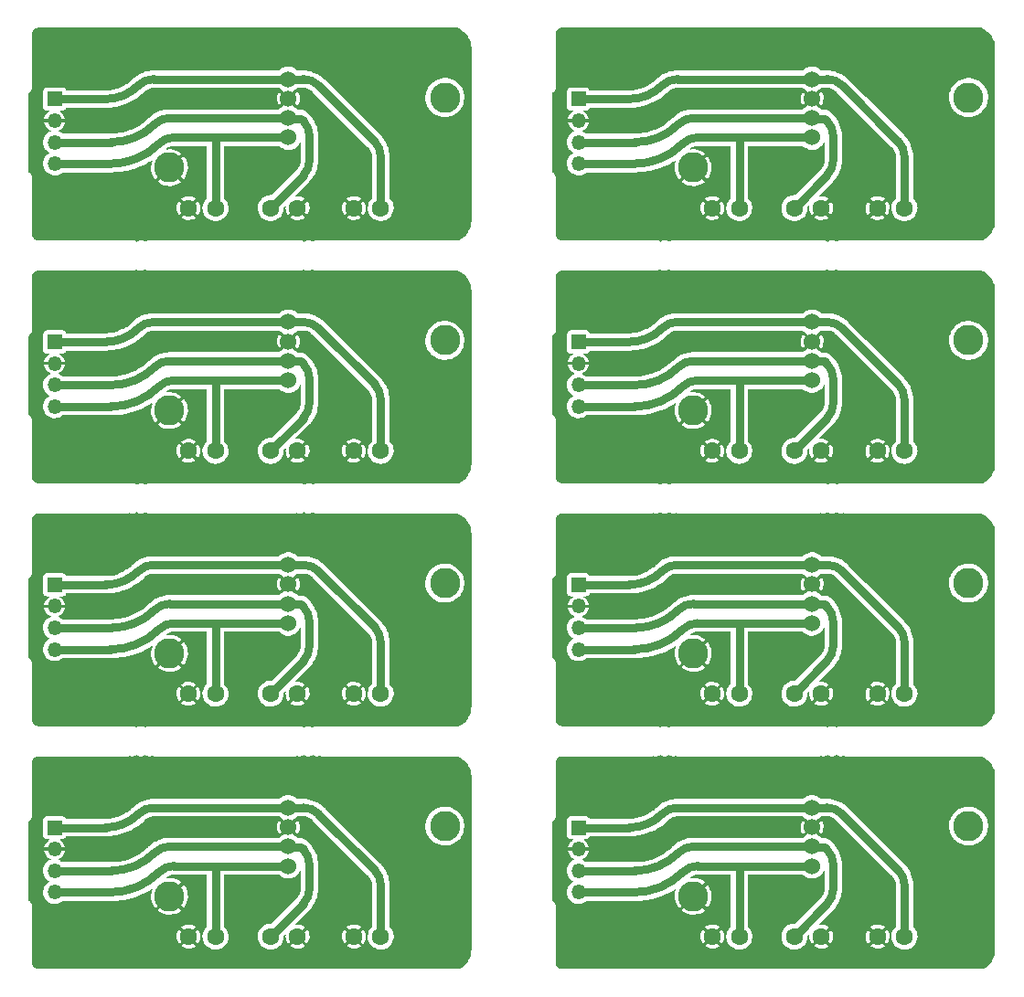
<source format=gtl>
G04 #@! TF.GenerationSoftware,KiCad,Pcbnew,(6.0.0)*
G04 #@! TF.CreationDate,2022-01-04T13:58:26+00:00*
G04 #@! TF.ProjectId,Panelized,50616e65-6c69-47a6-9564-2e6b69636164,rev?*
G04 #@! TF.SameCoordinates,Original*
G04 #@! TF.FileFunction,Copper,L1,Top*
G04 #@! TF.FilePolarity,Positive*
%FSLAX46Y46*%
G04 Gerber Fmt 4.6, Leading zero omitted, Abs format (unit mm)*
G04 Created by KiCad (PCBNEW (6.0.0)) date 2022-01-04 13:58:26*
%MOMM*%
%LPD*%
G01*
G04 APERTURE LIST*
G04 #@! TA.AperFunction,ComponentPad*
%ADD10C,1.600000*%
G04 #@! TD*
G04 #@! TA.AperFunction,ComponentPad*
%ADD11R,1.350000X1.350000*%
G04 #@! TD*
G04 #@! TA.AperFunction,ComponentPad*
%ADD12O,1.350000X1.350000*%
G04 #@! TD*
G04 #@! TA.AperFunction,ComponentPad*
%ADD13C,1.524000*%
G04 #@! TD*
G04 #@! TA.AperFunction,ComponentPad*
%ADD14C,2.800000*%
G04 #@! TD*
G04 #@! TA.AperFunction,ViaPad*
%ADD15C,3.300000*%
G04 #@! TD*
G04 #@! TA.AperFunction,Conductor*
%ADD16C,0.800000*%
G04 #@! TD*
G04 APERTURE END LIST*
D10*
G04 #@! TO.P,C2,1*
G04 #@! TO.N,Board_0-GND*
X56749990Y-56849991D03*
G04 #@! TO.P,C2,2*
G04 #@! TO.N,Board_0-Net-(C2-Pad2)*
X54249990Y-56849991D03*
G04 #@! TD*
G04 #@! TO.P,C1,1*
G04 #@! TO.N,Board_1-Net-(C1-Pad1)*
X112950010Y-56849991D03*
G04 #@! TO.P,C1,2*
G04 #@! TO.N,Board_1-GND*
X110450010Y-56849991D03*
G04 #@! TD*
D11*
G04 #@! TO.P,J2,1,Pin_1*
G04 #@! TO.N,Board_7-Net-(C1-Pad1)*
X82750010Y-114250048D03*
D12*
G04 #@! TO.P,J2,2,Pin_2*
G04 #@! TO.N,Board_7-GND*
X82750010Y-116250048D03*
G04 #@! TO.P,J2,3,Pin_3*
G04 #@! TO.N,Board_7-Net-(C2-Pad2)*
X82750010Y-118250048D03*
G04 #@! TO.P,J2,4,Pin_4*
G04 #@! TO.N,Board_7-Net-(C3-Pad2)*
X82750010Y-120250048D03*
G04 #@! TD*
D10*
G04 #@! TO.P,C2,1*
G04 #@! TO.N,Board_6-GND*
X56749990Y-124350048D03*
G04 #@! TO.P,C2,2*
G04 #@! TO.N,Board_6-Net-(C2-Pad2)*
X54249990Y-124350048D03*
G04 #@! TD*
D11*
G04 #@! TO.P,J2,1,Pin_1*
G04 #@! TO.N,Board_1-Net-(C1-Pad1)*
X82750010Y-46749991D03*
D12*
G04 #@! TO.P,J2,2,Pin_2*
G04 #@! TO.N,Board_1-GND*
X82750010Y-48749991D03*
G04 #@! TO.P,J2,3,Pin_3*
G04 #@! TO.N,Board_1-Net-(C2-Pad2)*
X82750010Y-50749991D03*
G04 #@! TO.P,J2,4,Pin_4*
G04 #@! TO.N,Board_1-Net-(C3-Pad2)*
X82750010Y-52749991D03*
G04 #@! TD*
D11*
G04 #@! TO.P,J2,1,Pin_1*
G04 #@! TO.N,Board_3-Net-(C1-Pad1)*
X82750010Y-69250010D03*
D12*
G04 #@! TO.P,J2,2,Pin_2*
G04 #@! TO.N,Board_3-GND*
X82750010Y-71250010D03*
G04 #@! TO.P,J2,3,Pin_3*
G04 #@! TO.N,Board_3-Net-(C2-Pad2)*
X82750010Y-73250010D03*
G04 #@! TO.P,J2,4,Pin_4*
G04 #@! TO.N,Board_3-Net-(C3-Pad2)*
X82750010Y-75250010D03*
G04 #@! TD*
D10*
G04 #@! TO.P,C3,1*
G04 #@! TO.N,Board_0-GND*
X46649990Y-56849991D03*
G04 #@! TO.P,C3,2*
G04 #@! TO.N,Board_0-Net-(C3-Pad2)*
X49149990Y-56849991D03*
G04 #@! TD*
G04 #@! TO.P,C2,1*
G04 #@! TO.N,Board_3-GND*
X105250010Y-79350010D03*
G04 #@! TO.P,C2,2*
G04 #@! TO.N,Board_3-Net-(C2-Pad2)*
X102750010Y-79350010D03*
G04 #@! TD*
D11*
G04 #@! TO.P,J2,1,Pin_1*
G04 #@! TO.N,Board_6-Net-(C1-Pad1)*
X34249990Y-114250048D03*
D12*
G04 #@! TO.P,J2,2,Pin_2*
G04 #@! TO.N,Board_6-GND*
X34249990Y-116250048D03*
G04 #@! TO.P,J2,3,Pin_3*
G04 #@! TO.N,Board_6-Net-(C2-Pad2)*
X34249990Y-118250048D03*
G04 #@! TO.P,J2,4,Pin_4*
G04 #@! TO.N,Board_6-Net-(C3-Pad2)*
X34249990Y-120250048D03*
G04 #@! TD*
D10*
G04 #@! TO.P,C1,1*
G04 #@! TO.N,Board_7-Net-(C1-Pad1)*
X112950010Y-124350048D03*
G04 #@! TO.P,C1,2*
G04 #@! TO.N,Board_7-GND*
X110450010Y-124350048D03*
G04 #@! TD*
G04 #@! TO.P,C2,1*
G04 #@! TO.N,Board_5-GND*
X105250010Y-101850029D03*
G04 #@! TO.P,C2,2*
G04 #@! TO.N,Board_5-Net-(C2-Pad2)*
X102750010Y-101850029D03*
G04 #@! TD*
G04 #@! TO.P,C2,1*
G04 #@! TO.N,Board_7-GND*
X105250010Y-124350048D03*
G04 #@! TO.P,C2,2*
G04 #@! TO.N,Board_7-Net-(C2-Pad2)*
X102750010Y-124350048D03*
G04 #@! TD*
G04 #@! TO.P,C1,1*
G04 #@! TO.N,Board_6-Net-(C1-Pad1)*
X64449990Y-124350048D03*
G04 #@! TO.P,C1,2*
G04 #@! TO.N,Board_6-GND*
X61949990Y-124350048D03*
G04 #@! TD*
G04 #@! TO.P,C3,1*
G04 #@! TO.N,Board_1-GND*
X95150010Y-56849991D03*
G04 #@! TO.P,C3,2*
G04 #@! TO.N,Board_1-Net-(C3-Pad2)*
X97650010Y-56849991D03*
G04 #@! TD*
G04 #@! TO.P,C1,1*
G04 #@! TO.N,Board_3-Net-(C1-Pad1)*
X112950010Y-79350010D03*
G04 #@! TO.P,C1,2*
G04 #@! TO.N,Board_3-GND*
X110450010Y-79350010D03*
G04 #@! TD*
D11*
G04 #@! TO.P,J2,1,Pin_1*
G04 #@! TO.N,Board_4-Net-(C1-Pad1)*
X34249990Y-91750029D03*
D12*
G04 #@! TO.P,J2,2,Pin_2*
G04 #@! TO.N,Board_4-GND*
X34249990Y-93750029D03*
G04 #@! TO.P,J2,3,Pin_3*
G04 #@! TO.N,Board_4-Net-(C2-Pad2)*
X34249990Y-95750029D03*
G04 #@! TO.P,J2,4,Pin_4*
G04 #@! TO.N,Board_4-Net-(C3-Pad2)*
X34249990Y-97750029D03*
G04 #@! TD*
D10*
G04 #@! TO.P,C3,1*
G04 #@! TO.N,Board_6-GND*
X46649990Y-124350048D03*
G04 #@! TO.P,C3,2*
G04 #@! TO.N,Board_6-Net-(C3-Pad2)*
X49149990Y-124350048D03*
G04 #@! TD*
G04 #@! TO.P,C3,1*
G04 #@! TO.N,Board_5-GND*
X95150010Y-101850029D03*
G04 #@! TO.P,C3,2*
G04 #@! TO.N,Board_5-Net-(C3-Pad2)*
X97650010Y-101850029D03*
G04 #@! TD*
G04 #@! TO.P,C2,1*
G04 #@! TO.N,Board_4-GND*
X56749990Y-101850029D03*
G04 #@! TO.P,C2,2*
G04 #@! TO.N,Board_4-Net-(C2-Pad2)*
X54249990Y-101850029D03*
G04 #@! TD*
G04 #@! TO.P,C1,1*
G04 #@! TO.N,Board_2-Net-(C1-Pad1)*
X64449990Y-79350010D03*
G04 #@! TO.P,C1,2*
G04 #@! TO.N,Board_2-GND*
X61949990Y-79350010D03*
G04 #@! TD*
G04 #@! TO.P,C1,1*
G04 #@! TO.N,Board_4-Net-(C1-Pad1)*
X64449990Y-101850029D03*
G04 #@! TO.P,C1,2*
G04 #@! TO.N,Board_4-GND*
X61949990Y-101850029D03*
G04 #@! TD*
G04 #@! TO.P,C3,1*
G04 #@! TO.N,Board_7-GND*
X95150010Y-124350048D03*
G04 #@! TO.P,C3,2*
G04 #@! TO.N,Board_7-Net-(C3-Pad2)*
X97650010Y-124350048D03*
G04 #@! TD*
G04 #@! TO.P,C2,1*
G04 #@! TO.N,Board_1-GND*
X105250010Y-56849991D03*
G04 #@! TO.P,C2,2*
G04 #@! TO.N,Board_1-Net-(C2-Pad2)*
X102750010Y-56849991D03*
G04 #@! TD*
G04 #@! TO.P,C3,1*
G04 #@! TO.N,Board_3-GND*
X95150010Y-79350010D03*
G04 #@! TO.P,C3,2*
G04 #@! TO.N,Board_3-Net-(C3-Pad2)*
X97650010Y-79350010D03*
G04 #@! TD*
G04 #@! TO.P,C2,1*
G04 #@! TO.N,Board_2-GND*
X56749990Y-79350010D03*
G04 #@! TO.P,C2,2*
G04 #@! TO.N,Board_2-Net-(C2-Pad2)*
X54249990Y-79350010D03*
G04 #@! TD*
G04 #@! TO.P,C1,1*
G04 #@! TO.N,Board_5-Net-(C1-Pad1)*
X112950010Y-101850029D03*
G04 #@! TO.P,C1,2*
G04 #@! TO.N,Board_5-GND*
X110450010Y-101850029D03*
G04 #@! TD*
G04 #@! TO.P,C3,1*
G04 #@! TO.N,Board_4-GND*
X46649990Y-101850029D03*
G04 #@! TO.P,C3,2*
G04 #@! TO.N,Board_4-Net-(C3-Pad2)*
X49149990Y-101850029D03*
G04 #@! TD*
D11*
G04 #@! TO.P,J2,1,Pin_1*
G04 #@! TO.N,Board_2-Net-(C1-Pad1)*
X34249990Y-69250010D03*
D12*
G04 #@! TO.P,J2,2,Pin_2*
G04 #@! TO.N,Board_2-GND*
X34249990Y-71250010D03*
G04 #@! TO.P,J2,3,Pin_3*
G04 #@! TO.N,Board_2-Net-(C2-Pad2)*
X34249990Y-73250010D03*
G04 #@! TO.P,J2,4,Pin_4*
G04 #@! TO.N,Board_2-Net-(C3-Pad2)*
X34249990Y-75250010D03*
G04 #@! TD*
D11*
G04 #@! TO.P,J2,1,Pin_1*
G04 #@! TO.N,Board_5-Net-(C1-Pad1)*
X82750010Y-91750029D03*
D12*
G04 #@! TO.P,J2,2,Pin_2*
G04 #@! TO.N,Board_5-GND*
X82750010Y-93750029D03*
G04 #@! TO.P,J2,3,Pin_3*
G04 #@! TO.N,Board_5-Net-(C2-Pad2)*
X82750010Y-95750029D03*
G04 #@! TO.P,J2,4,Pin_4*
G04 #@! TO.N,Board_5-Net-(C3-Pad2)*
X82750010Y-97750029D03*
G04 #@! TD*
D11*
G04 #@! TO.P,J2,1,Pin_1*
G04 #@! TO.N,Board_0-Net-(C1-Pad1)*
X34249990Y-46749991D03*
D12*
G04 #@! TO.P,J2,2,Pin_2*
G04 #@! TO.N,Board_0-GND*
X34249990Y-48749991D03*
G04 #@! TO.P,J2,3,Pin_3*
G04 #@! TO.N,Board_0-Net-(C2-Pad2)*
X34249990Y-50749991D03*
G04 #@! TO.P,J2,4,Pin_4*
G04 #@! TO.N,Board_0-Net-(C3-Pad2)*
X34249990Y-52749991D03*
G04 #@! TD*
D10*
G04 #@! TO.P,C1,1*
G04 #@! TO.N,Board_0-Net-(C1-Pad1)*
X64449990Y-56849991D03*
G04 #@! TO.P,C1,2*
G04 #@! TO.N,Board_0-GND*
X61949990Y-56849991D03*
G04 #@! TD*
G04 #@! TO.P,C3,1*
G04 #@! TO.N,Board_2-GND*
X46649990Y-79350010D03*
G04 #@! TO.P,C3,2*
G04 #@! TO.N,Board_2-Net-(C3-Pad2)*
X49149990Y-79350010D03*
G04 #@! TD*
D13*
G04 #@! TO.P,J1,1,Pin_1*
G04 #@! TO.N,Board_2-Net-(C1-Pad1)*
X55889989Y-67410011D03*
G04 #@! TO.P,J1,2,Pin_2*
G04 #@! TO.N,Board_2-GND*
X55889989Y-69210011D03*
G04 #@! TO.P,J1,3,Pin_3*
G04 #@! TO.N,Board_2-Net-(C2-Pad2)*
X55889989Y-71010011D03*
G04 #@! TO.P,J1,4,Pin_4*
G04 #@! TO.N,Board_2-Net-(C3-Pad2)*
X55889989Y-72810011D03*
D14*
G04 #@! TO.P,J1,5,Pin_5*
G04 #@! TO.N,Board_2-GND*
X44889989Y-75610011D03*
G04 #@! TO.P,J1,6,Pin_6*
G04 #@! TO.N,Board_2-unconnected-(J1-Pad6)*
X70389989Y-69110011D03*
G04 #@! TD*
D13*
G04 #@! TO.P,J1,1,Pin_1*
G04 #@! TO.N,Board_6-Net-(C1-Pad1)*
X55889989Y-112410049D03*
G04 #@! TO.P,J1,2,Pin_2*
G04 #@! TO.N,Board_6-GND*
X55889989Y-114210049D03*
G04 #@! TO.P,J1,3,Pin_3*
G04 #@! TO.N,Board_6-Net-(C2-Pad2)*
X55889989Y-116010049D03*
G04 #@! TO.P,J1,4,Pin_4*
G04 #@! TO.N,Board_6-Net-(C3-Pad2)*
X55889989Y-117810049D03*
D14*
G04 #@! TO.P,J1,5,Pin_5*
G04 #@! TO.N,Board_6-GND*
X44889989Y-120610049D03*
G04 #@! TO.P,J1,6,Pin_6*
G04 #@! TO.N,Board_6-unconnected-(J1-Pad6)*
X70389989Y-114110049D03*
G04 #@! TD*
D13*
G04 #@! TO.P,J1,1,Pin_1*
G04 #@! TO.N,Board_3-Net-(C1-Pad1)*
X104390009Y-67410011D03*
G04 #@! TO.P,J1,2,Pin_2*
G04 #@! TO.N,Board_3-GND*
X104390009Y-69210011D03*
G04 #@! TO.P,J1,3,Pin_3*
G04 #@! TO.N,Board_3-Net-(C2-Pad2)*
X104390009Y-71010011D03*
G04 #@! TO.P,J1,4,Pin_4*
G04 #@! TO.N,Board_3-Net-(C3-Pad2)*
X104390009Y-72810011D03*
D14*
G04 #@! TO.P,J1,5,Pin_5*
G04 #@! TO.N,Board_3-GND*
X93390009Y-75610011D03*
G04 #@! TO.P,J1,6,Pin_6*
G04 #@! TO.N,Board_3-unconnected-(J1-Pad6)*
X118890009Y-69110011D03*
G04 #@! TD*
D13*
G04 #@! TO.P,J1,1,Pin_1*
G04 #@! TO.N,Board_7-Net-(C1-Pad1)*
X104390009Y-112410049D03*
G04 #@! TO.P,J1,2,Pin_2*
G04 #@! TO.N,Board_7-GND*
X104390009Y-114210049D03*
G04 #@! TO.P,J1,3,Pin_3*
G04 #@! TO.N,Board_7-Net-(C2-Pad2)*
X104390009Y-116010049D03*
G04 #@! TO.P,J1,4,Pin_4*
G04 #@! TO.N,Board_7-Net-(C3-Pad2)*
X104390009Y-117810049D03*
D14*
G04 #@! TO.P,J1,5,Pin_5*
G04 #@! TO.N,Board_7-GND*
X93390009Y-120610049D03*
G04 #@! TO.P,J1,6,Pin_6*
G04 #@! TO.N,Board_7-unconnected-(J1-Pad6)*
X118890009Y-114110049D03*
G04 #@! TD*
D13*
G04 #@! TO.P,J1,1,Pin_1*
G04 #@! TO.N,Board_5-Net-(C1-Pad1)*
X104390009Y-89910030D03*
G04 #@! TO.P,J1,2,Pin_2*
G04 #@! TO.N,Board_5-GND*
X104390009Y-91710030D03*
G04 #@! TO.P,J1,3,Pin_3*
G04 #@! TO.N,Board_5-Net-(C2-Pad2)*
X104390009Y-93510030D03*
G04 #@! TO.P,J1,4,Pin_4*
G04 #@! TO.N,Board_5-Net-(C3-Pad2)*
X104390009Y-95310030D03*
D14*
G04 #@! TO.P,J1,5,Pin_5*
G04 #@! TO.N,Board_5-GND*
X93390009Y-98110030D03*
G04 #@! TO.P,J1,6,Pin_6*
G04 #@! TO.N,Board_5-unconnected-(J1-Pad6)*
X118890009Y-91610030D03*
G04 #@! TD*
D13*
G04 #@! TO.P,J1,1,Pin_1*
G04 #@! TO.N,Board_1-Net-(C1-Pad1)*
X104390009Y-44909992D03*
G04 #@! TO.P,J1,2,Pin_2*
G04 #@! TO.N,Board_1-GND*
X104390009Y-46709992D03*
G04 #@! TO.P,J1,3,Pin_3*
G04 #@! TO.N,Board_1-Net-(C2-Pad2)*
X104390009Y-48509992D03*
G04 #@! TO.P,J1,4,Pin_4*
G04 #@! TO.N,Board_1-Net-(C3-Pad2)*
X104390009Y-50309992D03*
D14*
G04 #@! TO.P,J1,5,Pin_5*
G04 #@! TO.N,Board_1-GND*
X93390009Y-53109992D03*
G04 #@! TO.P,J1,6,Pin_6*
G04 #@! TO.N,Board_1-unconnected-(J1-Pad6)*
X118890009Y-46609992D03*
G04 #@! TD*
D13*
G04 #@! TO.P,J1,1,Pin_1*
G04 #@! TO.N,Board_0-Net-(C1-Pad1)*
X55889989Y-44909992D03*
G04 #@! TO.P,J1,2,Pin_2*
G04 #@! TO.N,Board_0-GND*
X55889989Y-46709992D03*
G04 #@! TO.P,J1,3,Pin_3*
G04 #@! TO.N,Board_0-Net-(C2-Pad2)*
X55889989Y-48509992D03*
G04 #@! TO.P,J1,4,Pin_4*
G04 #@! TO.N,Board_0-Net-(C3-Pad2)*
X55889989Y-50309992D03*
D14*
G04 #@! TO.P,J1,5,Pin_5*
G04 #@! TO.N,Board_0-GND*
X44889989Y-53109992D03*
G04 #@! TO.P,J1,6,Pin_6*
G04 #@! TO.N,Board_0-unconnected-(J1-Pad6)*
X70389989Y-46609992D03*
G04 #@! TD*
D13*
G04 #@! TO.P,J1,1,Pin_1*
G04 #@! TO.N,Board_4-Net-(C1-Pad1)*
X55889989Y-89910030D03*
G04 #@! TO.P,J1,2,Pin_2*
G04 #@! TO.N,Board_4-GND*
X55889989Y-91710030D03*
G04 #@! TO.P,J1,3,Pin_3*
G04 #@! TO.N,Board_4-Net-(C2-Pad2)*
X55889989Y-93510030D03*
G04 #@! TO.P,J1,4,Pin_4*
G04 #@! TO.N,Board_4-Net-(C3-Pad2)*
X55889989Y-95310030D03*
D14*
G04 #@! TO.P,J1,5,Pin_5*
G04 #@! TO.N,Board_4-GND*
X44889989Y-98110030D03*
G04 #@! TO.P,J1,6,Pin_6*
G04 #@! TO.N,Board_4-unconnected-(J1-Pad6)*
X70389989Y-91610030D03*
G04 #@! TD*
D15*
G04 #@! TO.N,Board_4-GND*
X35249990Y-87250029D03*
X35249990Y-102750029D03*
X69749990Y-102750029D03*
G04 #@! TO.N,Board_1-GND*
X118250010Y-57749991D03*
X83750010Y-57749991D03*
X83750010Y-42249991D03*
G04 #@! TO.N,Board_3-GND*
X83750010Y-80250010D03*
X118250010Y-80250010D03*
X83750010Y-64750010D03*
G04 #@! TO.N,Board_7-GND*
X118250010Y-125250048D03*
X83750010Y-109750048D03*
X83750010Y-125250048D03*
G04 #@! TO.N,Board_0-GND*
X35249990Y-57749991D03*
X35249990Y-42249991D03*
X69749990Y-57749991D03*
G04 #@! TO.N,Board_6-GND*
X69749990Y-125250048D03*
X35249990Y-125250048D03*
X35249990Y-109750048D03*
G04 #@! TO.N,Board_5-GND*
X118250010Y-102750029D03*
X83750010Y-87250029D03*
X83750010Y-102750029D03*
G04 #@! TO.N,Board_2-GND*
X35249990Y-80250010D03*
X69749990Y-80250010D03*
X35249990Y-64750010D03*
G04 #@! TD*
D16*
G04 #@! TO.N,Board_4-Net-(C1-Pad1)*
X63864203Y-95664242D02*
X58695777Y-90495816D01*
X55889989Y-89910030D02*
X43418399Y-89910030D01*
X64449990Y-101850029D02*
X64449990Y-97078456D01*
X57281564Y-89910030D02*
X55889989Y-89910030D01*
X34249990Y-91750029D02*
X38976248Y-91750029D01*
X38976248Y-91750029D02*
G75*
G03*
X42004202Y-90495817I2J4282187D01*
G01*
X42004202Y-90495817D02*
G75*
G02*
X43418399Y-89910030I1414200J-1414179D01*
G01*
X57281564Y-89910031D02*
G75*
G02*
X58695776Y-90495817I0J-1999999D01*
G01*
X64449989Y-97078456D02*
G75*
G03*
X63864202Y-95664243I-1999999J0D01*
G01*
G04 #@! TO.N,Board_4-Net-(C2-Pad2)*
X55889989Y-93510030D02*
X44918416Y-93510030D01*
X57849990Y-97421602D02*
X57849990Y-95178456D01*
X57264203Y-93764242D02*
X57049990Y-93550029D01*
X55929988Y-93550029D02*
X55889989Y-93510030D01*
X54249990Y-101850029D02*
X57264204Y-98835815D01*
X39510612Y-95750029D02*
X34249990Y-95750029D01*
X57049990Y-93550029D02*
X55929988Y-93550029D01*
X44918416Y-93510031D02*
G75*
G03*
X43504203Y-94095818I0J-1999999D01*
G01*
X39510612Y-95750028D02*
G75*
G03*
X43504201Y-94095816I2J5647753D01*
G01*
X57264203Y-93764242D02*
G75*
G02*
X57849990Y-95178456I-1414213J-1414214D01*
G01*
X57849989Y-97421602D02*
G75*
G02*
X57264203Y-98835814I-1999999J0D01*
G01*
G04 #@! TO.N,Board_4-Net-(C3-Pad2)*
X39427712Y-97750029D02*
X34249990Y-97750029D01*
X49149990Y-101850029D02*
X49149990Y-95450029D01*
X49009991Y-95310030D02*
X45318416Y-95310030D01*
X55889989Y-95310030D02*
X49009991Y-95310030D01*
X49149990Y-95450029D02*
X49009991Y-95310030D01*
X39427712Y-97750029D02*
G75*
G03*
X43904202Y-95895817I-1J6330741D01*
G01*
X45318416Y-95310031D02*
G75*
G03*
X43904203Y-95895818I0J-1999999D01*
G01*
G04 #@! TO.N,Board_1-Net-(C1-Pad1)*
X82750010Y-46749991D02*
X87476268Y-46749991D01*
X104390009Y-44909992D02*
X91918419Y-44909992D01*
X112950010Y-56849991D02*
X112950010Y-52078418D01*
X112364223Y-50664204D02*
X107195797Y-45495778D01*
X105781584Y-44909992D02*
X104390009Y-44909992D01*
X112950009Y-52078418D02*
G75*
G03*
X112364222Y-50664205I-1999999J0D01*
G01*
X105781584Y-44909993D02*
G75*
G02*
X107195796Y-45495779I0J-1999999D01*
G01*
X90504222Y-45495779D02*
G75*
G02*
X91918419Y-44909992I1414200J-1414179D01*
G01*
X87476268Y-46749991D02*
G75*
G03*
X90504222Y-45495779I2J4282187D01*
G01*
G04 #@! TO.N,Board_1-Net-(C2-Pad2)*
X104430008Y-48549991D02*
X104390009Y-48509992D01*
X105550010Y-48549991D02*
X104430008Y-48549991D01*
X106350010Y-52421564D02*
X106350010Y-50178418D01*
X102750010Y-56849991D02*
X105764224Y-53835777D01*
X105764223Y-48764204D02*
X105550010Y-48549991D01*
X104390009Y-48509992D02*
X93418436Y-48509992D01*
X88010632Y-50749991D02*
X82750010Y-50749991D01*
X106350009Y-52421564D02*
G75*
G02*
X105764223Y-53835776I-1999999J0D01*
G01*
X88010632Y-50749990D02*
G75*
G03*
X92004221Y-49095778I2J5647753D01*
G01*
X105764223Y-48764204D02*
G75*
G02*
X106350010Y-50178418I-1414213J-1414214D01*
G01*
X93418436Y-48509993D02*
G75*
G03*
X92004223Y-49095780I0J-1999999D01*
G01*
G04 #@! TO.N,Board_1-Net-(C3-Pad2)*
X97650010Y-56849991D02*
X97650010Y-50449991D01*
X104390009Y-50309992D02*
X97510011Y-50309992D01*
X97650010Y-50449991D02*
X97510011Y-50309992D01*
X97510011Y-50309992D02*
X93818436Y-50309992D01*
X87927732Y-52749991D02*
X82750010Y-52749991D01*
X87927732Y-52749991D02*
G75*
G03*
X92404222Y-50895779I-1J6330741D01*
G01*
X93818436Y-50309993D02*
G75*
G03*
X92404223Y-50895780I0J-1999999D01*
G01*
G04 #@! TO.N,Board_3-Net-(C1-Pad1)*
X104390009Y-67410011D02*
X91918419Y-67410011D01*
X112364223Y-73164223D02*
X107195797Y-67995797D01*
X112950010Y-79350010D02*
X112950010Y-74578437D01*
X105781584Y-67410011D02*
X104390009Y-67410011D01*
X82750010Y-69250010D02*
X87476268Y-69250010D01*
X112950009Y-74578437D02*
G75*
G03*
X112364222Y-73164224I-1999999J0D01*
G01*
X90504222Y-67995798D02*
G75*
G02*
X91918419Y-67410011I1414200J-1414179D01*
G01*
X105781584Y-67410012D02*
G75*
G02*
X107195796Y-67995798I0J-1999999D01*
G01*
X87476268Y-69250010D02*
G75*
G03*
X90504222Y-67995798I2J4282187D01*
G01*
G04 #@! TO.N,Board_3-Net-(C2-Pad2)*
X88010632Y-73250010D02*
X82750010Y-73250010D01*
X105764223Y-71264223D02*
X105550010Y-71050010D01*
X104430008Y-71050010D02*
X104390009Y-71010011D01*
X102750010Y-79350010D02*
X105764224Y-76335796D01*
X105550010Y-71050010D02*
X104430008Y-71050010D01*
X106350010Y-74921583D02*
X106350010Y-72678437D01*
X104390009Y-71010011D02*
X93418436Y-71010011D01*
X106350009Y-74921583D02*
G75*
G02*
X105764223Y-76335795I-1999999J0D01*
G01*
X88010632Y-73250009D02*
G75*
G03*
X92004221Y-71595797I2J5647753D01*
G01*
X105764223Y-71264223D02*
G75*
G02*
X106350010Y-72678437I-1414213J-1414214D01*
G01*
X93418436Y-71010012D02*
G75*
G03*
X92004223Y-71595799I0J-1999999D01*
G01*
G04 #@! TO.N,Board_3-Net-(C3-Pad2)*
X104390009Y-72810011D02*
X97510011Y-72810011D01*
X87927732Y-75250010D02*
X82750010Y-75250010D01*
X97650010Y-79350010D02*
X97650010Y-72950010D01*
X97650010Y-72950010D02*
X97510011Y-72810011D01*
X97510011Y-72810011D02*
X93818436Y-72810011D01*
X93818436Y-72810012D02*
G75*
G03*
X92404223Y-73395799I0J-1999999D01*
G01*
X87927732Y-75250010D02*
G75*
G03*
X92404222Y-73395798I-1J6330741D01*
G01*
G04 #@! TO.N,Board_7-Net-(C1-Pad1)*
X105781584Y-112410049D02*
X104390009Y-112410049D01*
X82750010Y-114250048D02*
X87476268Y-114250048D01*
X112364223Y-118164261D02*
X107195797Y-112995835D01*
X104390009Y-112410049D02*
X91918419Y-112410049D01*
X112950010Y-124350048D02*
X112950010Y-119578475D01*
X112950009Y-119578475D02*
G75*
G03*
X112364222Y-118164262I-1999999J0D01*
G01*
X105781584Y-112410050D02*
G75*
G02*
X107195796Y-112995836I0J-1999999D01*
G01*
X87476268Y-114250048D02*
G75*
G03*
X90504222Y-112995836I2J4282187D01*
G01*
X90504222Y-112995836D02*
G75*
G02*
X91918419Y-112410049I1414200J-1414179D01*
G01*
G04 #@! TO.N,Board_7-Net-(C2-Pad2)*
X102750010Y-124350048D02*
X105764224Y-121335834D01*
X88010632Y-118250048D02*
X82750010Y-118250048D01*
X106350010Y-119921621D02*
X106350010Y-117678475D01*
X104430008Y-116050048D02*
X104390009Y-116010049D01*
X104390009Y-116010049D02*
X93418436Y-116010049D01*
X105764223Y-116264261D02*
X105550010Y-116050048D01*
X105550010Y-116050048D02*
X104430008Y-116050048D01*
X105764223Y-116264261D02*
G75*
G02*
X106350010Y-117678475I-1414213J-1414214D01*
G01*
X93418436Y-116010050D02*
G75*
G03*
X92004223Y-116595837I0J-1999999D01*
G01*
X88010632Y-118250047D02*
G75*
G03*
X92004221Y-116595835I2J5647753D01*
G01*
X106350009Y-119921621D02*
G75*
G02*
X105764223Y-121335833I-1999999J0D01*
G01*
G04 #@! TO.N,Board_7-Net-(C3-Pad2)*
X97510011Y-117810049D02*
X93818436Y-117810049D01*
X97650010Y-124350048D02*
X97650010Y-117950048D01*
X87927732Y-120250048D02*
X82750010Y-120250048D01*
X104390009Y-117810049D02*
X97510011Y-117810049D01*
X97650010Y-117950048D02*
X97510011Y-117810049D01*
X87927732Y-120250048D02*
G75*
G03*
X92404222Y-118395836I-1J6330741D01*
G01*
X93818436Y-117810050D02*
G75*
G03*
X92404223Y-118395837I0J-1999999D01*
G01*
G04 #@! TO.N,Board_0-Net-(C1-Pad1)*
X34249990Y-46749991D02*
X38976248Y-46749991D01*
X55889989Y-44909992D02*
X43418399Y-44909992D01*
X64449990Y-56849991D02*
X64449990Y-52078418D01*
X63864203Y-50664204D02*
X58695777Y-45495778D01*
X57281564Y-44909992D02*
X55889989Y-44909992D01*
X42004202Y-45495779D02*
G75*
G02*
X43418399Y-44909992I1414200J-1414179D01*
G01*
X57281564Y-44909993D02*
G75*
G02*
X58695776Y-45495779I0J-1999999D01*
G01*
X38976248Y-46749991D02*
G75*
G03*
X42004202Y-45495779I2J4282187D01*
G01*
X64449989Y-52078418D02*
G75*
G03*
X63864202Y-50664205I-1999999J0D01*
G01*
G04 #@! TO.N,Board_0-Net-(C2-Pad2)*
X57264203Y-48764204D02*
X57049990Y-48549991D01*
X54249990Y-56849991D02*
X57264204Y-53835777D01*
X55929988Y-48549991D02*
X55889989Y-48509992D01*
X55889989Y-48509992D02*
X44918416Y-48509992D01*
X57849990Y-52421564D02*
X57849990Y-50178418D01*
X39510612Y-50749991D02*
X34249990Y-50749991D01*
X57049990Y-48549991D02*
X55929988Y-48549991D01*
X57849989Y-52421564D02*
G75*
G02*
X57264203Y-53835776I-1999999J0D01*
G01*
X39510612Y-50749990D02*
G75*
G03*
X43504201Y-49095778I2J5647753D01*
G01*
X57264203Y-48764204D02*
G75*
G02*
X57849990Y-50178418I-1414213J-1414214D01*
G01*
X44918416Y-48509993D02*
G75*
G03*
X43504203Y-49095780I0J-1999999D01*
G01*
G04 #@! TO.N,Board_0-Net-(C3-Pad2)*
X49149990Y-50449991D02*
X49009991Y-50309992D01*
X49009991Y-50309992D02*
X45318416Y-50309992D01*
X49149990Y-56849991D02*
X49149990Y-50449991D01*
X55889989Y-50309992D02*
X49009991Y-50309992D01*
X39427712Y-52749991D02*
X34249990Y-52749991D01*
X39427712Y-52749991D02*
G75*
G03*
X43904202Y-50895779I-1J6330741D01*
G01*
X45318416Y-50309993D02*
G75*
G03*
X43904203Y-50895780I0J-1999999D01*
G01*
G04 #@! TO.N,Board_6-Net-(C1-Pad1)*
X55889989Y-112410049D02*
X43418399Y-112410049D01*
X34249990Y-114250048D02*
X38976248Y-114250048D01*
X64449990Y-124350048D02*
X64449990Y-119578475D01*
X57281564Y-112410049D02*
X55889989Y-112410049D01*
X63864203Y-118164261D02*
X58695777Y-112995835D01*
X38976248Y-114250048D02*
G75*
G03*
X42004202Y-112995836I2J4282187D01*
G01*
X64449989Y-119578475D02*
G75*
G03*
X63864202Y-118164262I-1999999J0D01*
G01*
X42004202Y-112995836D02*
G75*
G02*
X43418399Y-112410049I1414200J-1414179D01*
G01*
X57281564Y-112410050D02*
G75*
G02*
X58695776Y-112995836I0J-1999999D01*
G01*
G04 #@! TO.N,Board_6-Net-(C2-Pad2)*
X57849990Y-119921621D02*
X57849990Y-117678475D01*
X57264203Y-116264261D02*
X57049990Y-116050048D01*
X55929988Y-116050048D02*
X55889989Y-116010049D01*
X39510612Y-118250048D02*
X34249990Y-118250048D01*
X55889989Y-116010049D02*
X44918416Y-116010049D01*
X57049990Y-116050048D02*
X55929988Y-116050048D01*
X54249990Y-124350048D02*
X57264204Y-121335834D01*
X44918416Y-116010050D02*
G75*
G03*
X43504203Y-116595837I0J-1999999D01*
G01*
X57264203Y-116264261D02*
G75*
G02*
X57849990Y-117678475I-1414213J-1414214D01*
G01*
X57849989Y-119921621D02*
G75*
G02*
X57264203Y-121335833I-1999999J0D01*
G01*
X39510612Y-118250047D02*
G75*
G03*
X43504201Y-116595835I2J5647753D01*
G01*
G04 #@! TO.N,Board_6-Net-(C3-Pad2)*
X49149990Y-117950048D02*
X49009991Y-117810049D01*
X49149990Y-124350048D02*
X49149990Y-117950048D01*
X39427712Y-120250048D02*
X34249990Y-120250048D01*
X49009991Y-117810049D02*
X45318416Y-117810049D01*
X55889989Y-117810049D02*
X49009991Y-117810049D01*
X39427712Y-120250048D02*
G75*
G03*
X43904202Y-118395836I-1J6330741D01*
G01*
X45318416Y-117810050D02*
G75*
G03*
X43904203Y-118395837I0J-1999999D01*
G01*
G04 #@! TO.N,Board_5-Net-(C1-Pad1)*
X104390009Y-89910030D02*
X91918419Y-89910030D01*
X112950010Y-101850029D02*
X112950010Y-97078456D01*
X112364223Y-95664242D02*
X107195797Y-90495816D01*
X82750010Y-91750029D02*
X87476268Y-91750029D01*
X105781584Y-89910030D02*
X104390009Y-89910030D01*
X105781584Y-89910031D02*
G75*
G02*
X107195796Y-90495817I0J-1999999D01*
G01*
X90504222Y-90495817D02*
G75*
G02*
X91918419Y-89910030I1414200J-1414179D01*
G01*
X112950009Y-97078456D02*
G75*
G03*
X112364222Y-95664243I-1999999J0D01*
G01*
X87476268Y-91750029D02*
G75*
G03*
X90504222Y-90495817I2J4282187D01*
G01*
G04 #@! TO.N,Board_5-Net-(C2-Pad2)*
X104390009Y-93510030D02*
X93418436Y-93510030D01*
X102750010Y-101850029D02*
X105764224Y-98835815D01*
X88010632Y-95750029D02*
X82750010Y-95750029D01*
X105764223Y-93764242D02*
X105550010Y-93550029D01*
X105550010Y-93550029D02*
X104430008Y-93550029D01*
X104430008Y-93550029D02*
X104390009Y-93510030D01*
X106350010Y-97421602D02*
X106350010Y-95178456D01*
X106350009Y-97421602D02*
G75*
G02*
X105764223Y-98835814I-1999999J0D01*
G01*
X93418436Y-93510031D02*
G75*
G03*
X92004223Y-94095818I0J-1999999D01*
G01*
X88010632Y-95750028D02*
G75*
G03*
X92004221Y-94095816I2J5647753D01*
G01*
X105764223Y-93764242D02*
G75*
G02*
X106350010Y-95178456I-1414213J-1414214D01*
G01*
G04 #@! TO.N,Board_5-Net-(C3-Pad2)*
X97650010Y-101850029D02*
X97650010Y-95450029D01*
X97650010Y-95450029D02*
X97510011Y-95310030D01*
X104390009Y-95310030D02*
X97510011Y-95310030D01*
X97510011Y-95310030D02*
X93818436Y-95310030D01*
X87927732Y-97750029D02*
X82750010Y-97750029D01*
X87927732Y-97750029D02*
G75*
G03*
X92404222Y-95895817I-1J6330741D01*
G01*
X93818436Y-95310031D02*
G75*
G03*
X92404223Y-95895818I0J-1999999D01*
G01*
G04 #@! TO.N,Board_2-Net-(C1-Pad1)*
X57281564Y-67410011D02*
X55889989Y-67410011D01*
X63864203Y-73164223D02*
X58695777Y-67995797D01*
X64449990Y-79350010D02*
X64449990Y-74578437D01*
X34249990Y-69250010D02*
X38976248Y-69250010D01*
X55889989Y-67410011D02*
X43418399Y-67410011D01*
X38976248Y-69250010D02*
G75*
G03*
X42004202Y-67995798I2J4282187D01*
G01*
X57281564Y-67410012D02*
G75*
G02*
X58695776Y-67995798I0J-1999999D01*
G01*
X64449989Y-74578437D02*
G75*
G03*
X63864202Y-73164224I-1999999J0D01*
G01*
X42004202Y-67995798D02*
G75*
G02*
X43418399Y-67410011I1414200J-1414179D01*
G01*
G04 #@! TO.N,Board_2-Net-(C2-Pad2)*
X55929988Y-71050010D02*
X55889989Y-71010011D01*
X57049990Y-71050010D02*
X55929988Y-71050010D01*
X54249990Y-79350010D02*
X57264204Y-76335796D01*
X55889989Y-71010011D02*
X44918416Y-71010011D01*
X57264203Y-71264223D02*
X57049990Y-71050010D01*
X57849990Y-74921583D02*
X57849990Y-72678437D01*
X39510612Y-73250010D02*
X34249990Y-73250010D01*
X57849989Y-74921583D02*
G75*
G02*
X57264203Y-76335795I-1999999J0D01*
G01*
X39510612Y-73250009D02*
G75*
G03*
X43504201Y-71595797I2J5647753D01*
G01*
X44918416Y-71010012D02*
G75*
G03*
X43504203Y-71595799I0J-1999999D01*
G01*
X57264203Y-71264223D02*
G75*
G02*
X57849990Y-72678437I-1414213J-1414214D01*
G01*
G04 #@! TO.N,Board_2-Net-(C3-Pad2)*
X39427712Y-75250010D02*
X34249990Y-75250010D01*
X49149990Y-72950010D02*
X49009991Y-72810011D01*
X55889989Y-72810011D02*
X49009991Y-72810011D01*
X49009991Y-72810011D02*
X45318416Y-72810011D01*
X49149990Y-79350010D02*
X49149990Y-72950010D01*
X39427712Y-75250010D02*
G75*
G03*
X43904202Y-73395798I-1J6330741D01*
G01*
X45318416Y-72810012D02*
G75*
G03*
X43904203Y-73395799I0J-1999999D01*
G01*
G04 #@! TD*
G04 #@! TA.AperFunction,Conductor*
G04 #@! TO.N,Board_7-GND*
G36*
X90373401Y-107536109D02*
G01*
X90508968Y-107610638D01*
X90585965Y-107630407D01*
X90665174Y-107650745D01*
X90665177Y-107650745D01*
X90668159Y-107651511D01*
X90791261Y-107651511D01*
X90896735Y-107638186D01*
X90910339Y-107636468D01*
X90913394Y-107636082D01*
X91066207Y-107575579D01*
X91099773Y-107551192D01*
X91115996Y-107539406D01*
X91144797Y-107530048D01*
X91162293Y-107530048D01*
X91185899Y-107536109D01*
X91254431Y-107573785D01*
X91321468Y-107610639D01*
X91398465Y-107630408D01*
X91477674Y-107650746D01*
X91477677Y-107650746D01*
X91480659Y-107651512D01*
X91603761Y-107651512D01*
X91709235Y-107638187D01*
X91722839Y-107636469D01*
X91725894Y-107636083D01*
X91779621Y-107614811D01*
X91791439Y-107610132D01*
X91831722Y-107612031D01*
X91846358Y-107619488D01*
X91875188Y-107634178D01*
X91878993Y-107634781D01*
X91878994Y-107634781D01*
X91969076Y-107649048D01*
X91989344Y-107652258D01*
X91996529Y-107653396D01*
X92000336Y-107653999D01*
X92004143Y-107653396D01*
X92028010Y-107649616D01*
X92035675Y-107649013D01*
X98500005Y-107649021D01*
X104964333Y-107649028D01*
X104971998Y-107649631D01*
X104982783Y-107651339D01*
X104999673Y-107654014D01*
X105003480Y-107653411D01*
X105009763Y-107652416D01*
X105031154Y-107649028D01*
X105041623Y-107647370D01*
X105124821Y-107634193D01*
X105162824Y-107614830D01*
X105197254Y-107611028D01*
X105198792Y-107611423D01*
X105352011Y-107650763D01*
X105352014Y-107650763D01*
X105354996Y-107651529D01*
X105478098Y-107651529D01*
X105597168Y-107636487D01*
X105597176Y-107636486D01*
X105600231Y-107636100D01*
X105753044Y-107575597D01*
X105797890Y-107543015D01*
X105802858Y-107539406D01*
X105831659Y-107530048D01*
X105849098Y-107530048D01*
X105872703Y-107536109D01*
X106008305Y-107610657D01*
X106085302Y-107630426D01*
X106164511Y-107650764D01*
X106164514Y-107650764D01*
X106167496Y-107651530D01*
X106290598Y-107651530D01*
X106409668Y-107636488D01*
X106409676Y-107636487D01*
X106412731Y-107636101D01*
X106565544Y-107575598D01*
X106599136Y-107551192D01*
X106615359Y-107539406D01*
X106644160Y-107530048D01*
X106661596Y-107530048D01*
X106685202Y-107536109D01*
X106820805Y-107610658D01*
X106897802Y-107630427D01*
X106977011Y-107650765D01*
X106977014Y-107650765D01*
X106979996Y-107651531D01*
X107103098Y-107651531D01*
X107208572Y-107638206D01*
X107222176Y-107636488D01*
X107225231Y-107636102D01*
X107290778Y-107610150D01*
X107331060Y-107612050D01*
X107374525Y-107634196D01*
X107402768Y-107638669D01*
X107468189Y-107649031D01*
X107468192Y-107649031D01*
X107499673Y-107654017D01*
X107503480Y-107653414D01*
X107509782Y-107652416D01*
X107524872Y-107650026D01*
X107527347Y-107649634D01*
X107535012Y-107649031D01*
X120006475Y-107649047D01*
X120023598Y-107652136D01*
X120177566Y-107709563D01*
X120183917Y-107712464D01*
X120335039Y-107794983D01*
X120428215Y-107845861D01*
X120434097Y-107849641D01*
X120656927Y-108016450D01*
X120662210Y-108021028D01*
X120859030Y-108217848D01*
X120863608Y-108223131D01*
X121030417Y-108445961D01*
X121034197Y-108451843D01*
X121167592Y-108696137D01*
X121170497Y-108702496D01*
X121267773Y-108963304D01*
X121269742Y-108970012D01*
X121328908Y-109241993D01*
X121329903Y-109248913D01*
X121349885Y-109528300D01*
X121350010Y-109531796D01*
X121350010Y-125528300D01*
X121349885Y-125531796D01*
X121329903Y-125811183D01*
X121328908Y-125818103D01*
X121269742Y-126090084D01*
X121267773Y-126096792D01*
X121170497Y-126357600D01*
X121167592Y-126363959D01*
X121034197Y-126608253D01*
X121030417Y-126614135D01*
X120863608Y-126836965D01*
X120859030Y-126842248D01*
X120662210Y-127039068D01*
X120656927Y-127043646D01*
X120434097Y-127210455D01*
X120428215Y-127214235D01*
X120188724Y-127345007D01*
X120165242Y-127351001D01*
X81255683Y-127351047D01*
X81254443Y-127351031D01*
X81220835Y-127350179D01*
X81218379Y-127350056D01*
X81190456Y-127347930D01*
X81188017Y-127347682D01*
X81160226Y-127344143D01*
X81157841Y-127343778D01*
X81130291Y-127338841D01*
X81127861Y-127338341D01*
X81100582Y-127332010D01*
X81098180Y-127331388D01*
X81071308Y-127323699D01*
X81068940Y-127322956D01*
X81042489Y-127313915D01*
X81040166Y-127313055D01*
X81014171Y-127302669D01*
X81011915Y-127301700D01*
X80986549Y-127290046D01*
X80984329Y-127288957D01*
X80959477Y-127275975D01*
X80957307Y-127274771D01*
X80933215Y-127260589D01*
X80931118Y-127259282D01*
X80907797Y-127243911D01*
X80905774Y-127242503D01*
X80883199Y-127225926D01*
X80881235Y-127224406D01*
X80859566Y-127206736D01*
X80857697Y-127205132D01*
X80836945Y-127186383D01*
X80835168Y-127184693D01*
X80815369Y-127164895D01*
X80813657Y-127163094D01*
X80794936Y-127142372D01*
X80793320Y-127140490D01*
X80775651Y-127118822D01*
X80774131Y-127116858D01*
X80757554Y-127094283D01*
X80756146Y-127092260D01*
X80740775Y-127068939D01*
X80739468Y-127066842D01*
X80725286Y-127042750D01*
X80724082Y-127040580D01*
X80711100Y-127015728D01*
X80710018Y-127013524D01*
X80698357Y-126988142D01*
X80697385Y-126985876D01*
X80687004Y-126959894D01*
X80686151Y-126957593D01*
X80677092Y-126931090D01*
X80676353Y-126928733D01*
X80668651Y-126901812D01*
X80668037Y-126899443D01*
X80661716Y-126872204D01*
X80661223Y-126869802D01*
X80658097Y-126852362D01*
X80656284Y-126842247D01*
X80655911Y-126839813D01*
X80655549Y-126836965D01*
X80652377Y-126812054D01*
X80652127Y-126809587D01*
X80649999Y-126781647D01*
X80649873Y-126779174D01*
X80649016Y-126745533D01*
X80649000Y-126744285D01*
X80649003Y-125228128D01*
X94488100Y-125228128D01*
X94489645Y-125231858D01*
X94621019Y-125319641D01*
X94624952Y-125321776D01*
X94806569Y-125399804D01*
X94810828Y-125401188D01*
X95003626Y-125444815D01*
X95008061Y-125445398D01*
X95205579Y-125453159D01*
X95210050Y-125452925D01*
X95405677Y-125424560D01*
X95410025Y-125423517D01*
X95597218Y-125359973D01*
X95601292Y-125358159D01*
X95773771Y-125261566D01*
X95777451Y-125259036D01*
X95807853Y-125233751D01*
X95811327Y-125227148D01*
X95809683Y-125221853D01*
X95156903Y-124569073D01*
X95150010Y-124566218D01*
X95143117Y-124569073D01*
X94490955Y-125221235D01*
X94488100Y-125228128D01*
X80649003Y-125228128D01*
X80649004Y-124323372D01*
X94045823Y-124323372D01*
X94058751Y-124520616D01*
X94059453Y-124525046D01*
X94108110Y-124716636D01*
X94109600Y-124720845D01*
X94192357Y-124900359D01*
X94194601Y-124904244D01*
X94267270Y-125007069D01*
X94273580Y-125011051D01*
X94277839Y-125010087D01*
X94930985Y-124356941D01*
X94933840Y-124350048D01*
X95366180Y-124350048D01*
X95369035Y-124356941D01*
X96020587Y-125008493D01*
X96027480Y-125011348D01*
X96032603Y-125009227D01*
X96058998Y-124977489D01*
X96061528Y-124973809D01*
X96158121Y-124801330D01*
X96159935Y-124797256D01*
X96223479Y-124610063D01*
X96224522Y-124605715D01*
X96253002Y-124409294D01*
X96253247Y-124406418D01*
X96254685Y-124351501D01*
X96254590Y-124348599D01*
X96236430Y-124150975D01*
X96235612Y-124146561D01*
X96181957Y-123956315D01*
X96180356Y-123952142D01*
X96092927Y-123774853D01*
X96090586Y-123771034D01*
X96032537Y-123693297D01*
X96026124Y-123689482D01*
X96021546Y-123690644D01*
X95369035Y-124343155D01*
X95366180Y-124350048D01*
X94933840Y-124350048D01*
X94930985Y-124343155D01*
X94280088Y-123692258D01*
X94273195Y-123689403D01*
X94268469Y-123691360D01*
X94224909Y-123746616D01*
X94222474Y-123750366D01*
X94130438Y-123925297D01*
X94128719Y-123929446D01*
X94070106Y-124118214D01*
X94069173Y-124122604D01*
X94045940Y-124318898D01*
X94045823Y-124323372D01*
X80649004Y-124323372D01*
X80649005Y-123470807D01*
X94487933Y-123470807D01*
X94490969Y-123478875D01*
X95143117Y-124131023D01*
X95150010Y-124133878D01*
X95156903Y-124131023D01*
X95810590Y-123477336D01*
X95813445Y-123470443D01*
X95812017Y-123466994D01*
X95653440Y-123366942D01*
X95649450Y-123364909D01*
X95465851Y-123291659D01*
X95461563Y-123290389D01*
X95267686Y-123251825D01*
X95263237Y-123251358D01*
X95065583Y-123248769D01*
X95061117Y-123249121D01*
X94866302Y-123282597D01*
X94861982Y-123283754D01*
X94676527Y-123352172D01*
X94672489Y-123354098D01*
X94502605Y-123455168D01*
X94498988Y-123457796D01*
X94490813Y-123464966D01*
X94487933Y-123470807D01*
X80649005Y-123470807D01*
X80649008Y-121916083D01*
X92300145Y-121916083D01*
X92301906Y-121920335D01*
X92485156Y-122054699D01*
X92488230Y-122056620D01*
X92708615Y-122172571D01*
X92711963Y-122174026D01*
X92947062Y-122256126D01*
X92950572Y-122257067D01*
X93195239Y-122303519D01*
X93198841Y-122303929D01*
X93447690Y-122313707D01*
X93451307Y-122313581D01*
X93698872Y-122286468D01*
X93702437Y-122285807D01*
X93943265Y-122222402D01*
X93946701Y-122221219D01*
X94175506Y-122122917D01*
X94178735Y-122121235D01*
X94390500Y-121990191D01*
X94393436Y-121988057D01*
X94473971Y-121919879D01*
X94477387Y-121913248D01*
X94475650Y-121907822D01*
X93396902Y-120829074D01*
X93390009Y-120826219D01*
X93383116Y-120829074D01*
X92303000Y-121909190D01*
X92300145Y-121916083D01*
X80649008Y-121916083D01*
X80649009Y-121583977D01*
X80649044Y-121583445D01*
X80649442Y-121582101D01*
X80649207Y-121573156D01*
X80649459Y-121566756D01*
X80650108Y-121560582D01*
X80649076Y-121540874D01*
X80649009Y-121538312D01*
X80649009Y-121518581D01*
X80648035Y-121512428D01*
X80647449Y-121506051D01*
X80647023Y-121489800D01*
X80646991Y-121488587D01*
X80647076Y-121487940D01*
X80646375Y-121484155D01*
X80646353Y-121483329D01*
X80645832Y-121478929D01*
X80645826Y-121478809D01*
X80645825Y-121478805D01*
X80645725Y-121476890D01*
X80640398Y-121451823D01*
X80640149Y-121450567D01*
X80630247Y-121397145D01*
X80630026Y-121395950D01*
X80630009Y-121395302D01*
X80614339Y-121351054D01*
X80599423Y-121308933D01*
X80599422Y-121308931D01*
X80598351Y-121305907D01*
X80598134Y-121305294D01*
X80597738Y-121304778D01*
X80581240Y-121274393D01*
X80577169Y-121266895D01*
X80575608Y-121263731D01*
X80574631Y-121260082D01*
X80572531Y-121256849D01*
X80572530Y-121256846D01*
X80569918Y-121252825D01*
X80567351Y-121248379D01*
X80559896Y-121233746D01*
X80559895Y-121233744D01*
X80559021Y-121232029D01*
X80557807Y-121230358D01*
X80555439Y-121226604D01*
X80554940Y-121225954D01*
X80553100Y-121222565D01*
X80552630Y-121222119D01*
X80542246Y-121208587D01*
X80541957Y-121208154D01*
X80541456Y-121206849D01*
X80536011Y-121200124D01*
X80533013Y-121196000D01*
X80522978Y-121180548D01*
X80521694Y-121179122D01*
X80521687Y-121179113D01*
X80517668Y-121174650D01*
X80514438Y-121170662D01*
X80510903Y-121165796D01*
X80510902Y-121165795D01*
X80509771Y-121164238D01*
X80505360Y-121159827D01*
X80501133Y-121155008D01*
X80497607Y-121150413D01*
X80496853Y-121149430D01*
X80496541Y-121148855D01*
X80496066Y-121148404D01*
X80495676Y-121147896D01*
X80495148Y-121147533D01*
X80494224Y-121146656D01*
X80490040Y-121142685D01*
X80485687Y-121137976D01*
X80482987Y-121134642D01*
X80482984Y-121134639D01*
X80481776Y-121133147D01*
X80480358Y-121131870D01*
X80480353Y-121131865D01*
X80475861Y-121127821D01*
X80472235Y-121124195D01*
X80468199Y-121119713D01*
X80466909Y-121118280D01*
X80452641Y-121106726D01*
X80448841Y-121103304D01*
X80442715Y-121097178D01*
X80441461Y-121096538D01*
X80441053Y-121096200D01*
X80427749Y-121083575D01*
X80426060Y-121082414D01*
X80421037Y-121078454D01*
X80420944Y-121078370D01*
X80420936Y-121078364D01*
X80419509Y-121077079D01*
X80404065Y-121067049D01*
X80399931Y-121064045D01*
X80396205Y-121061028D01*
X80396206Y-121061028D01*
X80393208Y-121058601D01*
X80390076Y-121057399D01*
X80383264Y-121052029D01*
X80383207Y-121052103D01*
X80380148Y-121049756D01*
X80377492Y-121046957D01*
X80374100Y-121045115D01*
X80371045Y-121042771D01*
X80372024Y-121041495D01*
X80352028Y-121016802D01*
X80350010Y-121002884D01*
X80350010Y-120221774D01*
X81670272Y-120221774D01*
X81683200Y-120419014D01*
X81731855Y-120610595D01*
X81740617Y-120629601D01*
X81803620Y-120766264D01*
X81814609Y-120790102D01*
X81840134Y-120826219D01*
X81927388Y-120949682D01*
X81927392Y-120949686D01*
X81928689Y-120951522D01*
X81930297Y-120953088D01*
X81930300Y-120953092D01*
X81993053Y-121014223D01*
X82070276Y-121089450D01*
X82072138Y-121090694D01*
X82072139Y-121090695D01*
X82191819Y-121170662D01*
X82234627Y-121199265D01*
X82236688Y-121200151D01*
X82236689Y-121200151D01*
X82409490Y-121274393D01*
X82416238Y-121277292D01*
X82418427Y-121277787D01*
X82418426Y-121277787D01*
X82606838Y-121320421D01*
X82606844Y-121320422D01*
X82609028Y-121320916D01*
X82692206Y-121324184D01*
X82804291Y-121328588D01*
X82804294Y-121328588D01*
X82806538Y-121328676D01*
X82808757Y-121328354D01*
X82808762Y-121328354D01*
X82942704Y-121308933D01*
X83002156Y-121300313D01*
X83004278Y-121299593D01*
X83004281Y-121299592D01*
X83120673Y-121260082D01*
X83189330Y-121236776D01*
X83275560Y-121188484D01*
X83359835Y-121141288D01*
X83359836Y-121141287D01*
X83361790Y-121140193D01*
X83422802Y-121089450D01*
X83455958Y-121061875D01*
X83487290Y-121050548D01*
X87868008Y-121050548D01*
X87874828Y-121051025D01*
X87903707Y-121055084D01*
X87903712Y-121055084D01*
X87905239Y-121055299D01*
X87906781Y-121055321D01*
X87906787Y-121055321D01*
X87915993Y-121055449D01*
X87927732Y-121055613D01*
X87929262Y-121055441D01*
X87929269Y-121055441D01*
X87932654Y-121055061D01*
X87936360Y-121054787D01*
X88436791Y-121036914D01*
X88943255Y-120982464D01*
X89171084Y-120941359D01*
X89443672Y-120892179D01*
X89443685Y-120892176D01*
X89444545Y-120892021D01*
X89938105Y-120766048D01*
X90356875Y-120626669D01*
X90420568Y-120605470D01*
X90420570Y-120605469D01*
X90421421Y-120605186D01*
X90892030Y-120410255D01*
X90892816Y-120409862D01*
X91135191Y-120288538D01*
X91347534Y-120182247D01*
X91348263Y-120181814D01*
X91348273Y-120181809D01*
X91723675Y-119959074D01*
X91760796Y-119953737D01*
X91790819Y-119976212D01*
X91796156Y-120013333D01*
X91793866Y-120020164D01*
X91774043Y-120067437D01*
X91772889Y-120070887D01*
X91711590Y-120312252D01*
X91710958Y-120315835D01*
X91686008Y-120563611D01*
X91685913Y-120567236D01*
X91697862Y-120815996D01*
X91698304Y-120819592D01*
X91746889Y-121063845D01*
X91747857Y-121067334D01*
X91832013Y-121301731D01*
X91833486Y-121305039D01*
X91951367Y-121524426D01*
X91953309Y-121527474D01*
X92078781Y-121695501D01*
X92085194Y-121699316D01*
X92089772Y-121698154D01*
X93177877Y-120610049D01*
X93606179Y-120610049D01*
X93609034Y-120616942D01*
X94686947Y-121694855D01*
X94692967Y-121697349D01*
X94700817Y-121693792D01*
X94750294Y-121637374D01*
X94752481Y-121634472D01*
X94887204Y-121425022D01*
X94888935Y-121421834D01*
X94991218Y-121194773D01*
X94992460Y-121191364D01*
X95060059Y-120951674D01*
X95060781Y-120948123D01*
X95092285Y-120700490D01*
X95092472Y-120698040D01*
X95094744Y-120611285D01*
X95094684Y-120608815D01*
X95076186Y-120359879D01*
X95075651Y-120356300D01*
X95020689Y-120113403D01*
X95019623Y-120109918D01*
X94929365Y-119877820D01*
X94927809Y-119874557D01*
X94804225Y-119658330D01*
X94802203Y-119655332D01*
X94700083Y-119525793D01*
X94693576Y-119522149D01*
X94688652Y-119523538D01*
X93609034Y-120603156D01*
X93606179Y-120610049D01*
X93177877Y-120610049D01*
X94476508Y-119311418D01*
X94479195Y-119304931D01*
X94476018Y-119297580D01*
X94464176Y-119286440D01*
X94461365Y-119284163D01*
X94256738Y-119142209D01*
X94253612Y-119140367D01*
X94030262Y-119030224D01*
X94026884Y-119028859D01*
X93789710Y-118952939D01*
X93786188Y-118952093D01*
X93540388Y-118912062D01*
X93536767Y-118911745D01*
X93287748Y-118908486D01*
X93284132Y-118908707D01*
X93150640Y-118926874D01*
X93114373Y-118917326D01*
X93095481Y-118884929D01*
X93105029Y-118848662D01*
X93118425Y-118836547D01*
X93270591Y-118743300D01*
X93277435Y-118739814D01*
X93444209Y-118670734D01*
X93451521Y-118668358D01*
X93627042Y-118626219D01*
X93634636Y-118625016D01*
X93764603Y-118614787D01*
X93782187Y-118613403D01*
X93792172Y-118613638D01*
X93807189Y-118615535D01*
X93809912Y-118615268D01*
X93809913Y-118615268D01*
X93855653Y-118610783D01*
X93860435Y-118610549D01*
X96800510Y-118610549D01*
X96835158Y-118624901D01*
X96849510Y-118659549D01*
X96849510Y-123433002D01*
X96832818Y-123469842D01*
X96832133Y-123470443D01*
X96775467Y-123520138D01*
X96774082Y-123521895D01*
X96774079Y-123521898D01*
X96640262Y-123691646D01*
X96638873Y-123693408D01*
X96536141Y-123888668D01*
X96470713Y-124099381D01*
X96470449Y-124101613D01*
X96470448Y-124101617D01*
X96445044Y-124316256D01*
X96444780Y-124318488D01*
X96459210Y-124538652D01*
X96459763Y-124540831D01*
X96459764Y-124540835D01*
X96512969Y-124750327D01*
X96513521Y-124752500D01*
X96514457Y-124754530D01*
X96514459Y-124754536D01*
X96536032Y-124801330D01*
X96605893Y-124952869D01*
X96733232Y-125133050D01*
X96734844Y-125134620D01*
X96889670Y-125285447D01*
X96889673Y-125285450D01*
X96891274Y-125287009D01*
X96893136Y-125288253D01*
X96893137Y-125288254D01*
X97060084Y-125399804D01*
X97074727Y-125409588D01*
X97277446Y-125496683D01*
X97341309Y-125511134D01*
X97490452Y-125544882D01*
X97490458Y-125544883D01*
X97492642Y-125545377D01*
X97585502Y-125549025D01*
X97710861Y-125553951D01*
X97710864Y-125553951D01*
X97713108Y-125554039D01*
X97715327Y-125553717D01*
X97715332Y-125553717D01*
X97822285Y-125538209D01*
X97931462Y-125522379D01*
X97933584Y-125521659D01*
X97933587Y-125521658D01*
X98041795Y-125484926D01*
X98140389Y-125451458D01*
X98190281Y-125423517D01*
X98330932Y-125344749D01*
X98330934Y-125344748D01*
X98332894Y-125343650D01*
X98359195Y-125321776D01*
X98500805Y-125203999D01*
X98502528Y-125202566D01*
X98509064Y-125194707D01*
X98642176Y-125034659D01*
X98642178Y-125034657D01*
X98643612Y-125032932D01*
X98656888Y-125009227D01*
X98750324Y-124842384D01*
X98751420Y-124840427D01*
X98822341Y-124631500D01*
X98854001Y-124413146D01*
X98855653Y-124350048D01*
X98841432Y-124195280D01*
X98835670Y-124132574D01*
X98835669Y-124132569D01*
X98835464Y-124130337D01*
X98806906Y-124029076D01*
X98776187Y-123920153D01*
X98776186Y-123920150D01*
X98775575Y-123917984D01*
X98677990Y-123720101D01*
X98545977Y-123543315D01*
X98474602Y-123477336D01*
X98466249Y-123469615D01*
X98450510Y-123433633D01*
X98450510Y-118659549D01*
X98464862Y-118624901D01*
X98499510Y-118610549D01*
X103525732Y-118610549D01*
X103559924Y-118624450D01*
X103655290Y-118717351D01*
X103657152Y-118718595D01*
X103657153Y-118718596D01*
X103768522Y-118793010D01*
X103832936Y-118836050D01*
X104029238Y-118920388D01*
X104057902Y-118926874D01*
X104235432Y-118967046D01*
X104235438Y-118967047D01*
X104237622Y-118967541D01*
X104327670Y-118971079D01*
X104448863Y-118975841D01*
X104448866Y-118975841D01*
X104451110Y-118975929D01*
X104453329Y-118975607D01*
X104453334Y-118975607D01*
X104660333Y-118945593D01*
X104660336Y-118945592D01*
X104662552Y-118945271D01*
X104664671Y-118944552D01*
X104664674Y-118944551D01*
X104862743Y-118877316D01*
X104862746Y-118877315D01*
X104864866Y-118876595D01*
X104918080Y-118846794D01*
X105049315Y-118773299D01*
X105049317Y-118773298D01*
X105051277Y-118772200D01*
X105084814Y-118744308D01*
X105213819Y-118637015D01*
X105215542Y-118635582D01*
X105223329Y-118626219D01*
X105350724Y-118473044D01*
X105350726Y-118473042D01*
X105352160Y-118471317D01*
X105380233Y-118421190D01*
X105455457Y-118286867D01*
X105455458Y-118286865D01*
X105456555Y-118284906D01*
X105456913Y-118285107D01*
X105482956Y-118260399D01*
X105520446Y-118261386D01*
X105546258Y-118288593D01*
X105549510Y-118306147D01*
X105549510Y-119867819D01*
X105549124Y-119873959D01*
X105544524Y-119910374D01*
X105544791Y-119913098D01*
X105544791Y-119913100D01*
X105547357Y-119939276D01*
X105547440Y-119947900D01*
X105537762Y-120070887D01*
X105535044Y-120105420D01*
X105533842Y-120113008D01*
X105491701Y-120288538D01*
X105489326Y-120295847D01*
X105438310Y-120419014D01*
X105420249Y-120462617D01*
X105416758Y-120469469D01*
X105322440Y-120623381D01*
X105317921Y-120629601D01*
X105221797Y-120742147D01*
X105214570Y-120749041D01*
X105204773Y-120756640D01*
X105204770Y-120756643D01*
X105202612Y-120758317D01*
X105176504Y-120790102D01*
X105171700Y-120795950D01*
X105168484Y-120799496D01*
X102832352Y-123135628D01*
X102797063Y-123149976D01*
X102657664Y-123148151D01*
X102657659Y-123148151D01*
X102655416Y-123148122D01*
X102653199Y-123148503D01*
X102653198Y-123148503D01*
X102586867Y-123159901D01*
X102437967Y-123185486D01*
X102435863Y-123186262D01*
X102435860Y-123186263D01*
X102233075Y-123261074D01*
X102233072Y-123261075D01*
X102230967Y-123261852D01*
X102229039Y-123262999D01*
X102229037Y-123263000D01*
X102180866Y-123291659D01*
X102041351Y-123374662D01*
X102039663Y-123376142D01*
X102039662Y-123376143D01*
X101922519Y-123478875D01*
X101875467Y-123520138D01*
X101874082Y-123521895D01*
X101874079Y-123521898D01*
X101740262Y-123691646D01*
X101738873Y-123693408D01*
X101636141Y-123888668D01*
X101570713Y-124099381D01*
X101570449Y-124101613D01*
X101570448Y-124101617D01*
X101545044Y-124316256D01*
X101544780Y-124318488D01*
X101559210Y-124538652D01*
X101559763Y-124540831D01*
X101559764Y-124540835D01*
X101612969Y-124750327D01*
X101613521Y-124752500D01*
X101614457Y-124754530D01*
X101614459Y-124754536D01*
X101636032Y-124801330D01*
X101705893Y-124952869D01*
X101833232Y-125133050D01*
X101834844Y-125134620D01*
X101989670Y-125285447D01*
X101989673Y-125285450D01*
X101991274Y-125287009D01*
X101993136Y-125288253D01*
X101993137Y-125288254D01*
X102160084Y-125399804D01*
X102174727Y-125409588D01*
X102377446Y-125496683D01*
X102441309Y-125511134D01*
X102590452Y-125544882D01*
X102590458Y-125544883D01*
X102592642Y-125545377D01*
X102685502Y-125549025D01*
X102810861Y-125553951D01*
X102810864Y-125553951D01*
X102813108Y-125554039D01*
X102815327Y-125553717D01*
X102815332Y-125553717D01*
X102922285Y-125538209D01*
X103031462Y-125522379D01*
X103033584Y-125521659D01*
X103033587Y-125521658D01*
X103141795Y-125484926D01*
X103240389Y-125451458D01*
X103290281Y-125423517D01*
X103430932Y-125344749D01*
X103430934Y-125344748D01*
X103432894Y-125343650D01*
X103459195Y-125321776D01*
X103571793Y-125228128D01*
X104588100Y-125228128D01*
X104589645Y-125231858D01*
X104721019Y-125319641D01*
X104724952Y-125321776D01*
X104906569Y-125399804D01*
X104910828Y-125401188D01*
X105103626Y-125444815D01*
X105108061Y-125445398D01*
X105305579Y-125453159D01*
X105310050Y-125452925D01*
X105505677Y-125424560D01*
X105510025Y-125423517D01*
X105697218Y-125359973D01*
X105701292Y-125358159D01*
X105873771Y-125261566D01*
X105877451Y-125259036D01*
X105907853Y-125233751D01*
X105910811Y-125228128D01*
X109788100Y-125228128D01*
X109789645Y-125231858D01*
X109921019Y-125319641D01*
X109924952Y-125321776D01*
X110106569Y-125399804D01*
X110110828Y-125401188D01*
X110303626Y-125444815D01*
X110308061Y-125445398D01*
X110505579Y-125453159D01*
X110510050Y-125452925D01*
X110705677Y-125424560D01*
X110710025Y-125423517D01*
X110897218Y-125359973D01*
X110901292Y-125358159D01*
X111073771Y-125261566D01*
X111077451Y-125259036D01*
X111107853Y-125233751D01*
X111111327Y-125227148D01*
X111109683Y-125221853D01*
X110456903Y-124569073D01*
X110450010Y-124566218D01*
X110443117Y-124569073D01*
X109790955Y-125221235D01*
X109788100Y-125228128D01*
X105910811Y-125228128D01*
X105911327Y-125227148D01*
X105909683Y-125221853D01*
X105256903Y-124569073D01*
X105250010Y-124566218D01*
X105243117Y-124569073D01*
X104590955Y-125221235D01*
X104588100Y-125228128D01*
X103571793Y-125228128D01*
X103600805Y-125203999D01*
X103602528Y-125202566D01*
X103609064Y-125194707D01*
X103742176Y-125034659D01*
X103742178Y-125034657D01*
X103743612Y-125032932D01*
X103756888Y-125009227D01*
X103850324Y-124842384D01*
X103851420Y-124840427D01*
X103922341Y-124631500D01*
X103954001Y-124413146D01*
X103955653Y-124350048D01*
X103951565Y-124305556D01*
X103962686Y-124269740D01*
X103965711Y-124266425D01*
X104077263Y-124154873D01*
X104111911Y-124140521D01*
X104146559Y-124154873D01*
X104160911Y-124189521D01*
X104160571Y-124195280D01*
X104145940Y-124318898D01*
X104145823Y-124323372D01*
X104158751Y-124520616D01*
X104159453Y-124525046D01*
X104208110Y-124716636D01*
X104209600Y-124720845D01*
X104292357Y-124900359D01*
X104294601Y-124904244D01*
X104367270Y-125007069D01*
X104373580Y-125011051D01*
X104377839Y-125010087D01*
X105037878Y-124350048D01*
X105466180Y-124350048D01*
X105469035Y-124356941D01*
X106120587Y-125008493D01*
X106127480Y-125011348D01*
X106132603Y-125009227D01*
X106158998Y-124977489D01*
X106161528Y-124973809D01*
X106258121Y-124801330D01*
X106259935Y-124797256D01*
X106323479Y-124610063D01*
X106324522Y-124605715D01*
X106353002Y-124409294D01*
X106353247Y-124406418D01*
X106354685Y-124351501D01*
X106354590Y-124348599D01*
X106352272Y-124323372D01*
X109345823Y-124323372D01*
X109358751Y-124520616D01*
X109359453Y-124525046D01*
X109408110Y-124716636D01*
X109409600Y-124720845D01*
X109492357Y-124900359D01*
X109494601Y-124904244D01*
X109567270Y-125007069D01*
X109573580Y-125011051D01*
X109577839Y-125010087D01*
X110230985Y-124356941D01*
X110233840Y-124350048D01*
X110666180Y-124350048D01*
X110669035Y-124356941D01*
X111320587Y-125008493D01*
X111327480Y-125011348D01*
X111332603Y-125009227D01*
X111358998Y-124977489D01*
X111361528Y-124973809D01*
X111458121Y-124801330D01*
X111459935Y-124797256D01*
X111523479Y-124610063D01*
X111524522Y-124605715D01*
X111553002Y-124409294D01*
X111553247Y-124406418D01*
X111554685Y-124351501D01*
X111554590Y-124348599D01*
X111536430Y-124150975D01*
X111535612Y-124146561D01*
X111481957Y-123956315D01*
X111480356Y-123952142D01*
X111392927Y-123774853D01*
X111390586Y-123771034D01*
X111332537Y-123693297D01*
X111326124Y-123689482D01*
X111321546Y-123690644D01*
X110669035Y-124343155D01*
X110666180Y-124350048D01*
X110233840Y-124350048D01*
X110230985Y-124343155D01*
X109580088Y-123692258D01*
X109573195Y-123689403D01*
X109568469Y-123691360D01*
X109524909Y-123746616D01*
X109522474Y-123750366D01*
X109430438Y-123925297D01*
X109428719Y-123929446D01*
X109370106Y-124118214D01*
X109369173Y-124122604D01*
X109345940Y-124318898D01*
X109345823Y-124323372D01*
X106352272Y-124323372D01*
X106336430Y-124150975D01*
X106335612Y-124146561D01*
X106281957Y-123956315D01*
X106280356Y-123952142D01*
X106192927Y-123774853D01*
X106190586Y-123771034D01*
X106132537Y-123693297D01*
X106126124Y-123689482D01*
X106121546Y-123690644D01*
X105469035Y-124343155D01*
X105466180Y-124350048D01*
X105037878Y-124350048D01*
X105910590Y-123477336D01*
X105913294Y-123470807D01*
X109787933Y-123470807D01*
X109790969Y-123478875D01*
X110443117Y-124131023D01*
X110450010Y-124133878D01*
X110456903Y-124131023D01*
X111110590Y-123477336D01*
X111113445Y-123470443D01*
X111112017Y-123466994D01*
X110953440Y-123366942D01*
X110949450Y-123364909D01*
X110765851Y-123291659D01*
X110761563Y-123290389D01*
X110567686Y-123251825D01*
X110563237Y-123251358D01*
X110365583Y-123248769D01*
X110361117Y-123249121D01*
X110166302Y-123282597D01*
X110161982Y-123283754D01*
X109976527Y-123352172D01*
X109972489Y-123354098D01*
X109802605Y-123455168D01*
X109798988Y-123457796D01*
X109790813Y-123464966D01*
X109787933Y-123470807D01*
X105913294Y-123470807D01*
X105913445Y-123470443D01*
X105912017Y-123466994D01*
X105753440Y-123366942D01*
X105749450Y-123364909D01*
X105565851Y-123291659D01*
X105561563Y-123290389D01*
X105367686Y-123251825D01*
X105363237Y-123251358D01*
X105165583Y-123248769D01*
X105161117Y-123249121D01*
X105098067Y-123259955D01*
X105061489Y-123251678D01*
X105041477Y-123219961D01*
X105049754Y-123183383D01*
X105055121Y-123177015D01*
X106288030Y-121944106D01*
X106293189Y-121939621D01*
X106316483Y-121922068D01*
X106316486Y-121922065D01*
X106317718Y-121921137D01*
X106333845Y-121905454D01*
X106349717Y-121885571D01*
X106351701Y-121883240D01*
X106516630Y-121701269D01*
X106517436Y-121700380D01*
X106566317Y-121634472D01*
X106680633Y-121480335D01*
X106680639Y-121480326D01*
X106681348Y-121479370D01*
X106822808Y-121243358D01*
X106892413Y-121096191D01*
X106939939Y-120995707D01*
X106939943Y-120995698D01*
X106940454Y-120994617D01*
X106944769Y-120982559D01*
X107003079Y-120819592D01*
X107033152Y-120735543D01*
X107059689Y-120629601D01*
X107099718Y-120469797D01*
X107099719Y-120469791D01*
X107100010Y-120468630D01*
X107100374Y-120466182D01*
X107140211Y-120197625D01*
X107140212Y-120197616D01*
X107140385Y-120196449D01*
X107141105Y-120181809D01*
X107151339Y-119973460D01*
X107151757Y-119969044D01*
X107155046Y-119945646D01*
X107155046Y-119945641D01*
X107155261Y-119944114D01*
X107155575Y-119921621D01*
X107150815Y-119879185D01*
X107150510Y-119873723D01*
X107150510Y-117738199D01*
X107150987Y-117731379D01*
X107155046Y-117702500D01*
X107155046Y-117702495D01*
X107155261Y-117700968D01*
X107155575Y-117678475D01*
X107153926Y-117663771D01*
X107152743Y-117653219D01*
X107152497Y-117650163D01*
X107140445Y-117404838D01*
X107140444Y-117404828D01*
X107140386Y-117403647D01*
X107138650Y-117391942D01*
X107100188Y-117132655D01*
X107100186Y-117132646D01*
X107100011Y-117131465D01*
X107098870Y-117126907D01*
X107033443Y-116865709D01*
X107033442Y-116865705D01*
X107033153Y-116864552D01*
X106956607Y-116650621D01*
X106940857Y-116606603D01*
X106940856Y-116606601D01*
X106940454Y-116605477D01*
X106939943Y-116604396D01*
X106939939Y-116604387D01*
X106857084Y-116429207D01*
X106822808Y-116356736D01*
X106681348Y-116120724D01*
X106680639Y-116119768D01*
X106680633Y-116119759D01*
X106550989Y-115944955D01*
X106517436Y-115899714D01*
X106367496Y-115734281D01*
X106364670Y-115730864D01*
X106350457Y-115712002D01*
X106350454Y-115711998D01*
X106349526Y-115710767D01*
X106333843Y-115694640D01*
X106300468Y-115667997D01*
X106296391Y-115664351D01*
X106122197Y-115490157D01*
X106121836Y-115489792D01*
X106113930Y-115481719D01*
X106059151Y-115425780D01*
X106019840Y-115400446D01*
X106015830Y-115397565D01*
X105979276Y-115368384D01*
X105976810Y-115367192D01*
X105976807Y-115367190D01*
X105945214Y-115351917D01*
X105939998Y-115348990D01*
X105910495Y-115329977D01*
X105910491Y-115329975D01*
X105908193Y-115328494D01*
X105864254Y-115312501D01*
X105859688Y-115310572D01*
X105820052Y-115291412D01*
X105820051Y-115291412D01*
X105817588Y-115290221D01*
X105814923Y-115289606D01*
X105814921Y-115289605D01*
X105780724Y-115281710D01*
X105774988Y-115280011D01*
X105742007Y-115268007D01*
X105742005Y-115268007D01*
X105739432Y-115267070D01*
X105723707Y-115265083D01*
X105693032Y-115261208D01*
X105688152Y-115260338D01*
X105656789Y-115253098D01*
X105642599Y-115249822D01*
X105639865Y-115249812D01*
X105639861Y-115249812D01*
X105602700Y-115249682D01*
X105601470Y-115249641D01*
X105600727Y-115249548D01*
X105564118Y-115249548D01*
X105463010Y-115249195D01*
X105461911Y-115249441D01*
X105459932Y-115249548D01*
X105297634Y-115249548D01*
X105262986Y-115235196D01*
X105260483Y-115232304D01*
X105260463Y-115232322D01*
X105258965Y-115230659D01*
X105257616Y-115228852D01*
X105100726Y-115083825D01*
X105047675Y-115050352D01*
X104972382Y-115002846D01*
X104963881Y-114996053D01*
X104396902Y-114429074D01*
X104390009Y-114426219D01*
X104383116Y-114429074D01*
X103813950Y-114998240D01*
X103804355Y-115005703D01*
X103705711Y-115064389D01*
X103705705Y-115064393D01*
X103703781Y-115065538D01*
X103702093Y-115067018D01*
X103702092Y-115067019D01*
X103553434Y-115197389D01*
X103521126Y-115209549D01*
X93478160Y-115209549D01*
X93471340Y-115209072D01*
X93442461Y-115205013D01*
X93442456Y-115205013D01*
X93440929Y-115204798D01*
X93439387Y-115204776D01*
X93439381Y-115204776D01*
X93430175Y-115204648D01*
X93418436Y-115204484D01*
X93393150Y-115207320D01*
X93390119Y-115207564D01*
X93280697Y-115212939D01*
X93144799Y-115219615D01*
X93144789Y-115219616D01*
X93143608Y-115219674D01*
X93142441Y-115219847D01*
X93142432Y-115219848D01*
X92872617Y-115259872D01*
X92872608Y-115259874D01*
X92871427Y-115260049D01*
X92870266Y-115260340D01*
X92870260Y-115260341D01*
X92605670Y-115326617D01*
X92605666Y-115326618D01*
X92604513Y-115326907D01*
X92491931Y-115367190D01*
X92350006Y-115417972D01*
X92345439Y-115419606D01*
X92309326Y-115436686D01*
X92097789Y-115536734D01*
X92097780Y-115536739D01*
X92096697Y-115537251D01*
X92095661Y-115537872D01*
X92095659Y-115537873D01*
X92040776Y-115570769D01*
X91860685Y-115678712D01*
X91859729Y-115679421D01*
X91859720Y-115679427D01*
X91744347Y-115764994D01*
X91639675Y-115842624D01*
X91474252Y-115992555D01*
X91470837Y-115995379D01*
X91450728Y-116010533D01*
X91443158Y-116017895D01*
X91442607Y-116018322D01*
X91442164Y-116018861D01*
X91434601Y-116026216D01*
X91420347Y-116044072D01*
X91415918Y-116049620D01*
X91410884Y-116055032D01*
X91160104Y-116286853D01*
X91157179Y-116289351D01*
X90861310Y-116522597D01*
X90858197Y-116524859D01*
X90544933Y-116734178D01*
X90541653Y-116736188D01*
X90212933Y-116920281D01*
X90209510Y-116922026D01*
X89867340Y-117079769D01*
X89863811Y-117081231D01*
X89700295Y-117141555D01*
X89510334Y-117211635D01*
X89506675Y-117212824D01*
X89144061Y-117315093D01*
X89140320Y-117315991D01*
X88770804Y-117389493D01*
X88767003Y-117390095D01*
X88392860Y-117434377D01*
X88389025Y-117434679D01*
X88123499Y-117445112D01*
X88053358Y-117447868D01*
X88045297Y-117447520D01*
X88021879Y-117444562D01*
X88019156Y-117444829D01*
X88019155Y-117444829D01*
X87973415Y-117449314D01*
X87968633Y-117449548D01*
X83487737Y-117449548D01*
X83454476Y-117436530D01*
X83452393Y-117434604D01*
X83407538Y-117393141D01*
X83402711Y-117390095D01*
X83318958Y-117337251D01*
X83240369Y-117287665D01*
X83127882Y-117242787D01*
X83101018Y-117216617D01*
X83100527Y-117179118D01*
X83123946Y-117153538D01*
X83272830Y-117078331D01*
X83276858Y-117075775D01*
X83423754Y-116961008D01*
X83427208Y-116957719D01*
X83549020Y-116816599D01*
X83551765Y-116812707D01*
X83643842Y-116650621D01*
X83645784Y-116646260D01*
X83704625Y-116469375D01*
X83705681Y-116464729D01*
X83712631Y-116409716D01*
X83710663Y-116402523D01*
X83706323Y-116400048D01*
X81793879Y-116400048D01*
X81786987Y-116402903D01*
X81784812Y-116408152D01*
X81786187Y-116424520D01*
X81787047Y-116429207D01*
X81838431Y-116608405D01*
X81840186Y-116612837D01*
X81925396Y-116778637D01*
X81927980Y-116782647D01*
X82043770Y-116928737D01*
X82047087Y-116932172D01*
X82189047Y-117052990D01*
X82192964Y-117055712D01*
X82355688Y-117146655D01*
X82360062Y-117148566D01*
X82368220Y-117151217D01*
X82396738Y-117175573D01*
X82399681Y-117212960D01*
X82375325Y-117241478D01*
X82370039Y-117243790D01*
X82287120Y-117274380D01*
X82287117Y-117274381D01*
X82285012Y-117275158D01*
X82283084Y-117276305D01*
X82283082Y-117276306D01*
X82117068Y-117375073D01*
X82117062Y-117375077D01*
X82115138Y-117376222D01*
X82113450Y-117377702D01*
X82113449Y-117377703D01*
X82085207Y-117402471D01*
X81966527Y-117506551D01*
X81965142Y-117508307D01*
X81965138Y-117508312D01*
X81845545Y-117660015D01*
X81845542Y-117660020D01*
X81844155Y-117661779D01*
X81843107Y-117663771D01*
X81757641Y-117826216D01*
X81752120Y-117836709D01*
X81693505Y-118025481D01*
X81670272Y-118221774D01*
X81670419Y-118224016D01*
X81681590Y-118394446D01*
X81683200Y-118419014D01*
X81731855Y-118610595D01*
X81758899Y-118669258D01*
X81802313Y-118763429D01*
X81814609Y-118790102D01*
X81854675Y-118846794D01*
X81927388Y-118949682D01*
X81927392Y-118949686D01*
X81928689Y-118951522D01*
X81930297Y-118953088D01*
X81930300Y-118953092D01*
X81967240Y-118989077D01*
X82070276Y-119089450D01*
X82072138Y-119090694D01*
X82072139Y-119090695D01*
X82204120Y-119178881D01*
X82234627Y-119199265D01*
X82236687Y-119200150D01*
X82236696Y-119200155D01*
X82249597Y-119205697D01*
X82275767Y-119232559D01*
X82275277Y-119270059D01*
X82255309Y-119292829D01*
X82117069Y-119375073D01*
X82115138Y-119376222D01*
X82113450Y-119377702D01*
X82113449Y-119377703D01*
X82094096Y-119394675D01*
X81966527Y-119506551D01*
X81965142Y-119508307D01*
X81965138Y-119508312D01*
X81845545Y-119660015D01*
X81845542Y-119660020D01*
X81844155Y-119661779D01*
X81752120Y-119836709D01*
X81751453Y-119838857D01*
X81751451Y-119838862D01*
X81720272Y-119939276D01*
X81693505Y-120025481D01*
X81693240Y-120027720D01*
X81683589Y-120109264D01*
X81670272Y-120221774D01*
X80350010Y-120221774D01*
X80350010Y-113696107D01*
X80364362Y-113661459D01*
X80370209Y-113656465D01*
X80374030Y-113653689D01*
X80378331Y-113650896D01*
X80382481Y-113648500D01*
X80385822Y-113646571D01*
X80387701Y-113644484D01*
X80390589Y-113642499D01*
X80393208Y-113641494D01*
X80399931Y-113636050D01*
X80404065Y-113633046D01*
X80419509Y-113623016D01*
X80420936Y-113621731D01*
X80420944Y-113621725D01*
X80421037Y-113621641D01*
X80426061Y-113617680D01*
X80426106Y-113617649D01*
X80427749Y-113616520D01*
X80439557Y-113605315D01*
X80440823Y-113604114D01*
X80444965Y-113601046D01*
X80444751Y-113600767D01*
X80447812Y-113598419D01*
X80451202Y-113596578D01*
X80457374Y-113590073D01*
X80462077Y-113585727D01*
X80466909Y-113581815D01*
X80472235Y-113575900D01*
X80475861Y-113572274D01*
X80480353Y-113568230D01*
X80480358Y-113568225D01*
X80481776Y-113566948D01*
X80482987Y-113565453D01*
X80485687Y-113562119D01*
X80490039Y-113557410D01*
X80493746Y-113553892D01*
X80496541Y-113551240D01*
X80498380Y-113547853D01*
X80500729Y-113544792D01*
X80501044Y-113545034D01*
X80502138Y-113543529D01*
X81674510Y-113543529D01*
X81674511Y-114956566D01*
X81689364Y-115050352D01*
X81746960Y-115163390D01*
X81836668Y-115253098D01*
X81840101Y-115254847D01*
X81840102Y-115254848D01*
X81863416Y-115266727D01*
X81949706Y-115310694D01*
X81953511Y-115311297D01*
X81953512Y-115311297D01*
X81982694Y-115315919D01*
X82043491Y-115325548D01*
X82214345Y-115325548D01*
X82248993Y-115339900D01*
X82263345Y-115374548D01*
X82248993Y-115409196D01*
X82237047Y-115417972D01*
X82215669Y-115429148D01*
X82211692Y-115431751D01*
X82066402Y-115548566D01*
X82062997Y-115551901D01*
X81943172Y-115694704D01*
X81940476Y-115698641D01*
X81850669Y-115862000D01*
X81848793Y-115866378D01*
X81792425Y-116044072D01*
X81791435Y-116048728D01*
X81786764Y-116090364D01*
X81788832Y-116097529D01*
X81793396Y-116100048D01*
X83705273Y-116100048D01*
X83712165Y-116097193D01*
X83714247Y-116092166D01*
X83711303Y-116062134D01*
X83710378Y-116057465D01*
X83656496Y-115878999D01*
X83654677Y-115874587D01*
X83567166Y-115710002D01*
X83564521Y-115706020D01*
X83446702Y-115561561D01*
X83443343Y-115558178D01*
X83299708Y-115439353D01*
X83295754Y-115436686D01*
X83260548Y-115417650D01*
X83236896Y-115388546D01*
X83240751Y-115351241D01*
X83269855Y-115327589D01*
X83283853Y-115325547D01*
X83456528Y-115325547D01*
X83503706Y-115318075D01*
X83546508Y-115311297D01*
X83546509Y-115311297D01*
X83550314Y-115310694D01*
X83636604Y-115266727D01*
X83659918Y-115254848D01*
X83659919Y-115254847D01*
X83663352Y-115253098D01*
X83753060Y-115163390D01*
X83796924Y-115077302D01*
X83825441Y-115052946D01*
X83840583Y-115050548D01*
X87416544Y-115050548D01*
X87423364Y-115051025D01*
X87452243Y-115055084D01*
X87452248Y-115055084D01*
X87453775Y-115055299D01*
X87455317Y-115055321D01*
X87455323Y-115055321D01*
X87464529Y-115055449D01*
X87476268Y-115055613D01*
X87481153Y-115055065D01*
X87490196Y-115054051D01*
X87493733Y-115053784D01*
X87515061Y-115052946D01*
X87875357Y-115038790D01*
X88271985Y-114991846D01*
X88449351Y-114956566D01*
X88662759Y-114914117D01*
X88662765Y-114914116D01*
X88663708Y-114913928D01*
X88664625Y-114913670D01*
X88664635Y-114913667D01*
X89047188Y-114805776D01*
X89047187Y-114805776D01*
X89048110Y-114805516D01*
X89422821Y-114667279D01*
X89423694Y-114666877D01*
X89423705Y-114666872D01*
X89784642Y-114500478D01*
X89784645Y-114500476D01*
X89785531Y-114500068D01*
X89912301Y-114429074D01*
X90133151Y-114305394D01*
X90133157Y-114305390D01*
X90134004Y-114304916D01*
X90294713Y-114197534D01*
X103323174Y-114197534D01*
X103340202Y-114400301D01*
X103341062Y-114404989D01*
X103397148Y-114600588D01*
X103398903Y-114605020D01*
X103491912Y-114785995D01*
X103494496Y-114790005D01*
X103534171Y-114840062D01*
X103540689Y-114843691D01*
X103545648Y-114842278D01*
X104170984Y-114216942D01*
X104173839Y-114210049D01*
X104606179Y-114210049D01*
X104609034Y-114216942D01*
X105234395Y-114842303D01*
X105240309Y-114844753D01*
X105248269Y-114841109D01*
X105260444Y-114827003D01*
X105263204Y-114823090D01*
X105363704Y-114646180D01*
X105365646Y-114641819D01*
X105429873Y-114448744D01*
X105430929Y-114444098D01*
X105456561Y-114241199D01*
X105456751Y-114238475D01*
X105457129Y-114211420D01*
X105457014Y-114208685D01*
X105437058Y-114005155D01*
X105436135Y-114000487D01*
X105377320Y-113805687D01*
X105375501Y-113801275D01*
X105279977Y-113621619D01*
X105277340Y-113617649D01*
X105246305Y-113579596D01*
X105239739Y-113576061D01*
X105234583Y-113577607D01*
X104609034Y-114203156D01*
X104606179Y-114210049D01*
X104173839Y-114210049D01*
X104170984Y-114203156D01*
X103546267Y-113578439D01*
X103539374Y-113575584D01*
X103534181Y-113577734D01*
X103511039Y-113605315D01*
X103508343Y-113609252D01*
X103410316Y-113787562D01*
X103408440Y-113791940D01*
X103346914Y-113985897D01*
X103345924Y-113990553D01*
X103323241Y-114192773D01*
X103323174Y-114197534D01*
X90294713Y-114197534D01*
X90425644Y-114110049D01*
X90465295Y-114083555D01*
X90465297Y-114083553D01*
X90466091Y-114083023D01*
X90570788Y-114000487D01*
X90778987Y-113836358D01*
X90778994Y-113836352D01*
X90779745Y-113835760D01*
X90780454Y-113835105D01*
X91042268Y-113593089D01*
X91046033Y-113589943D01*
X91057713Y-113581141D01*
X91058812Y-113580072D01*
X91058817Y-113580068D01*
X91063073Y-113575929D01*
X91065285Y-113573778D01*
X91065838Y-113573349D01*
X91066282Y-113572808D01*
X91073840Y-113565459D01*
X91087585Y-113548241D01*
X91094055Y-113541553D01*
X91192636Y-113457355D01*
X91210458Y-113442134D01*
X91216676Y-113437616D01*
X91219232Y-113436050D01*
X91246095Y-113419588D01*
X91370581Y-113343302D01*
X91377432Y-113339811D01*
X91495338Y-113290971D01*
X91544205Y-113270729D01*
X91551508Y-113268357D01*
X91645197Y-113245864D01*
X91727030Y-113226218D01*
X91734624Y-113225015D01*
X91855065Y-113215535D01*
X91882166Y-113213402D01*
X91892150Y-113213637D01*
X91907173Y-113215535D01*
X91909896Y-113215268D01*
X91909897Y-113215268D01*
X91955637Y-113210783D01*
X91960419Y-113210549D01*
X103525732Y-113210549D01*
X103559924Y-113224450D01*
X103655290Y-113317351D01*
X103657152Y-113318595D01*
X103657153Y-113318596D01*
X103814478Y-113423717D01*
X103821903Y-113429811D01*
X104383116Y-113991024D01*
X104390009Y-113993879D01*
X104396902Y-113991024D01*
X104965683Y-113422243D01*
X104976389Y-113414139D01*
X104998187Y-113401932D01*
X105033664Y-113382064D01*
X105049315Y-113373299D01*
X105049317Y-113373298D01*
X105051277Y-113372200D01*
X105069365Y-113357157D01*
X105213819Y-113237015D01*
X105215542Y-113235582D01*
X105221668Y-113228217D01*
X105254856Y-113210755D01*
X105259341Y-113210549D01*
X105727782Y-113210549D01*
X105733922Y-113210935D01*
X105770337Y-113215535D01*
X105773061Y-113215268D01*
X105773063Y-113215268D01*
X105799239Y-113212702D01*
X105807863Y-113212619D01*
X105880573Y-113218341D01*
X105965389Y-113225016D01*
X105972971Y-113226217D01*
X106148503Y-113268359D01*
X106155810Y-113270733D01*
X106322582Y-113339811D01*
X106329429Y-113343300D01*
X106483339Y-113437616D01*
X106483344Y-113437619D01*
X106489560Y-113442135D01*
X106504033Y-113454496D01*
X106602110Y-113538262D01*
X106609004Y-113545489D01*
X106616603Y-113555286D01*
X106616606Y-113555289D01*
X106618280Y-113557447D01*
X106646210Y-113580389D01*
X106655913Y-113588359D01*
X106659459Y-113591575D01*
X111760142Y-118692258D01*
X111764211Y-118696873D01*
X111786706Y-118725873D01*
X111788818Y-118727607D01*
X111788820Y-118727610D01*
X111809148Y-118744308D01*
X111815305Y-118750348D01*
X111917923Y-118870498D01*
X111922442Y-118876719D01*
X112016754Y-119030623D01*
X112020245Y-119037474D01*
X112089325Y-119204248D01*
X112091701Y-119211560D01*
X112133840Y-119387081D01*
X112135043Y-119394675D01*
X112146656Y-119542225D01*
X112146421Y-119552211D01*
X112144524Y-119567228D01*
X112144791Y-119569951D01*
X112144791Y-119569952D01*
X112149276Y-119615692D01*
X112149510Y-119620474D01*
X112149510Y-123433002D01*
X112132818Y-123469842D01*
X112132133Y-123470443D01*
X112075467Y-123520138D01*
X112074082Y-123521895D01*
X112074079Y-123521898D01*
X111940262Y-123691646D01*
X111938873Y-123693408D01*
X111836141Y-123888668D01*
X111770713Y-124099381D01*
X111770449Y-124101613D01*
X111770448Y-124101617D01*
X111745044Y-124316256D01*
X111744780Y-124318488D01*
X111759210Y-124538652D01*
X111759763Y-124540831D01*
X111759764Y-124540835D01*
X111812969Y-124750327D01*
X111813521Y-124752500D01*
X111814457Y-124754530D01*
X111814459Y-124754536D01*
X111836032Y-124801330D01*
X111905893Y-124952869D01*
X112033232Y-125133050D01*
X112034844Y-125134620D01*
X112189670Y-125285447D01*
X112189673Y-125285450D01*
X112191274Y-125287009D01*
X112193136Y-125288253D01*
X112193137Y-125288254D01*
X112360084Y-125399804D01*
X112374727Y-125409588D01*
X112577446Y-125496683D01*
X112641309Y-125511134D01*
X112790452Y-125544882D01*
X112790458Y-125544883D01*
X112792642Y-125545377D01*
X112885502Y-125549025D01*
X113010861Y-125553951D01*
X113010864Y-125553951D01*
X113013108Y-125554039D01*
X113015327Y-125553717D01*
X113015332Y-125553717D01*
X113122285Y-125538209D01*
X113231462Y-125522379D01*
X113233584Y-125521659D01*
X113233587Y-125521658D01*
X113341795Y-125484926D01*
X113440389Y-125451458D01*
X113490281Y-125423517D01*
X113630932Y-125344749D01*
X113630934Y-125344748D01*
X113632894Y-125343650D01*
X113659195Y-125321776D01*
X113800805Y-125203999D01*
X113802528Y-125202566D01*
X113809064Y-125194707D01*
X113942176Y-125034659D01*
X113942178Y-125034657D01*
X113943612Y-125032932D01*
X113956888Y-125009227D01*
X114050324Y-124842384D01*
X114051420Y-124840427D01*
X114122341Y-124631500D01*
X114154001Y-124413146D01*
X114155653Y-124350048D01*
X114141432Y-124195280D01*
X114135670Y-124132574D01*
X114135669Y-124132569D01*
X114135464Y-124130337D01*
X114106906Y-124029076D01*
X114076187Y-123920153D01*
X114076186Y-123920150D01*
X114075575Y-123917984D01*
X113977990Y-123720101D01*
X113845977Y-123543315D01*
X113774602Y-123477336D01*
X113766249Y-123469615D01*
X113750510Y-123433633D01*
X113750510Y-119638199D01*
X113750987Y-119631379D01*
X113755046Y-119602500D01*
X113755046Y-119602495D01*
X113755261Y-119600968D01*
X113755575Y-119578475D01*
X113752739Y-119553189D01*
X113752494Y-119550145D01*
X113740444Y-119304838D01*
X113740443Y-119304828D01*
X113740385Y-119303647D01*
X113739485Y-119297580D01*
X113700187Y-119032656D01*
X113700185Y-119032647D01*
X113700010Y-119031466D01*
X113699088Y-119027783D01*
X113633442Y-118765709D01*
X113633441Y-118765705D01*
X113633152Y-118764552D01*
X113540453Y-118505478D01*
X113486870Y-118392185D01*
X113423325Y-118257828D01*
X113423320Y-118257819D01*
X113422808Y-118256736D01*
X113401853Y-118221774D01*
X113281962Y-118021750D01*
X113281962Y-118021749D01*
X113281347Y-118020724D01*
X113280638Y-118019768D01*
X113280632Y-118019759D01*
X113118152Y-117800681D01*
X113117435Y-117799714D01*
X112967503Y-117634289D01*
X112964678Y-117630874D01*
X112950457Y-117612002D01*
X112950454Y-117611999D01*
X112949526Y-117610767D01*
X112933843Y-117594640D01*
X112900468Y-117567997D01*
X112896391Y-117564351D01*
X109394825Y-114062785D01*
X117085079Y-114062785D01*
X117085166Y-114064597D01*
X117085166Y-114064598D01*
X117090046Y-114166201D01*
X117097918Y-114330090D01*
X117150127Y-114592561D01*
X117150742Y-114594274D01*
X117239794Y-114842303D01*
X117240558Y-114844432D01*
X117241416Y-114846029D01*
X117241417Y-114846031D01*
X117260932Y-114882350D01*
X117367224Y-115080170D01*
X117371093Y-115085351D01*
X117526251Y-115293133D01*
X117526255Y-115293137D01*
X117527344Y-115294596D01*
X117528637Y-115295878D01*
X117528639Y-115295880D01*
X117601779Y-115368384D01*
X117717399Y-115482999D01*
X117933214Y-115641241D01*
X117934825Y-115642088D01*
X117934824Y-115642088D01*
X118168428Y-115764994D01*
X118168432Y-115764996D01*
X118170048Y-115765846D01*
X118422699Y-115854075D01*
X118424484Y-115854414D01*
X118424488Y-115854415D01*
X118553975Y-115878999D01*
X118685615Y-115903992D01*
X118834219Y-115909830D01*
X118951207Y-115914427D01*
X118951211Y-115914427D01*
X118953022Y-115914498D01*
X118954819Y-115914301D01*
X118954824Y-115914301D01*
X119217238Y-115885562D01*
X119217241Y-115885561D01*
X119219044Y-115885364D01*
X119307787Y-115862000D01*
X119476076Y-115817693D01*
X119476077Y-115817693D01*
X119477838Y-115817229D01*
X119596033Y-115766449D01*
X119722042Y-115712312D01*
X119722048Y-115712309D01*
X119723719Y-115711591D01*
X119951284Y-115570769D01*
X120155535Y-115397858D01*
X120331985Y-115196656D01*
X120476756Y-114971583D01*
X120484388Y-114954642D01*
X120513215Y-114890646D01*
X120586670Y-114727583D01*
X120603583Y-114667616D01*
X120658818Y-114471767D01*
X120658819Y-114471764D01*
X120659311Y-114470018D01*
X120688421Y-114241199D01*
X120692929Y-114205764D01*
X120692929Y-114205760D01*
X120693084Y-114204544D01*
X120695558Y-114110049D01*
X120675726Y-113843172D01*
X120654428Y-113749048D01*
X120617067Y-113583938D01*
X120617066Y-113583935D01*
X120616664Y-113582158D01*
X120602320Y-113545271D01*
X120520329Y-113334432D01*
X120519671Y-113332740D01*
X120386877Y-113100399D01*
X120221199Y-112890238D01*
X120026278Y-112706874D01*
X119806394Y-112554335D01*
X119566380Y-112435973D01*
X119564643Y-112435417D01*
X119564638Y-112435415D01*
X119313237Y-112354941D01*
X119313236Y-112354941D01*
X119311506Y-112354387D01*
X119309722Y-112354097D01*
X119309716Y-112354095D01*
X119049172Y-112311664D01*
X119047373Y-112311371D01*
X119045553Y-112311347D01*
X119045551Y-112311347D01*
X118951087Y-112310111D01*
X118779783Y-112307868D01*
X118777983Y-112308113D01*
X118777982Y-112308113D01*
X118609560Y-112331034D01*
X118514614Y-112343956D01*
X118257692Y-112418841D01*
X118014661Y-112530880D01*
X117790860Y-112677611D01*
X117591206Y-112855809D01*
X117420084Y-113061561D01*
X117281253Y-113290347D01*
X117280551Y-113292021D01*
X117280549Y-113292025D01*
X117211221Y-113457355D01*
X117177764Y-113537140D01*
X117111890Y-113796519D01*
X117111707Y-113798333D01*
X117111707Y-113798335D01*
X117092305Y-113991024D01*
X117085079Y-114062785D01*
X109394825Y-114062785D01*
X107804069Y-112472029D01*
X107799584Y-112466870D01*
X107782031Y-112443576D01*
X107782028Y-112443573D01*
X107781100Y-112442341D01*
X107765417Y-112426214D01*
X107745534Y-112410342D01*
X107743203Y-112408358D01*
X107560343Y-112242623D01*
X107515102Y-112209070D01*
X107340298Y-112079426D01*
X107340289Y-112079420D01*
X107339333Y-112078711D01*
X107103321Y-111937251D01*
X107020854Y-111898247D01*
X106855670Y-111820120D01*
X106855661Y-111820116D01*
X106854580Y-111819605D01*
X106595506Y-111726907D01*
X106594353Y-111726618D01*
X106594349Y-111726617D01*
X106329760Y-111660341D01*
X106329754Y-111660340D01*
X106328593Y-111660049D01*
X106327412Y-111659874D01*
X106327403Y-111659872D01*
X106057588Y-111619848D01*
X106057579Y-111619847D01*
X106056412Y-111619674D01*
X106055231Y-111619616D01*
X106055221Y-111619615D01*
X105868370Y-111610437D01*
X105833421Y-111608720D01*
X105829009Y-111608302D01*
X105823216Y-111607488D01*
X105805609Y-111605013D01*
X105805604Y-111605013D01*
X105804077Y-111604798D01*
X105802535Y-111604776D01*
X105802529Y-111604776D01*
X105793323Y-111604648D01*
X105781584Y-111604484D01*
X105743820Y-111608720D01*
X105739148Y-111609244D01*
X105733686Y-111609549D01*
X105255912Y-111609549D01*
X105222651Y-111596531D01*
X105102377Y-111485351D01*
X105102376Y-111485350D01*
X105100726Y-111483825D01*
X104920034Y-111369817D01*
X104884201Y-111355521D01*
X104723677Y-111291478D01*
X104723675Y-111291477D01*
X104721591Y-111290646D01*
X104512044Y-111248965D01*
X104408497Y-111247609D01*
X104300658Y-111246197D01*
X104300653Y-111246197D01*
X104298410Y-111246168D01*
X104296193Y-111246549D01*
X104296192Y-111246549D01*
X104282301Y-111248936D01*
X104087843Y-111282350D01*
X104085739Y-111283126D01*
X104085736Y-111283127D01*
X103889504Y-111355521D01*
X103889501Y-111355522D01*
X103887396Y-111356299D01*
X103885468Y-111357446D01*
X103885466Y-111357447D01*
X103705711Y-111464389D01*
X103705705Y-111464393D01*
X103703781Y-111465538D01*
X103702093Y-111467018D01*
X103702092Y-111467019D01*
X103553434Y-111597389D01*
X103521126Y-111609549D01*
X91978142Y-111609549D01*
X91971322Y-111609072D01*
X91942443Y-111605013D01*
X91942438Y-111605013D01*
X91940911Y-111604798D01*
X91939369Y-111604776D01*
X91939363Y-111604776D01*
X91930157Y-111604648D01*
X91918418Y-111604484D01*
X91916895Y-111604655D01*
X91916872Y-111604656D01*
X91893159Y-111607317D01*
X91890109Y-111607563D01*
X91797854Y-111612095D01*
X91644782Y-111619615D01*
X91644772Y-111619616D01*
X91643591Y-111619674D01*
X91642424Y-111619847D01*
X91642415Y-111619848D01*
X91473138Y-111644959D01*
X91371411Y-111660049D01*
X91294248Y-111679378D01*
X91105675Y-111726613D01*
X91105667Y-111726615D01*
X91104499Y-111726908D01*
X90845426Y-111819607D01*
X90844345Y-111820118D01*
X90844336Y-111820122D01*
X90679594Y-111898041D01*
X90596687Y-111937253D01*
X90360676Y-112078714D01*
X90139668Y-112242627D01*
X90138771Y-112243440D01*
X89974237Y-112392567D01*
X89970819Y-112395394D01*
X89950724Y-112410537D01*
X89946615Y-112414533D01*
X89943554Y-112417509D01*
X89943554Y-112417510D01*
X89943169Y-112417884D01*
X89942612Y-112418316D01*
X89942164Y-112418861D01*
X89934597Y-112426220D01*
X89926167Y-112436780D01*
X89917347Y-112447829D01*
X89911959Y-112453565D01*
X89799632Y-112555372D01*
X89686801Y-112657635D01*
X89683086Y-112660683D01*
X89421624Y-112854596D01*
X89412521Y-112861347D01*
X89408527Y-112864016D01*
X89119579Y-113037203D01*
X89115348Y-113039465D01*
X88986514Y-113100399D01*
X88810820Y-113183495D01*
X88806381Y-113185334D01*
X88489211Y-113298818D01*
X88484613Y-113300213D01*
X88157843Y-113382064D01*
X88153127Y-113383002D01*
X87819910Y-113432430D01*
X87815124Y-113432901D01*
X87517073Y-113447543D01*
X87508529Y-113447216D01*
X87490230Y-113444905D01*
X87487515Y-113444562D01*
X87484792Y-113444829D01*
X87484791Y-113444829D01*
X87439051Y-113449314D01*
X87434269Y-113449548D01*
X83840583Y-113449548D01*
X83805935Y-113435196D01*
X83796924Y-113422794D01*
X83795291Y-113419588D01*
X83781040Y-113391620D01*
X83754810Y-113340140D01*
X83754809Y-113340139D01*
X83753060Y-113336706D01*
X83663352Y-113246998D01*
X83659919Y-113245249D01*
X83659918Y-113245248D01*
X83561230Y-113194964D01*
X83550314Y-113189402D01*
X83546509Y-113188799D01*
X83546508Y-113188799D01*
X83512229Y-113183370D01*
X83456529Y-113174548D01*
X83454605Y-113174548D01*
X82750011Y-113174549D01*
X82043492Y-113174549D01*
X82011946Y-113179545D01*
X81953512Y-113188799D01*
X81953511Y-113188799D01*
X81949706Y-113189402D01*
X81938790Y-113194964D01*
X81840102Y-113245248D01*
X81840101Y-113245249D01*
X81836668Y-113246998D01*
X81746960Y-113336706D01*
X81745211Y-113340139D01*
X81745210Y-113340140D01*
X81728875Y-113372200D01*
X81689364Y-113449744D01*
X81688761Y-113453549D01*
X81688761Y-113453550D01*
X81685111Y-113476595D01*
X81674510Y-113543529D01*
X80502138Y-113543529D01*
X80504079Y-113540857D01*
X80505928Y-113538909D01*
X80516482Y-113527787D01*
X80517643Y-113526098D01*
X80521603Y-113521075D01*
X80521686Y-113520982D01*
X80521687Y-113520981D01*
X80522978Y-113519547D01*
X80533013Y-113504095D01*
X80536011Y-113499971D01*
X80541456Y-113493246D01*
X80542463Y-113490624D01*
X80544445Y-113487740D01*
X80546533Y-113485860D01*
X80550858Y-113478369D01*
X80553651Y-113474068D01*
X80563326Y-113460751D01*
X80564461Y-113459189D01*
X80565398Y-113457350D01*
X80568671Y-113451849D01*
X80568742Y-113451746D01*
X80569830Y-113450163D01*
X80577585Y-113433905D01*
X80580369Y-113429562D01*
X80580056Y-113429370D01*
X80582070Y-113426083D01*
X80584575Y-113423150D01*
X80588009Y-113414859D01*
X80590841Y-113409118D01*
X80592990Y-113405395D01*
X80593951Y-113403731D01*
X80596802Y-113396305D01*
X80598888Y-113391620D01*
X80601623Y-113386251D01*
X80602500Y-113384530D01*
X80603094Y-113382702D01*
X80603098Y-113382692D01*
X80604422Y-113378616D01*
X80606798Y-113372660D01*
X80608997Y-113368049D01*
X80610658Y-113364567D01*
X80611162Y-113360742D01*
X80612256Y-113357049D01*
X80612620Y-113357157D01*
X80613972Y-113352180D01*
X80615292Y-113348993D01*
X80620445Y-113336553D01*
X80620786Y-113335996D01*
X80621684Y-113332247D01*
X80622001Y-113331481D01*
X80623141Y-113327809D01*
X80623291Y-113327301D01*
X80623981Y-113325505D01*
X80627806Y-113307512D01*
X80629133Y-113302561D01*
X80630613Y-113298006D01*
X80631805Y-113294337D01*
X80631805Y-113290579D01*
X80632474Y-113287213D01*
X80635417Y-113274934D01*
X80635421Y-113274915D01*
X80642396Y-113245864D01*
X80642856Y-113243948D01*
X80642863Y-113243854D01*
X80642883Y-113243772D01*
X80645291Y-113213008D01*
X80646411Y-113198782D01*
X80646863Y-113194964D01*
X80648699Y-113183370D01*
X80648699Y-113183369D01*
X80649000Y-113181469D01*
X80649000Y-113167811D01*
X80649151Y-113163966D01*
X80649995Y-113153246D01*
X80649995Y-113153245D01*
X80650297Y-113149406D01*
X80650160Y-113148834D01*
X80649153Y-113136114D01*
X80649000Y-113132248D01*
X80649001Y-112888988D01*
X80649010Y-108255725D01*
X80649026Y-108254484D01*
X80649877Y-108220882D01*
X80650002Y-108218403D01*
X80650045Y-108217848D01*
X80652127Y-108190496D01*
X80652379Y-108188025D01*
X80655913Y-108160277D01*
X80656289Y-108157823D01*
X80661219Y-108130319D01*
X80661718Y-108127888D01*
X80668045Y-108100622D01*
X80668668Y-108098217D01*
X80676362Y-108071334D01*
X80677101Y-108068977D01*
X80680557Y-108058866D01*
X80686147Y-108042514D01*
X80687007Y-108040192D01*
X80697385Y-108014219D01*
X80698361Y-108011945D01*
X80710005Y-107986599D01*
X80711100Y-107984367D01*
X80724082Y-107959515D01*
X80725286Y-107957345D01*
X80739468Y-107933253D01*
X80740782Y-107931145D01*
X80756146Y-107907834D01*
X80757542Y-107905828D01*
X80774123Y-107883245D01*
X80775624Y-107881306D01*
X80793300Y-107859628D01*
X80794912Y-107857750D01*
X80813652Y-107837006D01*
X80815365Y-107835204D01*
X80835168Y-107815402D01*
X80836945Y-107813712D01*
X80857691Y-107794969D01*
X80859556Y-107793368D01*
X80881243Y-107775683D01*
X80883207Y-107774163D01*
X80905734Y-107757620D01*
X80907757Y-107756211D01*
X80931118Y-107740815D01*
X80933220Y-107739505D01*
X80955009Y-107726678D01*
X80957357Y-107725295D01*
X80959530Y-107724089D01*
X80984315Y-107711144D01*
X80986534Y-107710056D01*
X81011930Y-107698388D01*
X81014171Y-107697426D01*
X81040166Y-107687040D01*
X81042478Y-107686184D01*
X81068945Y-107677137D01*
X81071292Y-107676401D01*
X81098189Y-107668704D01*
X81100572Y-107668086D01*
X81127846Y-107661756D01*
X81130276Y-107661258D01*
X81157822Y-107656321D01*
X81160276Y-107655945D01*
X81187987Y-107652416D01*
X81190458Y-107652164D01*
X81218544Y-107650026D01*
X81220973Y-107649902D01*
X81250729Y-107649118D01*
X81254583Y-107649017D01*
X81255871Y-107649000D01*
X82428608Y-107649001D01*
X89464996Y-107649010D01*
X89472661Y-107649613D01*
X89483547Y-107651337D01*
X89500336Y-107653996D01*
X89531817Y-107649010D01*
X89533396Y-107648760D01*
X89625484Y-107634175D01*
X89663489Y-107614811D01*
X89697917Y-107611009D01*
X89762353Y-107627553D01*
X89852674Y-107650744D01*
X89852677Y-107650744D01*
X89855659Y-107651510D01*
X89978761Y-107651510D01*
X90084235Y-107638185D01*
X90097839Y-107636467D01*
X90100894Y-107636081D01*
X90253707Y-107575578D01*
X90303494Y-107539406D01*
X90332295Y-107530048D01*
X90349795Y-107530048D01*
X90373401Y-107536109D01*
G37*
G04 #@! TD.AperFunction*
G04 #@! TD*
G04 #@! TA.AperFunction,Conductor*
G04 #@! TO.N,Board_6-GND*
G36*
X41873391Y-107536109D02*
G01*
X42008958Y-107610638D01*
X42085955Y-107630407D01*
X42165164Y-107650745D01*
X42165167Y-107650745D01*
X42168149Y-107651511D01*
X42291251Y-107651511D01*
X42396725Y-107638186D01*
X42410329Y-107636468D01*
X42413384Y-107636082D01*
X42566197Y-107575579D01*
X42611108Y-107542950D01*
X42615986Y-107539406D01*
X42644787Y-107530048D01*
X42662283Y-107530048D01*
X42685889Y-107536109D01*
X42754421Y-107573785D01*
X42821458Y-107610639D01*
X42898455Y-107630408D01*
X42977664Y-107650746D01*
X42977667Y-107650746D01*
X42980649Y-107651512D01*
X43103751Y-107651512D01*
X43209225Y-107638187D01*
X43222829Y-107636469D01*
X43225884Y-107636083D01*
X43279611Y-107614811D01*
X43291429Y-107610132D01*
X43331712Y-107612031D01*
X43346348Y-107619488D01*
X43375178Y-107634178D01*
X43378983Y-107634781D01*
X43378984Y-107634781D01*
X43469066Y-107649048D01*
X43489334Y-107652258D01*
X43496519Y-107653396D01*
X43500326Y-107653999D01*
X43504133Y-107653396D01*
X43528000Y-107649616D01*
X43535665Y-107649013D01*
X49999995Y-107649021D01*
X56464323Y-107649028D01*
X56471988Y-107649631D01*
X56482773Y-107651339D01*
X56499663Y-107654014D01*
X56503470Y-107653411D01*
X56511344Y-107652164D01*
X56531144Y-107649028D01*
X56537408Y-107648036D01*
X56624811Y-107634193D01*
X56662814Y-107614830D01*
X56697244Y-107611028D01*
X56698782Y-107611423D01*
X56852001Y-107650763D01*
X56852004Y-107650763D01*
X56854986Y-107651529D01*
X56978088Y-107651529D01*
X57097158Y-107636487D01*
X57097166Y-107636486D01*
X57100221Y-107636100D01*
X57253034Y-107575597D01*
X57297880Y-107543015D01*
X57302848Y-107539406D01*
X57331649Y-107530048D01*
X57349088Y-107530048D01*
X57372693Y-107536109D01*
X57508295Y-107610657D01*
X57585292Y-107630426D01*
X57664501Y-107650764D01*
X57664504Y-107650764D01*
X57667486Y-107651530D01*
X57790588Y-107651530D01*
X57909658Y-107636488D01*
X57909666Y-107636487D01*
X57912721Y-107636101D01*
X58065534Y-107575598D01*
X58115348Y-107539406D01*
X58144150Y-107530048D01*
X58161586Y-107530048D01*
X58185192Y-107536109D01*
X58320795Y-107610658D01*
X58397792Y-107630427D01*
X58477001Y-107650765D01*
X58477004Y-107650765D01*
X58479986Y-107651531D01*
X58603088Y-107651531D01*
X58708562Y-107638206D01*
X58722166Y-107636488D01*
X58725221Y-107636102D01*
X58790768Y-107610150D01*
X58831050Y-107612050D01*
X58874515Y-107634196D01*
X58902758Y-107638669D01*
X58968179Y-107649031D01*
X58968182Y-107649031D01*
X58999663Y-107654017D01*
X59003470Y-107653414D01*
X59012689Y-107651954D01*
X59020328Y-107650744D01*
X59027337Y-107649634D01*
X59035002Y-107649031D01*
X71506455Y-107649047D01*
X71523578Y-107652136D01*
X71677546Y-107709563D01*
X71683897Y-107712464D01*
X71819876Y-107786714D01*
X71928195Y-107845861D01*
X71934077Y-107849641D01*
X72156907Y-108016450D01*
X72162190Y-108021028D01*
X72359010Y-108217848D01*
X72363588Y-108223131D01*
X72530397Y-108445961D01*
X72534177Y-108451843D01*
X72667572Y-108696137D01*
X72670477Y-108702496D01*
X72767753Y-108963304D01*
X72769722Y-108970012D01*
X72828888Y-109241993D01*
X72829883Y-109248913D01*
X72849865Y-109528300D01*
X72849990Y-109531796D01*
X72849990Y-116221030D01*
X72849387Y-116228695D01*
X72846009Y-116250024D01*
X72846612Y-116253831D01*
X72849387Y-116271353D01*
X72849990Y-116279018D01*
X72849990Y-116613566D01*
X72849122Y-116622748D01*
X72844619Y-116646354D01*
X72849799Y-116728694D01*
X72849893Y-116730181D01*
X72849990Y-116733258D01*
X72849990Y-117426061D01*
X72849122Y-117435243D01*
X72848877Y-117436530D01*
X72844618Y-117458854D01*
X72846630Y-117490832D01*
X72849893Y-117542697D01*
X72849990Y-117545774D01*
X72849990Y-118238561D01*
X72849122Y-118247743D01*
X72845683Y-118265773D01*
X72844618Y-118271354D01*
X72845553Y-118286211D01*
X72849893Y-118355197D01*
X72849990Y-118358274D01*
X72849990Y-118721024D01*
X72849387Y-118728689D01*
X72846008Y-118750024D01*
X72846611Y-118753831D01*
X72849387Y-118771359D01*
X72849990Y-118779024D01*
X72849990Y-125528300D01*
X72849865Y-125531796D01*
X72829883Y-125811183D01*
X72828888Y-125818103D01*
X72769722Y-126090084D01*
X72767753Y-126096792D01*
X72670477Y-126357600D01*
X72667572Y-126363959D01*
X72534177Y-126608253D01*
X72530397Y-126614135D01*
X72363588Y-126836965D01*
X72359010Y-126842248D01*
X72162190Y-127039068D01*
X72156907Y-127043646D01*
X71934077Y-127210455D01*
X71928195Y-127214235D01*
X71688704Y-127345007D01*
X71665222Y-127351001D01*
X32755672Y-127351047D01*
X32754431Y-127351031D01*
X32753064Y-127350996D01*
X32720785Y-127350178D01*
X32718325Y-127350054D01*
X32690381Y-127347925D01*
X32687966Y-127347679D01*
X32660212Y-127344144D01*
X32657768Y-127343769D01*
X32640286Y-127340635D01*
X32630238Y-127338834D01*
X32627809Y-127338335D01*
X32600624Y-127332027D01*
X32598221Y-127331405D01*
X32571302Y-127323703D01*
X32568946Y-127322964D01*
X32542456Y-127313909D01*
X32540126Y-127313046D01*
X32514169Y-127302676D01*
X32511892Y-127301699D01*
X32486513Y-127290039D01*
X32484309Y-127288957D01*
X32459457Y-127275975D01*
X32457287Y-127274771D01*
X32433195Y-127260589D01*
X32431098Y-127259282D01*
X32407777Y-127243911D01*
X32405754Y-127242503D01*
X32383179Y-127225926D01*
X32381215Y-127224406D01*
X32359546Y-127206736D01*
X32357677Y-127205132D01*
X32336925Y-127186383D01*
X32335148Y-127184693D01*
X32315345Y-127164891D01*
X32313632Y-127163089D01*
X32294901Y-127142355D01*
X32293285Y-127140473D01*
X32275630Y-127118821D01*
X32274110Y-127116857D01*
X32257548Y-127094302D01*
X32256130Y-127092265D01*
X32240735Y-127068905D01*
X32239422Y-127066798D01*
X32225240Y-127042705D01*
X32224035Y-127040534D01*
X32211083Y-127015736D01*
X32209997Y-127013522D01*
X32208989Y-127011326D01*
X32198337Y-126988142D01*
X32197363Y-126985875D01*
X32196357Y-126983355D01*
X32186981Y-126959888D01*
X32186121Y-126957565D01*
X32177087Y-126931134D01*
X32176344Y-126928767D01*
X32174679Y-126922947D01*
X32168629Y-126901806D01*
X32168010Y-126899416D01*
X32166236Y-126891768D01*
X32161699Y-126872218D01*
X32161200Y-126869787D01*
X32161067Y-126869042D01*
X32156264Y-126842248D01*
X32155893Y-126839823D01*
X32152360Y-126812081D01*
X32152109Y-126809615D01*
X32149990Y-126781814D01*
X32149863Y-126779320D01*
X32149015Y-126745560D01*
X32149000Y-126744330D01*
X32148997Y-125228128D01*
X45988080Y-125228128D01*
X45989625Y-125231858D01*
X46120999Y-125319641D01*
X46124932Y-125321776D01*
X46306549Y-125399804D01*
X46310808Y-125401188D01*
X46503606Y-125444815D01*
X46508041Y-125445398D01*
X46705559Y-125453159D01*
X46710030Y-125452925D01*
X46905657Y-125424560D01*
X46910005Y-125423517D01*
X47097198Y-125359973D01*
X47101272Y-125358159D01*
X47273751Y-125261566D01*
X47277431Y-125259036D01*
X47307833Y-125233751D01*
X47311307Y-125227148D01*
X47309663Y-125221853D01*
X46656883Y-124569073D01*
X46649990Y-124566218D01*
X46643097Y-124569073D01*
X45990935Y-125221235D01*
X45988080Y-125228128D01*
X32148997Y-125228128D01*
X32148995Y-124323372D01*
X45545803Y-124323372D01*
X45558731Y-124520616D01*
X45559433Y-124525046D01*
X45608090Y-124716636D01*
X45609580Y-124720845D01*
X45692337Y-124900359D01*
X45694581Y-124904244D01*
X45767250Y-125007069D01*
X45773560Y-125011051D01*
X45777819Y-125010087D01*
X46430965Y-124356941D01*
X46433820Y-124350048D01*
X46866160Y-124350048D01*
X46869015Y-124356941D01*
X47520567Y-125008493D01*
X47527460Y-125011348D01*
X47532583Y-125009227D01*
X47558978Y-124977489D01*
X47561508Y-124973809D01*
X47658101Y-124801330D01*
X47659915Y-124797256D01*
X47723459Y-124610063D01*
X47724502Y-124605715D01*
X47752982Y-124409294D01*
X47753227Y-124406418D01*
X47754665Y-124351501D01*
X47754570Y-124348599D01*
X47736410Y-124150975D01*
X47735592Y-124146561D01*
X47681937Y-123956315D01*
X47680336Y-123952142D01*
X47592907Y-123774853D01*
X47590566Y-123771034D01*
X47532517Y-123693297D01*
X47526104Y-123689482D01*
X47521526Y-123690644D01*
X46869015Y-124343155D01*
X46866160Y-124350048D01*
X46433820Y-124350048D01*
X46430965Y-124343155D01*
X45780068Y-123692258D01*
X45773175Y-123689403D01*
X45768449Y-123691360D01*
X45724889Y-123746616D01*
X45722454Y-123750366D01*
X45630418Y-123925297D01*
X45628699Y-123929446D01*
X45570086Y-124118214D01*
X45569153Y-124122604D01*
X45545920Y-124318898D01*
X45545803Y-124323372D01*
X32148995Y-124323372D01*
X32148994Y-123470807D01*
X45987913Y-123470807D01*
X45990949Y-123478875D01*
X46643097Y-124131023D01*
X46649990Y-124133878D01*
X46656883Y-124131023D01*
X47310570Y-123477336D01*
X47313425Y-123470443D01*
X47311997Y-123466994D01*
X47153420Y-123366942D01*
X47149430Y-123364909D01*
X46965831Y-123291659D01*
X46961543Y-123290389D01*
X46767666Y-123251825D01*
X46763217Y-123251358D01*
X46565563Y-123248769D01*
X46561097Y-123249121D01*
X46366282Y-123282597D01*
X46361962Y-123283754D01*
X46176507Y-123352172D01*
X46172469Y-123354098D01*
X46002585Y-123455168D01*
X45998968Y-123457796D01*
X45990793Y-123464966D01*
X45987913Y-123470807D01*
X32148994Y-123470807D01*
X32148991Y-121916083D01*
X43800125Y-121916083D01*
X43801886Y-121920335D01*
X43985136Y-122054699D01*
X43988210Y-122056620D01*
X44208595Y-122172571D01*
X44211943Y-122174026D01*
X44447042Y-122256126D01*
X44450552Y-122257067D01*
X44695219Y-122303519D01*
X44698821Y-122303929D01*
X44947670Y-122313707D01*
X44951287Y-122313581D01*
X45198852Y-122286468D01*
X45202417Y-122285807D01*
X45443245Y-122222402D01*
X45446681Y-122221219D01*
X45675486Y-122122917D01*
X45678715Y-122121235D01*
X45890480Y-121990191D01*
X45893416Y-121988057D01*
X45973951Y-121919879D01*
X45977367Y-121913248D01*
X45975630Y-121907822D01*
X44896882Y-120829074D01*
X44889989Y-120826219D01*
X44883096Y-120829074D01*
X43802980Y-121909190D01*
X43800125Y-121916083D01*
X32148991Y-121916083D01*
X32148990Y-121573591D01*
X32149258Y-121568469D01*
X32149889Y-121562469D01*
X32149889Y-121562464D01*
X32150089Y-121560562D01*
X32149057Y-121540870D01*
X32148990Y-121538306D01*
X32148990Y-121530253D01*
X32149577Y-121530253D01*
X32149135Y-121529101D01*
X32148990Y-121529101D01*
X32148990Y-121518579D01*
X32148502Y-121515499D01*
X32147898Y-121507831D01*
X32147898Y-121497756D01*
X32146656Y-121489915D01*
X32146119Y-121484812D01*
X32145804Y-121478799D01*
X32145703Y-121476871D01*
X32143680Y-121467353D01*
X32143680Y-121467350D01*
X32141882Y-121458891D01*
X32141079Y-121453825D01*
X32139360Y-121437467D01*
X32139360Y-121437465D01*
X32139159Y-121435556D01*
X32137100Y-121427872D01*
X32136033Y-121422855D01*
X32135088Y-121416892D01*
X32134788Y-121414995D01*
X32134116Y-121412927D01*
X32131678Y-121405423D01*
X32130099Y-121399207D01*
X32130090Y-121399157D01*
X32129989Y-121395302D01*
X32128702Y-121391666D01*
X32126995Y-121386845D01*
X32125258Y-121380686D01*
X32124361Y-121376471D01*
X32124361Y-121376470D01*
X32123961Y-121374590D01*
X32123275Y-121372804D01*
X32123271Y-121372789D01*
X32121114Y-121367170D01*
X32119531Y-121362299D01*
X32117974Y-121356489D01*
X32117970Y-121356479D01*
X32117472Y-121354619D01*
X32109994Y-121337822D01*
X32108157Y-121333036D01*
X32106525Y-121328013D01*
X32106521Y-121328004D01*
X32105481Y-121324803D01*
X32104660Y-121323673D01*
X32104449Y-121323183D01*
X32103471Y-121320421D01*
X32098331Y-121305907D01*
X32097353Y-121304106D01*
X32094663Y-121298270D01*
X32093931Y-121296364D01*
X32092971Y-121294701D01*
X32092968Y-121294695D01*
X32084754Y-121280468D01*
X32082425Y-121275898D01*
X32080471Y-121271510D01*
X32078901Y-121267983D01*
X32077018Y-121265892D01*
X32075339Y-121262799D01*
X32074611Y-121260082D01*
X32072513Y-121256852D01*
X32072512Y-121256849D01*
X32069898Y-121252825D01*
X32067331Y-121248379D01*
X32064773Y-121243358D01*
X32059001Y-121232029D01*
X32057867Y-121230468D01*
X32057792Y-121230364D01*
X32054370Y-121224941D01*
X32054308Y-121224826D01*
X32054302Y-121224817D01*
X32053388Y-121223133D01*
X32042226Y-121208587D01*
X32041937Y-121208154D01*
X32041436Y-121206849D01*
X32035991Y-121200124D01*
X32032993Y-121196000D01*
X32022958Y-121180548D01*
X32021674Y-121179122D01*
X32021667Y-121179113D01*
X32017648Y-121174650D01*
X32014418Y-121170662D01*
X32010883Y-121165796D01*
X32010882Y-121165795D01*
X32009751Y-121164238D01*
X32005340Y-121159827D01*
X32001113Y-121155008D01*
X31997587Y-121150413D01*
X31996833Y-121149430D01*
X31996521Y-121148855D01*
X31996046Y-121148404D01*
X31995656Y-121147896D01*
X31995128Y-121147533D01*
X31994204Y-121146656D01*
X31990020Y-121142685D01*
X31985667Y-121137976D01*
X31982967Y-121134642D01*
X31982964Y-121134639D01*
X31981756Y-121133147D01*
X31980338Y-121131870D01*
X31980333Y-121131865D01*
X31975841Y-121127821D01*
X31972215Y-121124195D01*
X31968179Y-121119713D01*
X31966889Y-121118280D01*
X31952621Y-121106726D01*
X31948821Y-121103304D01*
X31942695Y-121097178D01*
X31941442Y-121096539D01*
X31941027Y-121096194D01*
X31929529Y-121085283D01*
X31928654Y-121084453D01*
X31928259Y-121083938D01*
X31925082Y-121081754D01*
X31924478Y-121081181D01*
X31921003Y-121078442D01*
X31920927Y-121078373D01*
X31920922Y-121078369D01*
X31919489Y-121077079D01*
X31904045Y-121067049D01*
X31899911Y-121064045D01*
X31896185Y-121061028D01*
X31896186Y-121061028D01*
X31893188Y-121058601D01*
X31889669Y-121057250D01*
X31886709Y-121055382D01*
X31871238Y-121044750D01*
X31850811Y-121013298D01*
X31849990Y-121004367D01*
X31849990Y-120221774D01*
X33170252Y-120221774D01*
X33183180Y-120419014D01*
X33231835Y-120610595D01*
X33240597Y-120629601D01*
X33303600Y-120766264D01*
X33314589Y-120790102D01*
X33340114Y-120826219D01*
X33427368Y-120949682D01*
X33427372Y-120949686D01*
X33428669Y-120951522D01*
X33430277Y-120953088D01*
X33430280Y-120953092D01*
X33471751Y-120993491D01*
X33570256Y-121089450D01*
X33572118Y-121090694D01*
X33572119Y-121090695D01*
X33691799Y-121170662D01*
X33734607Y-121199265D01*
X33736668Y-121200151D01*
X33736669Y-121200151D01*
X33885990Y-121264305D01*
X33916218Y-121277292D01*
X33930254Y-121280468D01*
X34106818Y-121320421D01*
X34106824Y-121320422D01*
X34109008Y-121320916D01*
X34192186Y-121324184D01*
X34304271Y-121328588D01*
X34304274Y-121328588D01*
X34306518Y-121328676D01*
X34308737Y-121328354D01*
X34308742Y-121328354D01*
X34422132Y-121311913D01*
X34502136Y-121300313D01*
X34504258Y-121299593D01*
X34504261Y-121299592D01*
X34642031Y-121252825D01*
X34689310Y-121236776D01*
X34775540Y-121188484D01*
X34859815Y-121141288D01*
X34859816Y-121141287D01*
X34861770Y-121140193D01*
X34922782Y-121089450D01*
X34955938Y-121061875D01*
X34987270Y-121050548D01*
X39367988Y-121050548D01*
X39374808Y-121051025D01*
X39403687Y-121055084D01*
X39403692Y-121055084D01*
X39405219Y-121055299D01*
X39406761Y-121055321D01*
X39406767Y-121055321D01*
X39415973Y-121055449D01*
X39427712Y-121055613D01*
X39429242Y-121055441D01*
X39429249Y-121055441D01*
X39432634Y-121055061D01*
X39436340Y-121054787D01*
X39936771Y-121036914D01*
X40443235Y-120982464D01*
X40671064Y-120941359D01*
X40943652Y-120892179D01*
X40943665Y-120892176D01*
X40944525Y-120892021D01*
X41438085Y-120766048D01*
X41856855Y-120626669D01*
X41920548Y-120605470D01*
X41920550Y-120605469D01*
X41921401Y-120605186D01*
X42392010Y-120410255D01*
X42392796Y-120409862D01*
X42635171Y-120288538D01*
X42847514Y-120182247D01*
X42848243Y-120181814D01*
X42848253Y-120181809D01*
X43223655Y-119959074D01*
X43260776Y-119953737D01*
X43290799Y-119976212D01*
X43296136Y-120013333D01*
X43293846Y-120020164D01*
X43274023Y-120067437D01*
X43272869Y-120070887D01*
X43211570Y-120312252D01*
X43210938Y-120315835D01*
X43185988Y-120563611D01*
X43185893Y-120567236D01*
X43197842Y-120815996D01*
X43198284Y-120819592D01*
X43246869Y-121063845D01*
X43247837Y-121067334D01*
X43331993Y-121301731D01*
X43333466Y-121305039D01*
X43451347Y-121524426D01*
X43453289Y-121527474D01*
X43578761Y-121695501D01*
X43585174Y-121699316D01*
X43589752Y-121698154D01*
X44677857Y-120610049D01*
X45106159Y-120610049D01*
X45109014Y-120616942D01*
X46186927Y-121694855D01*
X46192947Y-121697349D01*
X46200797Y-121693792D01*
X46250274Y-121637374D01*
X46252461Y-121634472D01*
X46387184Y-121425022D01*
X46388915Y-121421834D01*
X46491198Y-121194773D01*
X46492440Y-121191364D01*
X46560039Y-120951674D01*
X46560761Y-120948123D01*
X46592265Y-120700490D01*
X46592452Y-120698040D01*
X46594724Y-120611285D01*
X46594664Y-120608815D01*
X46576166Y-120359879D01*
X46575631Y-120356300D01*
X46520669Y-120113403D01*
X46519603Y-120109918D01*
X46429345Y-119877820D01*
X46427789Y-119874557D01*
X46304205Y-119658330D01*
X46302183Y-119655332D01*
X46200063Y-119525793D01*
X46193556Y-119522149D01*
X46188632Y-119523538D01*
X45109014Y-120603156D01*
X45106159Y-120610049D01*
X44677857Y-120610049D01*
X45976488Y-119311418D01*
X45979175Y-119304931D01*
X45975998Y-119297580D01*
X45964156Y-119286440D01*
X45961345Y-119284163D01*
X45756718Y-119142209D01*
X45753592Y-119140367D01*
X45530242Y-119030224D01*
X45526864Y-119028859D01*
X45289690Y-118952939D01*
X45286168Y-118952093D01*
X45040368Y-118912062D01*
X45036747Y-118911745D01*
X44787728Y-118908486D01*
X44784112Y-118908707D01*
X44650620Y-118926874D01*
X44614353Y-118917326D01*
X44595461Y-118884929D01*
X44605009Y-118848662D01*
X44618405Y-118836547D01*
X44770571Y-118743300D01*
X44777415Y-118739814D01*
X44944189Y-118670734D01*
X44951501Y-118668358D01*
X45127022Y-118626219D01*
X45134616Y-118625016D01*
X45264583Y-118614787D01*
X45282167Y-118613403D01*
X45292152Y-118613638D01*
X45307169Y-118615535D01*
X45309892Y-118615268D01*
X45309893Y-118615268D01*
X45355633Y-118610783D01*
X45360415Y-118610549D01*
X48300490Y-118610549D01*
X48335138Y-118624901D01*
X48349490Y-118659549D01*
X48349490Y-123433002D01*
X48332798Y-123469842D01*
X48332113Y-123470443D01*
X48275447Y-123520138D01*
X48274062Y-123521895D01*
X48274059Y-123521898D01*
X48140242Y-123691646D01*
X48138853Y-123693408D01*
X48036121Y-123888668D01*
X47970693Y-124099381D01*
X47970429Y-124101613D01*
X47970428Y-124101617D01*
X47945024Y-124316256D01*
X47944760Y-124318488D01*
X47959190Y-124538652D01*
X47959743Y-124540831D01*
X47959744Y-124540835D01*
X48012949Y-124750327D01*
X48013501Y-124752500D01*
X48014437Y-124754530D01*
X48014439Y-124754536D01*
X48036012Y-124801330D01*
X48105873Y-124952869D01*
X48233212Y-125133050D01*
X48234824Y-125134620D01*
X48389650Y-125285447D01*
X48389653Y-125285450D01*
X48391254Y-125287009D01*
X48393116Y-125288253D01*
X48393117Y-125288254D01*
X48560064Y-125399804D01*
X48574707Y-125409588D01*
X48777426Y-125496683D01*
X48841289Y-125511134D01*
X48990432Y-125544882D01*
X48990438Y-125544883D01*
X48992622Y-125545377D01*
X49085482Y-125549025D01*
X49210841Y-125553951D01*
X49210844Y-125553951D01*
X49213088Y-125554039D01*
X49215307Y-125553717D01*
X49215312Y-125553717D01*
X49322265Y-125538209D01*
X49431442Y-125522379D01*
X49433564Y-125521659D01*
X49433567Y-125521658D01*
X49541775Y-125484926D01*
X49640369Y-125451458D01*
X49690261Y-125423517D01*
X49830912Y-125344749D01*
X49830914Y-125344748D01*
X49832874Y-125343650D01*
X49859175Y-125321776D01*
X50000785Y-125203999D01*
X50002508Y-125202566D01*
X50009044Y-125194707D01*
X50142156Y-125034659D01*
X50142158Y-125034657D01*
X50143592Y-125032932D01*
X50156868Y-125009227D01*
X50250304Y-124842384D01*
X50251400Y-124840427D01*
X50322321Y-124631500D01*
X50353981Y-124413146D01*
X50355633Y-124350048D01*
X50341412Y-124195280D01*
X50335650Y-124132574D01*
X50335649Y-124132569D01*
X50335444Y-124130337D01*
X50306886Y-124029076D01*
X50276167Y-123920153D01*
X50276166Y-123920150D01*
X50275555Y-123917984D01*
X50177970Y-123720101D01*
X50045957Y-123543315D01*
X49974582Y-123477336D01*
X49966229Y-123469615D01*
X49950490Y-123433633D01*
X49950490Y-118659549D01*
X49964842Y-118624901D01*
X49999490Y-118610549D01*
X55025712Y-118610549D01*
X55059904Y-118624450D01*
X55155270Y-118717351D01*
X55157132Y-118718595D01*
X55157133Y-118718596D01*
X55268502Y-118793010D01*
X55332916Y-118836050D01*
X55529218Y-118920388D01*
X55557882Y-118926874D01*
X55735412Y-118967046D01*
X55735418Y-118967047D01*
X55737602Y-118967541D01*
X55827650Y-118971079D01*
X55948843Y-118975841D01*
X55948846Y-118975841D01*
X55951090Y-118975929D01*
X55953309Y-118975607D01*
X55953314Y-118975607D01*
X56160313Y-118945593D01*
X56160316Y-118945592D01*
X56162532Y-118945271D01*
X56164651Y-118944552D01*
X56164654Y-118944551D01*
X56362723Y-118877316D01*
X56362726Y-118877315D01*
X56364846Y-118876595D01*
X56418060Y-118846794D01*
X56549295Y-118773299D01*
X56549297Y-118773298D01*
X56551257Y-118772200D01*
X56573344Y-118753831D01*
X56713799Y-118637015D01*
X56715522Y-118635582D01*
X56723309Y-118626219D01*
X56850704Y-118473044D01*
X56850706Y-118473042D01*
X56852140Y-118471317D01*
X56872264Y-118435384D01*
X56955437Y-118286867D01*
X56955438Y-118286865D01*
X56956535Y-118284906D01*
X56956893Y-118285107D01*
X56982936Y-118260399D01*
X57020426Y-118261386D01*
X57046238Y-118288593D01*
X57049490Y-118306147D01*
X57049490Y-119867819D01*
X57049104Y-119873959D01*
X57044504Y-119910374D01*
X57044771Y-119913098D01*
X57044771Y-119913100D01*
X57047337Y-119939276D01*
X57047420Y-119947900D01*
X57037742Y-120070887D01*
X57035024Y-120105420D01*
X57033822Y-120113008D01*
X56991681Y-120288538D01*
X56989306Y-120295847D01*
X56938290Y-120419014D01*
X56920229Y-120462617D01*
X56916738Y-120469469D01*
X56822420Y-120623381D01*
X56817901Y-120629601D01*
X56721777Y-120742147D01*
X56714550Y-120749041D01*
X56704753Y-120756640D01*
X56704750Y-120756643D01*
X56702592Y-120758317D01*
X56676484Y-120790102D01*
X56671680Y-120795950D01*
X56668464Y-120799496D01*
X54332332Y-123135628D01*
X54297043Y-123149976D01*
X54157644Y-123148151D01*
X54157639Y-123148151D01*
X54155396Y-123148122D01*
X54153179Y-123148503D01*
X54153178Y-123148503D01*
X54086847Y-123159901D01*
X53937947Y-123185486D01*
X53935843Y-123186262D01*
X53935840Y-123186263D01*
X53733055Y-123261074D01*
X53733052Y-123261075D01*
X53730947Y-123261852D01*
X53729019Y-123262999D01*
X53729017Y-123263000D01*
X53680846Y-123291659D01*
X53541331Y-123374662D01*
X53539643Y-123376142D01*
X53539642Y-123376143D01*
X53422499Y-123478875D01*
X53375447Y-123520138D01*
X53374062Y-123521895D01*
X53374059Y-123521898D01*
X53240242Y-123691646D01*
X53238853Y-123693408D01*
X53136121Y-123888668D01*
X53070693Y-124099381D01*
X53070429Y-124101613D01*
X53070428Y-124101617D01*
X53045024Y-124316256D01*
X53044760Y-124318488D01*
X53059190Y-124538652D01*
X53059743Y-124540831D01*
X53059744Y-124540835D01*
X53112949Y-124750327D01*
X53113501Y-124752500D01*
X53114437Y-124754530D01*
X53114439Y-124754536D01*
X53136012Y-124801330D01*
X53205873Y-124952869D01*
X53333212Y-125133050D01*
X53334824Y-125134620D01*
X53489650Y-125285447D01*
X53489653Y-125285450D01*
X53491254Y-125287009D01*
X53493116Y-125288253D01*
X53493117Y-125288254D01*
X53660064Y-125399804D01*
X53674707Y-125409588D01*
X53877426Y-125496683D01*
X53941289Y-125511134D01*
X54090432Y-125544882D01*
X54090438Y-125544883D01*
X54092622Y-125545377D01*
X54185482Y-125549025D01*
X54310841Y-125553951D01*
X54310844Y-125553951D01*
X54313088Y-125554039D01*
X54315307Y-125553717D01*
X54315312Y-125553717D01*
X54422265Y-125538209D01*
X54531442Y-125522379D01*
X54533564Y-125521659D01*
X54533567Y-125521658D01*
X54641775Y-125484926D01*
X54740369Y-125451458D01*
X54790261Y-125423517D01*
X54930912Y-125344749D01*
X54930914Y-125344748D01*
X54932874Y-125343650D01*
X54959175Y-125321776D01*
X55071773Y-125228128D01*
X56088080Y-125228128D01*
X56089625Y-125231858D01*
X56220999Y-125319641D01*
X56224932Y-125321776D01*
X56406549Y-125399804D01*
X56410808Y-125401188D01*
X56603606Y-125444815D01*
X56608041Y-125445398D01*
X56805559Y-125453159D01*
X56810030Y-125452925D01*
X57005657Y-125424560D01*
X57010005Y-125423517D01*
X57197198Y-125359973D01*
X57201272Y-125358159D01*
X57373751Y-125261566D01*
X57377431Y-125259036D01*
X57407833Y-125233751D01*
X57410791Y-125228128D01*
X61288080Y-125228128D01*
X61289625Y-125231858D01*
X61420999Y-125319641D01*
X61424932Y-125321776D01*
X61606549Y-125399804D01*
X61610808Y-125401188D01*
X61803606Y-125444815D01*
X61808041Y-125445398D01*
X62005559Y-125453159D01*
X62010030Y-125452925D01*
X62205657Y-125424560D01*
X62210005Y-125423517D01*
X62397198Y-125359973D01*
X62401272Y-125358159D01*
X62573751Y-125261566D01*
X62577431Y-125259036D01*
X62607833Y-125233751D01*
X62611307Y-125227148D01*
X62609663Y-125221853D01*
X61956883Y-124569073D01*
X61949990Y-124566218D01*
X61943097Y-124569073D01*
X61290935Y-125221235D01*
X61288080Y-125228128D01*
X57410791Y-125228128D01*
X57411307Y-125227148D01*
X57409663Y-125221853D01*
X56756883Y-124569073D01*
X56749990Y-124566218D01*
X56743097Y-124569073D01*
X56090935Y-125221235D01*
X56088080Y-125228128D01*
X55071773Y-125228128D01*
X55100785Y-125203999D01*
X55102508Y-125202566D01*
X55109044Y-125194707D01*
X55242156Y-125034659D01*
X55242158Y-125034657D01*
X55243592Y-125032932D01*
X55256868Y-125009227D01*
X55350304Y-124842384D01*
X55351400Y-124840427D01*
X55422321Y-124631500D01*
X55453981Y-124413146D01*
X55455633Y-124350048D01*
X55451545Y-124305556D01*
X55462666Y-124269740D01*
X55465691Y-124266425D01*
X55577243Y-124154873D01*
X55611891Y-124140521D01*
X55646539Y-124154873D01*
X55660891Y-124189521D01*
X55660551Y-124195280D01*
X55645920Y-124318898D01*
X55645803Y-124323372D01*
X55658731Y-124520616D01*
X55659433Y-124525046D01*
X55708090Y-124716636D01*
X55709580Y-124720845D01*
X55792337Y-124900359D01*
X55794581Y-124904244D01*
X55867250Y-125007069D01*
X55873560Y-125011051D01*
X55877819Y-125010087D01*
X56537858Y-124350048D01*
X56966160Y-124350048D01*
X56969015Y-124356941D01*
X57620567Y-125008493D01*
X57627460Y-125011348D01*
X57632583Y-125009227D01*
X57658978Y-124977489D01*
X57661508Y-124973809D01*
X57758101Y-124801330D01*
X57759915Y-124797256D01*
X57823459Y-124610063D01*
X57824502Y-124605715D01*
X57852982Y-124409294D01*
X57853227Y-124406418D01*
X57854665Y-124351501D01*
X57854570Y-124348599D01*
X57852252Y-124323372D01*
X60845803Y-124323372D01*
X60858731Y-124520616D01*
X60859433Y-124525046D01*
X60908090Y-124716636D01*
X60909580Y-124720845D01*
X60992337Y-124900359D01*
X60994581Y-124904244D01*
X61067250Y-125007069D01*
X61073560Y-125011051D01*
X61077819Y-125010087D01*
X61730965Y-124356941D01*
X61733820Y-124350048D01*
X62166160Y-124350048D01*
X62169015Y-124356941D01*
X62820567Y-125008493D01*
X62827460Y-125011348D01*
X62832583Y-125009227D01*
X62858978Y-124977489D01*
X62861508Y-124973809D01*
X62958101Y-124801330D01*
X62959915Y-124797256D01*
X63023459Y-124610063D01*
X63024502Y-124605715D01*
X63052982Y-124409294D01*
X63053227Y-124406418D01*
X63054665Y-124351501D01*
X63054570Y-124348599D01*
X63036410Y-124150975D01*
X63035592Y-124146561D01*
X62981937Y-123956315D01*
X62980336Y-123952142D01*
X62892907Y-123774853D01*
X62890566Y-123771034D01*
X62832517Y-123693297D01*
X62826104Y-123689482D01*
X62821526Y-123690644D01*
X62169015Y-124343155D01*
X62166160Y-124350048D01*
X61733820Y-124350048D01*
X61730965Y-124343155D01*
X61080068Y-123692258D01*
X61073175Y-123689403D01*
X61068449Y-123691360D01*
X61024889Y-123746616D01*
X61022454Y-123750366D01*
X60930418Y-123925297D01*
X60928699Y-123929446D01*
X60870086Y-124118214D01*
X60869153Y-124122604D01*
X60845920Y-124318898D01*
X60845803Y-124323372D01*
X57852252Y-124323372D01*
X57836410Y-124150975D01*
X57835592Y-124146561D01*
X57781937Y-123956315D01*
X57780336Y-123952142D01*
X57692907Y-123774853D01*
X57690566Y-123771034D01*
X57632517Y-123693297D01*
X57626104Y-123689482D01*
X57621526Y-123690644D01*
X56969015Y-124343155D01*
X56966160Y-124350048D01*
X56537858Y-124350048D01*
X57410570Y-123477336D01*
X57413274Y-123470807D01*
X61287913Y-123470807D01*
X61290949Y-123478875D01*
X61943097Y-124131023D01*
X61949990Y-124133878D01*
X61956883Y-124131023D01*
X62610570Y-123477336D01*
X62613425Y-123470443D01*
X62611997Y-123466994D01*
X62453420Y-123366942D01*
X62449430Y-123364909D01*
X62265831Y-123291659D01*
X62261543Y-123290389D01*
X62067666Y-123251825D01*
X62063217Y-123251358D01*
X61865563Y-123248769D01*
X61861097Y-123249121D01*
X61666282Y-123282597D01*
X61661962Y-123283754D01*
X61476507Y-123352172D01*
X61472469Y-123354098D01*
X61302585Y-123455168D01*
X61298968Y-123457796D01*
X61290793Y-123464966D01*
X61287913Y-123470807D01*
X57413274Y-123470807D01*
X57413425Y-123470443D01*
X57411997Y-123466994D01*
X57253420Y-123366942D01*
X57249430Y-123364909D01*
X57065831Y-123291659D01*
X57061543Y-123290389D01*
X56867666Y-123251825D01*
X56863217Y-123251358D01*
X56665563Y-123248769D01*
X56661097Y-123249121D01*
X56598047Y-123259955D01*
X56561469Y-123251678D01*
X56541457Y-123219961D01*
X56549734Y-123183383D01*
X56555101Y-123177015D01*
X57788010Y-121944106D01*
X57793169Y-121939621D01*
X57816463Y-121922068D01*
X57816466Y-121922065D01*
X57817698Y-121921137D01*
X57833825Y-121905454D01*
X57849697Y-121885571D01*
X57851681Y-121883240D01*
X58016610Y-121701269D01*
X58017416Y-121700380D01*
X58066297Y-121634472D01*
X58180613Y-121480335D01*
X58180619Y-121480326D01*
X58181328Y-121479370D01*
X58322788Y-121243358D01*
X58392392Y-121096194D01*
X58439919Y-120995707D01*
X58439923Y-120995698D01*
X58440434Y-120994617D01*
X58442332Y-120989314D01*
X58503059Y-120819592D01*
X58533132Y-120735543D01*
X58559669Y-120629601D01*
X58599698Y-120469797D01*
X58599699Y-120469791D01*
X58599990Y-120468630D01*
X58600354Y-120466182D01*
X58640191Y-120197625D01*
X58640192Y-120197616D01*
X58640365Y-120196449D01*
X58641085Y-120181809D01*
X58651319Y-119973460D01*
X58651737Y-119969044D01*
X58655026Y-119945646D01*
X58655026Y-119945641D01*
X58655241Y-119944114D01*
X58655555Y-119921621D01*
X58650795Y-119879185D01*
X58650490Y-119873723D01*
X58650490Y-117738199D01*
X58650967Y-117731379D01*
X58655026Y-117702500D01*
X58655026Y-117702495D01*
X58655241Y-117700968D01*
X58655555Y-117678475D01*
X58653906Y-117663771D01*
X58652723Y-117653219D01*
X58652477Y-117650163D01*
X58640425Y-117404838D01*
X58640424Y-117404828D01*
X58640366Y-117403647D01*
X58638630Y-117391942D01*
X58600168Y-117132655D01*
X58600166Y-117132646D01*
X58599991Y-117131465D01*
X58598850Y-117126907D01*
X58533423Y-116865709D01*
X58533422Y-116865705D01*
X58533133Y-116864552D01*
X58455060Y-116646354D01*
X58440837Y-116606603D01*
X58440836Y-116606601D01*
X58440434Y-116605477D01*
X58439923Y-116604396D01*
X58439919Y-116604387D01*
X58357064Y-116429207D01*
X58322788Y-116356736D01*
X58181328Y-116120724D01*
X58180619Y-116119768D01*
X58180613Y-116119759D01*
X58034228Y-115922383D01*
X58017416Y-115899714D01*
X57867476Y-115734281D01*
X57864650Y-115730864D01*
X57850437Y-115712002D01*
X57850434Y-115711998D01*
X57849506Y-115710767D01*
X57833823Y-115694640D01*
X57800448Y-115667997D01*
X57796371Y-115664351D01*
X57622177Y-115490157D01*
X57621816Y-115489792D01*
X57613910Y-115481719D01*
X57559131Y-115425780D01*
X57519820Y-115400446D01*
X57515810Y-115397565D01*
X57479256Y-115368384D01*
X57476790Y-115367192D01*
X57476787Y-115367190D01*
X57445194Y-115351917D01*
X57439978Y-115348990D01*
X57410475Y-115329977D01*
X57410471Y-115329975D01*
X57408173Y-115328494D01*
X57364234Y-115312501D01*
X57359668Y-115310572D01*
X57320032Y-115291412D01*
X57320031Y-115291412D01*
X57317568Y-115290221D01*
X57314903Y-115289606D01*
X57314901Y-115289605D01*
X57280704Y-115281710D01*
X57274968Y-115280011D01*
X57241987Y-115268007D01*
X57241985Y-115268007D01*
X57239412Y-115267070D01*
X57223687Y-115265083D01*
X57193012Y-115261208D01*
X57188132Y-115260338D01*
X57156769Y-115253098D01*
X57142579Y-115249822D01*
X57139845Y-115249812D01*
X57139841Y-115249812D01*
X57102680Y-115249682D01*
X57101450Y-115249641D01*
X57100707Y-115249548D01*
X57064098Y-115249548D01*
X56962990Y-115249195D01*
X56961891Y-115249441D01*
X56959912Y-115249548D01*
X56797614Y-115249548D01*
X56762966Y-115235196D01*
X56760463Y-115232304D01*
X56760443Y-115232322D01*
X56758945Y-115230659D01*
X56757596Y-115228852D01*
X56600706Y-115083825D01*
X56547655Y-115050352D01*
X56472362Y-115002846D01*
X56463861Y-114996053D01*
X55896882Y-114429074D01*
X55889989Y-114426219D01*
X55883096Y-114429074D01*
X55313930Y-114998240D01*
X55304335Y-115005703D01*
X55205691Y-115064389D01*
X55205685Y-115064393D01*
X55203761Y-115065538D01*
X55202073Y-115067018D01*
X55202072Y-115067019D01*
X55053414Y-115197389D01*
X55021106Y-115209549D01*
X44978140Y-115209549D01*
X44971320Y-115209072D01*
X44942441Y-115205013D01*
X44942436Y-115205013D01*
X44940909Y-115204798D01*
X44939367Y-115204776D01*
X44939361Y-115204776D01*
X44930155Y-115204648D01*
X44918416Y-115204484D01*
X44893130Y-115207320D01*
X44890099Y-115207564D01*
X44780677Y-115212939D01*
X44644779Y-115219615D01*
X44644769Y-115219616D01*
X44643588Y-115219674D01*
X44642421Y-115219847D01*
X44642412Y-115219848D01*
X44372597Y-115259872D01*
X44372588Y-115259874D01*
X44371407Y-115260049D01*
X44370246Y-115260340D01*
X44370240Y-115260341D01*
X44105650Y-115326617D01*
X44105646Y-115326618D01*
X44104493Y-115326907D01*
X43991911Y-115367190D01*
X43849986Y-115417972D01*
X43845419Y-115419606D01*
X43809306Y-115436686D01*
X43597769Y-115536734D01*
X43597760Y-115536739D01*
X43596677Y-115537251D01*
X43595641Y-115537872D01*
X43595639Y-115537873D01*
X43540756Y-115570769D01*
X43360665Y-115678712D01*
X43359709Y-115679421D01*
X43359700Y-115679427D01*
X43244327Y-115764994D01*
X43139655Y-115842624D01*
X43051655Y-115922383D01*
X42974232Y-115992555D01*
X42970817Y-115995379D01*
X42950708Y-116010533D01*
X42943138Y-116017895D01*
X42942587Y-116018322D01*
X42942144Y-116018861D01*
X42934581Y-116026216D01*
X42920327Y-116044072D01*
X42915898Y-116049620D01*
X42910864Y-116055032D01*
X42840843Y-116119759D01*
X42676852Y-116271353D01*
X42660084Y-116286853D01*
X42657159Y-116289351D01*
X42361290Y-116522597D01*
X42358177Y-116524859D01*
X42044913Y-116734178D01*
X42041633Y-116736188D01*
X41712913Y-116920281D01*
X41709490Y-116922026D01*
X41367320Y-117079769D01*
X41363791Y-117081231D01*
X41200275Y-117141555D01*
X41010314Y-117211635D01*
X41006655Y-117212824D01*
X40644041Y-117315093D01*
X40640300Y-117315991D01*
X40270784Y-117389493D01*
X40266983Y-117390095D01*
X39892840Y-117434377D01*
X39889005Y-117434679D01*
X39623479Y-117445112D01*
X39553338Y-117447868D01*
X39545277Y-117447520D01*
X39521859Y-117444562D01*
X39519136Y-117444829D01*
X39519135Y-117444829D01*
X39473395Y-117449314D01*
X39468613Y-117449548D01*
X34987717Y-117449548D01*
X34954456Y-117436530D01*
X34952373Y-117434604D01*
X34907518Y-117393141D01*
X34902691Y-117390095D01*
X34818938Y-117337251D01*
X34740349Y-117287665D01*
X34627862Y-117242787D01*
X34600998Y-117216617D01*
X34600507Y-117179118D01*
X34623926Y-117153538D01*
X34772810Y-117078331D01*
X34776838Y-117075775D01*
X34923734Y-116961008D01*
X34927188Y-116957719D01*
X35049000Y-116816599D01*
X35051745Y-116812707D01*
X35143822Y-116650621D01*
X35145764Y-116646260D01*
X35204605Y-116469375D01*
X35205661Y-116464729D01*
X35212611Y-116409716D01*
X35210643Y-116402523D01*
X35206303Y-116400048D01*
X33293859Y-116400048D01*
X33286967Y-116402903D01*
X33284792Y-116408152D01*
X33286167Y-116424520D01*
X33287027Y-116429207D01*
X33338411Y-116608405D01*
X33340166Y-116612837D01*
X33425376Y-116778637D01*
X33427960Y-116782647D01*
X33543750Y-116928737D01*
X33547067Y-116932172D01*
X33689027Y-117052990D01*
X33692944Y-117055712D01*
X33855668Y-117146655D01*
X33860042Y-117148566D01*
X33868200Y-117151217D01*
X33896718Y-117175573D01*
X33899661Y-117212960D01*
X33875305Y-117241478D01*
X33870019Y-117243790D01*
X33787100Y-117274380D01*
X33787097Y-117274381D01*
X33784992Y-117275158D01*
X33783064Y-117276305D01*
X33783062Y-117276306D01*
X33617048Y-117375073D01*
X33617042Y-117375077D01*
X33615118Y-117376222D01*
X33613430Y-117377702D01*
X33613429Y-117377703D01*
X33585187Y-117402471D01*
X33466507Y-117506551D01*
X33465122Y-117508307D01*
X33465118Y-117508312D01*
X33345525Y-117660015D01*
X33345522Y-117660020D01*
X33344135Y-117661779D01*
X33343087Y-117663771D01*
X33257621Y-117826216D01*
X33252100Y-117836709D01*
X33251433Y-117838857D01*
X33251431Y-117838862D01*
X33247192Y-117852514D01*
X33193485Y-118025481D01*
X33193220Y-118027720D01*
X33174053Y-118189664D01*
X33170252Y-118221774D01*
X33170399Y-118224016D01*
X33181570Y-118394446D01*
X33183180Y-118419014D01*
X33231835Y-118610595D01*
X33258879Y-118669258D01*
X33302293Y-118763429D01*
X33314589Y-118790102D01*
X33354655Y-118846794D01*
X33427368Y-118949682D01*
X33427372Y-118949686D01*
X33428669Y-118951522D01*
X33430277Y-118953088D01*
X33430280Y-118953092D01*
X33467220Y-118989077D01*
X33570256Y-119089450D01*
X33572118Y-119090694D01*
X33572119Y-119090695D01*
X33704100Y-119178881D01*
X33734607Y-119199265D01*
X33736667Y-119200150D01*
X33736676Y-119200155D01*
X33749577Y-119205697D01*
X33775747Y-119232559D01*
X33775257Y-119270059D01*
X33755289Y-119292829D01*
X33617049Y-119375073D01*
X33615118Y-119376222D01*
X33613430Y-119377702D01*
X33613429Y-119377703D01*
X33594076Y-119394675D01*
X33466507Y-119506551D01*
X33465122Y-119508307D01*
X33465118Y-119508312D01*
X33345525Y-119660015D01*
X33345522Y-119660020D01*
X33344135Y-119661779D01*
X33252100Y-119836709D01*
X33251433Y-119838857D01*
X33251431Y-119838862D01*
X33220252Y-119939276D01*
X33193485Y-120025481D01*
X33193220Y-120027720D01*
X33183569Y-120109264D01*
X33170252Y-120221774D01*
X31849990Y-120221774D01*
X31849990Y-113697210D01*
X31864342Y-113662562D01*
X31873703Y-113655574D01*
X31873598Y-113655412D01*
X31875211Y-113654365D01*
X31876903Y-113653446D01*
X31897221Y-113637856D01*
X31898226Y-113637106D01*
X31905588Y-113631757D01*
X31906618Y-113631028D01*
X31926681Y-113617240D01*
X31927268Y-113616960D01*
X31930063Y-113614308D01*
X31930751Y-113613835D01*
X31934148Y-113611009D01*
X31934233Y-113610947D01*
X31934234Y-113610946D01*
X31935799Y-113609809D01*
X31940210Y-113605398D01*
X31945029Y-113601171D01*
X31949083Y-113598061D01*
X31949085Y-113598059D01*
X31952141Y-113595714D01*
X31954325Y-113592537D01*
X31955391Y-113591413D01*
X31960534Y-113585390D01*
X31982284Y-113564749D01*
X31995124Y-113552565D01*
X31995656Y-113552199D01*
X31996049Y-113551687D01*
X31996053Y-113551683D01*
X31997147Y-113550257D01*
X31997148Y-113550257D01*
X32002311Y-113543529D01*
X33174490Y-113543529D01*
X33174491Y-114956566D01*
X33189344Y-115050352D01*
X33246940Y-115163390D01*
X33336648Y-115253098D01*
X33340081Y-115254847D01*
X33340082Y-115254848D01*
X33363396Y-115266727D01*
X33449686Y-115310694D01*
X33453491Y-115311297D01*
X33453492Y-115311297D01*
X33482674Y-115315919D01*
X33543471Y-115325548D01*
X33714325Y-115325548D01*
X33748973Y-115339900D01*
X33763325Y-115374548D01*
X33748973Y-115409196D01*
X33737027Y-115417972D01*
X33715649Y-115429148D01*
X33711672Y-115431751D01*
X33566382Y-115548566D01*
X33562977Y-115551901D01*
X33443152Y-115694704D01*
X33440456Y-115698641D01*
X33350649Y-115862000D01*
X33348773Y-115866378D01*
X33292405Y-116044072D01*
X33291415Y-116048728D01*
X33286744Y-116090364D01*
X33288812Y-116097529D01*
X33293376Y-116100048D01*
X35205253Y-116100048D01*
X35212145Y-116097193D01*
X35214227Y-116092166D01*
X35211283Y-116062134D01*
X35210358Y-116057465D01*
X35156476Y-115878999D01*
X35154657Y-115874587D01*
X35067146Y-115710002D01*
X35064501Y-115706020D01*
X34946682Y-115561561D01*
X34943323Y-115558178D01*
X34799688Y-115439353D01*
X34795734Y-115436686D01*
X34760528Y-115417650D01*
X34736876Y-115388546D01*
X34740731Y-115351241D01*
X34769835Y-115327589D01*
X34783833Y-115325547D01*
X34956508Y-115325547D01*
X35003686Y-115318075D01*
X35046488Y-115311297D01*
X35046489Y-115311297D01*
X35050294Y-115310694D01*
X35136584Y-115266727D01*
X35159898Y-115254848D01*
X35159899Y-115254847D01*
X35163332Y-115253098D01*
X35253040Y-115163390D01*
X35296904Y-115077302D01*
X35325421Y-115052946D01*
X35340563Y-115050548D01*
X38916524Y-115050548D01*
X38923344Y-115051025D01*
X38952223Y-115055084D01*
X38952228Y-115055084D01*
X38953755Y-115055299D01*
X38955297Y-115055321D01*
X38955303Y-115055321D01*
X38964509Y-115055449D01*
X38976248Y-115055613D01*
X38981133Y-115055065D01*
X38990176Y-115054051D01*
X38993713Y-115053784D01*
X39015041Y-115052946D01*
X39375337Y-115038790D01*
X39771965Y-114991846D01*
X39949331Y-114956566D01*
X40162739Y-114914117D01*
X40162745Y-114914116D01*
X40163688Y-114913928D01*
X40164605Y-114913670D01*
X40164615Y-114913667D01*
X40547168Y-114805776D01*
X40547167Y-114805776D01*
X40548090Y-114805516D01*
X40922801Y-114667279D01*
X40923674Y-114666877D01*
X40923685Y-114666872D01*
X41284622Y-114500478D01*
X41284625Y-114500476D01*
X41285511Y-114500068D01*
X41412281Y-114429074D01*
X41633131Y-114305394D01*
X41633137Y-114305390D01*
X41633984Y-114304916D01*
X41794693Y-114197534D01*
X54823154Y-114197534D01*
X54840182Y-114400301D01*
X54841042Y-114404989D01*
X54897128Y-114600588D01*
X54898883Y-114605020D01*
X54991892Y-114785995D01*
X54994476Y-114790005D01*
X55034151Y-114840062D01*
X55040669Y-114843691D01*
X55045628Y-114842278D01*
X55670964Y-114216942D01*
X55673819Y-114210049D01*
X56106159Y-114210049D01*
X56109014Y-114216942D01*
X56734375Y-114842303D01*
X56740289Y-114844753D01*
X56748249Y-114841109D01*
X56760424Y-114827003D01*
X56763184Y-114823090D01*
X56863684Y-114646180D01*
X56865626Y-114641819D01*
X56929853Y-114448744D01*
X56930909Y-114444098D01*
X56956541Y-114241199D01*
X56956731Y-114238475D01*
X56957109Y-114211420D01*
X56956994Y-114208685D01*
X56937038Y-114005155D01*
X56936115Y-114000487D01*
X56877300Y-113805687D01*
X56875481Y-113801275D01*
X56779957Y-113621619D01*
X56777320Y-113617649D01*
X56746285Y-113579596D01*
X56739719Y-113576061D01*
X56734563Y-113577607D01*
X56109014Y-114203156D01*
X56106159Y-114210049D01*
X55673819Y-114210049D01*
X55670964Y-114203156D01*
X55046247Y-113578439D01*
X55039354Y-113575584D01*
X55034161Y-113577734D01*
X55011019Y-113605315D01*
X55008323Y-113609252D01*
X54910296Y-113787562D01*
X54908420Y-113791940D01*
X54846894Y-113985897D01*
X54845904Y-113990553D01*
X54823221Y-114192773D01*
X54823154Y-114197534D01*
X41794693Y-114197534D01*
X41925624Y-114110049D01*
X41965275Y-114083555D01*
X41965277Y-114083553D01*
X41966071Y-114083023D01*
X42070768Y-114000487D01*
X42278967Y-113836358D01*
X42278974Y-113836352D01*
X42279725Y-113835760D01*
X42280434Y-113835105D01*
X42542248Y-113593089D01*
X42546013Y-113589943D01*
X42557693Y-113581141D01*
X42558792Y-113580072D01*
X42558797Y-113580068D01*
X42563053Y-113575929D01*
X42565265Y-113573778D01*
X42565818Y-113573349D01*
X42566262Y-113572808D01*
X42573820Y-113565459D01*
X42587565Y-113548241D01*
X42594035Y-113541553D01*
X42707282Y-113444829D01*
X42710438Y-113442134D01*
X42716656Y-113437616D01*
X42719212Y-113436050D01*
X42754967Y-113414139D01*
X42870561Y-113343302D01*
X42877412Y-113339811D01*
X42992774Y-113292025D01*
X43044185Y-113270729D01*
X43051488Y-113268357D01*
X43145106Y-113245881D01*
X43227010Y-113226218D01*
X43234604Y-113225015D01*
X43344196Y-113216389D01*
X43382146Y-113213402D01*
X43392130Y-113213637D01*
X43407153Y-113215535D01*
X43409876Y-113215268D01*
X43409877Y-113215268D01*
X43455617Y-113210783D01*
X43460399Y-113210549D01*
X55025712Y-113210549D01*
X55059904Y-113224450D01*
X55155270Y-113317351D01*
X55157132Y-113318595D01*
X55157133Y-113318596D01*
X55314458Y-113423717D01*
X55321883Y-113429811D01*
X55883096Y-113991024D01*
X55889989Y-113993879D01*
X55896882Y-113991024D01*
X56465663Y-113422243D01*
X56476369Y-113414139D01*
X56549295Y-113373299D01*
X56549297Y-113373298D01*
X56551257Y-113372200D01*
X56579161Y-113348993D01*
X56713799Y-113237015D01*
X56715522Y-113235582D01*
X56721648Y-113228217D01*
X56754836Y-113210755D01*
X56759321Y-113210549D01*
X57227762Y-113210549D01*
X57233902Y-113210935D01*
X57270317Y-113215535D01*
X57273041Y-113215268D01*
X57273043Y-113215268D01*
X57299219Y-113212702D01*
X57307843Y-113212619D01*
X57380553Y-113218341D01*
X57465369Y-113225016D01*
X57472951Y-113226217D01*
X57648483Y-113268359D01*
X57655790Y-113270733D01*
X57822562Y-113339811D01*
X57829409Y-113343300D01*
X57983319Y-113437616D01*
X57983324Y-113437619D01*
X57989540Y-113442135D01*
X58029713Y-113476446D01*
X58102090Y-113538262D01*
X58108984Y-113545489D01*
X58116583Y-113555286D01*
X58116586Y-113555289D01*
X58118260Y-113557447D01*
X58146268Y-113580453D01*
X58155893Y-113588359D01*
X58159439Y-113591575D01*
X63260122Y-118692258D01*
X63264191Y-118696873D01*
X63286686Y-118725873D01*
X63288798Y-118727607D01*
X63288800Y-118727610D01*
X63309128Y-118744308D01*
X63315285Y-118750348D01*
X63417903Y-118870498D01*
X63422422Y-118876719D01*
X63516734Y-119030623D01*
X63520225Y-119037474D01*
X63589305Y-119204248D01*
X63591681Y-119211560D01*
X63633820Y-119387081D01*
X63635023Y-119394675D01*
X63646636Y-119542225D01*
X63646401Y-119552211D01*
X63644504Y-119567228D01*
X63644771Y-119569951D01*
X63644771Y-119569952D01*
X63649256Y-119615692D01*
X63649490Y-119620474D01*
X63649490Y-123433002D01*
X63632798Y-123469842D01*
X63632113Y-123470443D01*
X63575447Y-123520138D01*
X63574062Y-123521895D01*
X63574059Y-123521898D01*
X63440242Y-123691646D01*
X63438853Y-123693408D01*
X63336121Y-123888668D01*
X63270693Y-124099381D01*
X63270429Y-124101613D01*
X63270428Y-124101617D01*
X63245024Y-124316256D01*
X63244760Y-124318488D01*
X63259190Y-124538652D01*
X63259743Y-124540831D01*
X63259744Y-124540835D01*
X63312949Y-124750327D01*
X63313501Y-124752500D01*
X63314437Y-124754530D01*
X63314439Y-124754536D01*
X63336012Y-124801330D01*
X63405873Y-124952869D01*
X63533212Y-125133050D01*
X63534824Y-125134620D01*
X63689650Y-125285447D01*
X63689653Y-125285450D01*
X63691254Y-125287009D01*
X63693116Y-125288253D01*
X63693117Y-125288254D01*
X63860064Y-125399804D01*
X63874707Y-125409588D01*
X64077426Y-125496683D01*
X64141289Y-125511134D01*
X64290432Y-125544882D01*
X64290438Y-125544883D01*
X64292622Y-125545377D01*
X64385482Y-125549025D01*
X64510841Y-125553951D01*
X64510844Y-125553951D01*
X64513088Y-125554039D01*
X64515307Y-125553717D01*
X64515312Y-125553717D01*
X64622265Y-125538209D01*
X64731442Y-125522379D01*
X64733564Y-125521659D01*
X64733567Y-125521658D01*
X64841775Y-125484926D01*
X64940369Y-125451458D01*
X64990261Y-125423517D01*
X65130912Y-125344749D01*
X65130914Y-125344748D01*
X65132874Y-125343650D01*
X65159175Y-125321776D01*
X65300785Y-125203999D01*
X65302508Y-125202566D01*
X65309044Y-125194707D01*
X65442156Y-125034659D01*
X65442158Y-125034657D01*
X65443592Y-125032932D01*
X65456868Y-125009227D01*
X65550304Y-124842384D01*
X65551400Y-124840427D01*
X65622321Y-124631500D01*
X65653981Y-124413146D01*
X65655633Y-124350048D01*
X65641412Y-124195280D01*
X65635650Y-124132574D01*
X65635649Y-124132569D01*
X65635444Y-124130337D01*
X65606886Y-124029076D01*
X65576167Y-123920153D01*
X65576166Y-123920150D01*
X65575555Y-123917984D01*
X65477970Y-123720101D01*
X65345957Y-123543315D01*
X65274582Y-123477336D01*
X65266229Y-123469615D01*
X65250490Y-123433633D01*
X65250490Y-119638199D01*
X65250967Y-119631379D01*
X65255026Y-119602500D01*
X65255026Y-119602495D01*
X65255241Y-119600968D01*
X65255555Y-119578475D01*
X65252719Y-119553189D01*
X65252474Y-119550145D01*
X65240424Y-119304838D01*
X65240423Y-119304828D01*
X65240365Y-119303647D01*
X65239465Y-119297580D01*
X65200167Y-119032656D01*
X65200165Y-119032647D01*
X65199990Y-119031466D01*
X65199068Y-119027783D01*
X65133422Y-118765709D01*
X65133421Y-118765705D01*
X65133132Y-118764552D01*
X65040433Y-118505478D01*
X64973926Y-118364859D01*
X64923305Y-118257828D01*
X64923300Y-118257819D01*
X64922788Y-118256736D01*
X64901833Y-118221774D01*
X64781942Y-118021750D01*
X64781942Y-118021749D01*
X64781327Y-118020724D01*
X64780618Y-118019768D01*
X64780612Y-118019759D01*
X64618132Y-117800681D01*
X64617415Y-117799714D01*
X64467483Y-117634289D01*
X64464658Y-117630874D01*
X64450437Y-117612002D01*
X64450434Y-117611999D01*
X64449506Y-117610767D01*
X64433823Y-117594640D01*
X64400448Y-117567997D01*
X64396371Y-117564351D01*
X60894805Y-114062785D01*
X68585059Y-114062785D01*
X68585146Y-114064597D01*
X68585146Y-114064598D01*
X68590026Y-114166201D01*
X68597898Y-114330090D01*
X68650107Y-114592561D01*
X68650722Y-114594274D01*
X68739774Y-114842303D01*
X68740538Y-114844432D01*
X68741396Y-114846029D01*
X68741397Y-114846031D01*
X68760912Y-114882350D01*
X68867204Y-115080170D01*
X68871073Y-115085351D01*
X69026231Y-115293133D01*
X69026235Y-115293137D01*
X69027324Y-115294596D01*
X69028617Y-115295878D01*
X69028619Y-115295880D01*
X69101759Y-115368384D01*
X69217379Y-115482999D01*
X69433194Y-115641241D01*
X69434805Y-115642088D01*
X69434804Y-115642088D01*
X69668408Y-115764994D01*
X69668412Y-115764996D01*
X69670028Y-115765846D01*
X69922679Y-115854075D01*
X69924464Y-115854414D01*
X69924468Y-115854415D01*
X70053955Y-115878999D01*
X70185595Y-115903992D01*
X70334199Y-115909830D01*
X70451187Y-115914427D01*
X70451191Y-115914427D01*
X70453002Y-115914498D01*
X70454799Y-115914301D01*
X70454804Y-115914301D01*
X70717218Y-115885562D01*
X70717221Y-115885561D01*
X70719024Y-115885364D01*
X70796908Y-115864859D01*
X70976056Y-115817693D01*
X70976057Y-115817693D01*
X70977818Y-115817229D01*
X71096013Y-115766449D01*
X71222022Y-115712312D01*
X71222028Y-115712309D01*
X71223699Y-115711591D01*
X71451264Y-115570769D01*
X71655515Y-115397858D01*
X71831965Y-115196656D01*
X71976736Y-114971583D01*
X71984368Y-114954642D01*
X72013195Y-114890646D01*
X72086650Y-114727583D01*
X72103563Y-114667616D01*
X72158798Y-114471767D01*
X72158799Y-114471764D01*
X72159291Y-114470018D01*
X72188401Y-114241199D01*
X72192909Y-114205764D01*
X72192909Y-114205760D01*
X72193064Y-114204544D01*
X72195538Y-114110049D01*
X72175706Y-113843172D01*
X72154408Y-113749048D01*
X72117047Y-113583938D01*
X72117046Y-113583935D01*
X72116644Y-113582158D01*
X72102300Y-113545271D01*
X72020309Y-113334432D01*
X72019651Y-113332740D01*
X71916333Y-113151972D01*
X71887755Y-113101970D01*
X71887754Y-113101969D01*
X71886857Y-113100399D01*
X71721179Y-112890238D01*
X71526258Y-112706874D01*
X71306374Y-112554335D01*
X71066360Y-112435973D01*
X71064623Y-112435417D01*
X71064618Y-112435415D01*
X70813217Y-112354941D01*
X70813216Y-112354941D01*
X70811486Y-112354387D01*
X70809702Y-112354097D01*
X70809696Y-112354095D01*
X70549152Y-112311664D01*
X70547353Y-112311371D01*
X70545533Y-112311347D01*
X70545531Y-112311347D01*
X70451067Y-112310111D01*
X70279763Y-112307868D01*
X70277963Y-112308113D01*
X70277962Y-112308113D01*
X70109540Y-112331034D01*
X70014594Y-112343956D01*
X69757672Y-112418841D01*
X69514641Y-112530880D01*
X69290840Y-112677611D01*
X69091186Y-112855809D01*
X68920064Y-113061561D01*
X68781233Y-113290347D01*
X68780531Y-113292021D01*
X68780529Y-113292025D01*
X68714474Y-113449548D01*
X68677744Y-113537140D01*
X68611870Y-113796519D01*
X68611687Y-113798333D01*
X68611687Y-113798335D01*
X68592285Y-113991024D01*
X68585059Y-114062785D01*
X60894805Y-114062785D01*
X59304049Y-112472029D01*
X59299564Y-112466870D01*
X59282011Y-112443576D01*
X59282008Y-112443573D01*
X59281080Y-112442341D01*
X59265397Y-112426214D01*
X59245514Y-112410342D01*
X59243183Y-112408358D01*
X59060323Y-112242623D01*
X59015082Y-112209070D01*
X58840278Y-112079426D01*
X58840269Y-112079420D01*
X58839313Y-112078711D01*
X58603301Y-111937251D01*
X58520834Y-111898247D01*
X58355650Y-111820120D01*
X58355641Y-111820116D01*
X58354560Y-111819605D01*
X58095486Y-111726907D01*
X58094333Y-111726618D01*
X58094329Y-111726617D01*
X57829740Y-111660341D01*
X57829734Y-111660340D01*
X57828573Y-111660049D01*
X57827392Y-111659874D01*
X57827383Y-111659872D01*
X57557568Y-111619848D01*
X57557559Y-111619847D01*
X57556392Y-111619674D01*
X57555211Y-111619616D01*
X57555201Y-111619615D01*
X57368350Y-111610437D01*
X57333401Y-111608720D01*
X57328989Y-111608302D01*
X57323196Y-111607488D01*
X57305589Y-111605013D01*
X57305584Y-111605013D01*
X57304057Y-111604798D01*
X57302515Y-111604776D01*
X57302509Y-111604776D01*
X57293303Y-111604648D01*
X57281564Y-111604484D01*
X57243800Y-111608720D01*
X57239128Y-111609244D01*
X57233666Y-111609549D01*
X56755892Y-111609549D01*
X56722631Y-111596531D01*
X56602357Y-111485351D01*
X56602356Y-111485350D01*
X56600706Y-111483825D01*
X56420014Y-111369817D01*
X56384181Y-111355521D01*
X56223657Y-111291478D01*
X56223655Y-111291477D01*
X56221571Y-111290646D01*
X56012024Y-111248965D01*
X55908477Y-111247609D01*
X55800638Y-111246197D01*
X55800633Y-111246197D01*
X55798390Y-111246168D01*
X55796173Y-111246549D01*
X55796172Y-111246549D01*
X55782281Y-111248936D01*
X55587823Y-111282350D01*
X55585719Y-111283126D01*
X55585716Y-111283127D01*
X55389484Y-111355521D01*
X55389481Y-111355522D01*
X55387376Y-111356299D01*
X55385448Y-111357446D01*
X55385446Y-111357447D01*
X55205691Y-111464389D01*
X55205685Y-111464393D01*
X55203761Y-111465538D01*
X55202073Y-111467018D01*
X55202072Y-111467019D01*
X55053414Y-111597389D01*
X55021106Y-111609549D01*
X43478122Y-111609549D01*
X43471302Y-111609072D01*
X43442423Y-111605013D01*
X43442418Y-111605013D01*
X43440891Y-111604798D01*
X43439349Y-111604776D01*
X43439343Y-111604776D01*
X43430137Y-111604648D01*
X43418398Y-111604484D01*
X43416875Y-111604655D01*
X43416852Y-111604656D01*
X43393139Y-111607317D01*
X43390089Y-111607563D01*
X43297834Y-111612095D01*
X43144762Y-111619615D01*
X43144752Y-111619616D01*
X43143571Y-111619674D01*
X43142404Y-111619847D01*
X43142395Y-111619848D01*
X42973118Y-111644959D01*
X42871391Y-111660049D01*
X42794228Y-111679378D01*
X42605655Y-111726613D01*
X42605647Y-111726615D01*
X42604479Y-111726908D01*
X42345406Y-111819607D01*
X42344325Y-111820118D01*
X42344316Y-111820122D01*
X42179574Y-111898041D01*
X42096667Y-111937253D01*
X41860656Y-112078714D01*
X41639648Y-112242627D01*
X41638751Y-112243440D01*
X41474217Y-112392567D01*
X41470799Y-112395394D01*
X41450704Y-112410537D01*
X41446595Y-112414533D01*
X41443534Y-112417509D01*
X41443534Y-112417510D01*
X41443149Y-112417884D01*
X41442592Y-112418316D01*
X41442144Y-112418861D01*
X41434577Y-112426220D01*
X41426147Y-112436780D01*
X41417327Y-112447829D01*
X41411939Y-112453565D01*
X41299612Y-112555372D01*
X41186781Y-112657635D01*
X41183066Y-112660683D01*
X40921604Y-112854596D01*
X40912501Y-112861347D01*
X40908507Y-112864016D01*
X40619559Y-113037203D01*
X40615328Y-113039465D01*
X40486494Y-113100399D01*
X40310800Y-113183495D01*
X40306361Y-113185334D01*
X39989191Y-113298818D01*
X39984593Y-113300213D01*
X39657823Y-113382064D01*
X39653107Y-113383002D01*
X39319890Y-113432430D01*
X39315104Y-113432901D01*
X39017053Y-113447543D01*
X39008509Y-113447216D01*
X38990210Y-113444905D01*
X38987495Y-113444562D01*
X38984772Y-113444829D01*
X38984771Y-113444829D01*
X38939031Y-113449314D01*
X38934249Y-113449548D01*
X35340563Y-113449548D01*
X35305915Y-113435196D01*
X35296904Y-113422794D01*
X35254790Y-113340140D01*
X35254789Y-113340139D01*
X35253040Y-113336706D01*
X35163332Y-113246998D01*
X35159899Y-113245249D01*
X35159898Y-113245248D01*
X35065337Y-113197067D01*
X35050294Y-113189402D01*
X35046489Y-113188799D01*
X35046488Y-113188799D01*
X35012171Y-113183364D01*
X34956509Y-113174548D01*
X34954585Y-113174548D01*
X34249991Y-113174549D01*
X33543472Y-113174549D01*
X33511945Y-113179542D01*
X33453492Y-113188799D01*
X33453491Y-113188799D01*
X33449686Y-113189402D01*
X33434643Y-113197067D01*
X33340082Y-113245248D01*
X33340081Y-113245249D01*
X33336648Y-113246998D01*
X33246940Y-113336706D01*
X33245191Y-113340139D01*
X33245190Y-113340140D01*
X33228855Y-113372200D01*
X33189344Y-113449744D01*
X33174490Y-113543529D01*
X32002311Y-113543529D01*
X32051850Y-113478969D01*
X32051851Y-113478967D01*
X32052614Y-113477973D01*
X32053080Y-113477530D01*
X32053387Y-113476965D01*
X32053785Y-113476446D01*
X32054002Y-113475833D01*
X32073656Y-113439634D01*
X32081544Y-113425106D01*
X32096817Y-113396978D01*
X32096819Y-113396973D01*
X32098331Y-113394188D01*
X32098333Y-113394184D01*
X32098644Y-113393610D01*
X32098763Y-113392968D01*
X32111498Y-113357007D01*
X32111499Y-113357005D01*
X32114659Y-113348083D01*
X32118036Y-113341005D01*
X32118655Y-113339510D01*
X32120672Y-113336221D01*
X32122766Y-113327505D01*
X32124665Y-113321390D01*
X32124672Y-113321373D01*
X32126920Y-113315516D01*
X32127348Y-113313504D01*
X32128552Y-113309235D01*
X32128701Y-113308430D01*
X32129989Y-113304793D01*
X32130006Y-113304145D01*
X32134444Y-113280204D01*
X32134680Y-113279010D01*
X32136577Y-113270084D01*
X32136848Y-113268891D01*
X32142377Y-113245881D01*
X32142378Y-113245875D01*
X32142826Y-113244010D01*
X32142990Y-113241931D01*
X32143912Y-113235579D01*
X32143941Y-113235442D01*
X32144342Y-113233557D01*
X32144668Y-113227336D01*
X32145422Y-113220970D01*
X32146353Y-113215947D01*
X32147056Y-113212155D01*
X32146553Y-113208332D01*
X32146654Y-113204476D01*
X32146720Y-113204478D01*
X32146843Y-113195079D01*
X32147742Y-113189402D01*
X32148999Y-113181466D01*
X32148999Y-113167662D01*
X32149151Y-113163810D01*
X32149213Y-113163018D01*
X32150236Y-113150051D01*
X32149149Y-113136209D01*
X32148999Y-113132373D01*
X32148990Y-108255720D01*
X32149006Y-108254479D01*
X32149857Y-108220883D01*
X32149982Y-108218404D01*
X32150025Y-108217848D01*
X32152107Y-108190496D01*
X32152359Y-108188025D01*
X32155893Y-108160277D01*
X32156269Y-108157823D01*
X32161199Y-108130319D01*
X32161698Y-108127888D01*
X32168025Y-108100622D01*
X32168648Y-108098217D01*
X32176342Y-108071334D01*
X32177074Y-108068998D01*
X32186124Y-108042522D01*
X32186987Y-108040193D01*
X32197359Y-108014231D01*
X32198337Y-108011952D01*
X32210015Y-107986536D01*
X32211109Y-107984306D01*
X32224052Y-107959529D01*
X32225258Y-107957357D01*
X32239441Y-107933267D01*
X32240753Y-107931162D01*
X32256149Y-107907802D01*
X32257568Y-107905764D01*
X32274106Y-107883244D01*
X32275624Y-107881282D01*
X32293285Y-107859622D01*
X32294901Y-107857739D01*
X32313654Y-107836982D01*
X32315346Y-107835203D01*
X32335122Y-107815426D01*
X32336899Y-107813735D01*
X32357676Y-107794964D01*
X32359544Y-107793361D01*
X32381242Y-107775667D01*
X32383210Y-107774144D01*
X32405747Y-107757597D01*
X32407781Y-107756181D01*
X32431106Y-107740808D01*
X32433208Y-107739498D01*
X32442215Y-107734196D01*
X32457293Y-107725320D01*
X32459444Y-107724124D01*
X32484281Y-107711150D01*
X32486447Y-107710088D01*
X32511921Y-107698384D01*
X32514193Y-107697409D01*
X32540165Y-107687035D01*
X32542459Y-107686185D01*
X32568956Y-107677127D01*
X32571314Y-107676388D01*
X32575833Y-107675095D01*
X32598223Y-107668689D01*
X32600613Y-107668070D01*
X32627828Y-107661755D01*
X32630222Y-107661264D01*
X32657803Y-107656320D01*
X32660225Y-107655949D01*
X32675563Y-107653996D01*
X32687983Y-107652415D01*
X32690450Y-107652164D01*
X32718551Y-107650024D01*
X32720986Y-107649900D01*
X32754613Y-107649017D01*
X32755899Y-107649000D01*
X33920782Y-107649001D01*
X40964986Y-107649010D01*
X40972651Y-107649613D01*
X40983537Y-107651337D01*
X41000326Y-107653996D01*
X41031807Y-107649010D01*
X41033386Y-107648760D01*
X41125474Y-107634175D01*
X41163479Y-107614811D01*
X41197907Y-107611009D01*
X41262343Y-107627553D01*
X41352664Y-107650744D01*
X41352667Y-107650744D01*
X41355649Y-107651510D01*
X41478751Y-107651510D01*
X41584225Y-107638185D01*
X41597829Y-107636467D01*
X41600884Y-107636081D01*
X41753697Y-107575578D01*
X41803484Y-107539406D01*
X41832285Y-107530048D01*
X41849785Y-107530048D01*
X41873391Y-107536109D01*
G37*
G04 #@! TD.AperFunction*
G04 #@! TD*
G04 #@! TA.AperFunction,Conductor*
G04 #@! TO.N,Board_1-GND*
G36*
X120023601Y-40152080D02*
G01*
X120177566Y-40209506D01*
X120183917Y-40212407D01*
X120319896Y-40286657D01*
X120428215Y-40345804D01*
X120434097Y-40349584D01*
X120656927Y-40516393D01*
X120662210Y-40520971D01*
X120859030Y-40717791D01*
X120863608Y-40723074D01*
X121030417Y-40945904D01*
X121034197Y-40951786D01*
X121167592Y-41196080D01*
X121170497Y-41202439D01*
X121267773Y-41463247D01*
X121269742Y-41469955D01*
X121328908Y-41741936D01*
X121329903Y-41748856D01*
X121349885Y-42028243D01*
X121350010Y-42031739D01*
X121350010Y-58028243D01*
X121349885Y-58031739D01*
X121329903Y-58311126D01*
X121328908Y-58318046D01*
X121269742Y-58590027D01*
X121267773Y-58596735D01*
X121170497Y-58857543D01*
X121167592Y-58863902D01*
X121034197Y-59108196D01*
X121030417Y-59114078D01*
X120863608Y-59336908D01*
X120859030Y-59342191D01*
X120662210Y-59539011D01*
X120656927Y-59543589D01*
X120434097Y-59710398D01*
X120428215Y-59714178D01*
X120188621Y-59845006D01*
X120165139Y-59851000D01*
X107618504Y-59850996D01*
X107535012Y-59850996D01*
X107527347Y-59850393D01*
X107503480Y-59846613D01*
X107499673Y-59846010D01*
X107407092Y-59860673D01*
X107374525Y-59865831D01*
X107336520Y-59885195D01*
X107302092Y-59888997D01*
X107211866Y-59865831D01*
X107147335Y-59849262D01*
X107147332Y-59849262D01*
X107144350Y-59848496D01*
X107021248Y-59848496D01*
X106915774Y-59861821D01*
X106902170Y-59863539D01*
X106899115Y-59863925D01*
X106746302Y-59924428D01*
X106743807Y-59926241D01*
X106688793Y-59966210D01*
X106652326Y-59974965D01*
X106635394Y-59967951D01*
X106635066Y-59968548D01*
X106558103Y-59926237D01*
X106491041Y-59889369D01*
X106399354Y-59865828D01*
X106334835Y-59849262D01*
X106334832Y-59849262D01*
X106331850Y-59848496D01*
X106208748Y-59848496D01*
X106103274Y-59861821D01*
X106089670Y-59863539D01*
X106086615Y-59863925D01*
X105933802Y-59924428D01*
X105931307Y-59926241D01*
X105876293Y-59966210D01*
X105839826Y-59974965D01*
X105822894Y-59967951D01*
X105822566Y-59968548D01*
X105745603Y-59926237D01*
X105678541Y-59889369D01*
X105586854Y-59865828D01*
X105522335Y-59849262D01*
X105522332Y-59849262D01*
X105519350Y-59848496D01*
X105396248Y-59848496D01*
X105290774Y-59861821D01*
X105277170Y-59863539D01*
X105274115Y-59863925D01*
X105208568Y-59889877D01*
X105168286Y-59887977D01*
X105124821Y-59865831D01*
X105092254Y-59860673D01*
X104999673Y-59846010D01*
X104995866Y-59846613D01*
X104971999Y-59850393D01*
X104964334Y-59850996D01*
X98500005Y-59850995D01*
X92035675Y-59850993D01*
X92028010Y-59850390D01*
X92016026Y-59848492D01*
X92000336Y-59846007D01*
X91968855Y-59850993D01*
X91875188Y-59865828D01*
X91837183Y-59885192D01*
X91802755Y-59888994D01*
X91738319Y-59872450D01*
X91647998Y-59849259D01*
X91647995Y-59849259D01*
X91645013Y-59848493D01*
X91521911Y-59848493D01*
X91416437Y-59861818D01*
X91402833Y-59863536D01*
X91399778Y-59863922D01*
X91246965Y-59924425D01*
X91239303Y-59929992D01*
X91189456Y-59966207D01*
X91152989Y-59974962D01*
X91136057Y-59967948D01*
X91135729Y-59968545D01*
X91058773Y-59926238D01*
X90991704Y-59889366D01*
X90906845Y-59867578D01*
X90835498Y-59849259D01*
X90835495Y-59849259D01*
X90832513Y-59848493D01*
X90709411Y-59848493D01*
X90603937Y-59861818D01*
X90590333Y-59863536D01*
X90587278Y-59863922D01*
X90434465Y-59924425D01*
X90431974Y-59926235D01*
X90431970Y-59926237D01*
X90400758Y-59948914D01*
X90376956Y-59966207D01*
X90340491Y-59974962D01*
X90323558Y-59967946D01*
X90323229Y-59968544D01*
X90322141Y-59967946D01*
X90179204Y-59889365D01*
X90092362Y-59867068D01*
X90022998Y-59849258D01*
X90022995Y-59849258D01*
X90020013Y-59848492D01*
X89896911Y-59848492D01*
X89800489Y-59860673D01*
X89777833Y-59863535D01*
X89774778Y-59863921D01*
X89709231Y-59889873D01*
X89668949Y-59887973D01*
X89625484Y-59865827D01*
X89568362Y-59856780D01*
X89500336Y-59846006D01*
X89489129Y-59847781D01*
X89472662Y-59850389D01*
X89464997Y-59850992D01*
X82381216Y-59850990D01*
X81255670Y-59850990D01*
X81254427Y-59850974D01*
X81252976Y-59850937D01*
X81220796Y-59850120D01*
X81218342Y-59849997D01*
X81201151Y-59848688D01*
X81190461Y-59847874D01*
X81187990Y-59847622D01*
X81160273Y-59844092D01*
X81157822Y-59843717D01*
X81130297Y-59838785D01*
X81127861Y-59838284D01*
X81100582Y-59831953D01*
X81098180Y-59831331D01*
X81071308Y-59823642D01*
X81068940Y-59822899D01*
X81042489Y-59813858D01*
X81040166Y-59812998D01*
X81014171Y-59802612D01*
X81011915Y-59801643D01*
X80986521Y-59789976D01*
X80984321Y-59788897D01*
X80959503Y-59775934D01*
X80957375Y-59774754D01*
X80933237Y-59760545D01*
X80931160Y-59759250D01*
X80907792Y-59743850D01*
X80905781Y-59742451D01*
X80897859Y-59736634D01*
X80883189Y-59725862D01*
X80881229Y-59724344D01*
X80871933Y-59716764D01*
X80859565Y-59706679D01*
X80857687Y-59705066D01*
X80836932Y-59686313D01*
X80835133Y-59684603D01*
X80815379Y-59664848D01*
X80813669Y-59663050D01*
X80794926Y-59642304D01*
X80793310Y-59640421D01*
X80775628Y-59618737D01*
X80774106Y-59616770D01*
X80757559Y-59594233D01*
X80756143Y-59592199D01*
X80748521Y-59580634D01*
X80740770Y-59568874D01*
X80739460Y-59566772D01*
X80725282Y-59542688D01*
X80724077Y-59540518D01*
X80711129Y-59515732D01*
X80710035Y-59513502D01*
X80698358Y-59488088D01*
X80697382Y-59485813D01*
X80686998Y-59459816D01*
X80686136Y-59457489D01*
X80677092Y-59431030D01*
X80676348Y-59428659D01*
X80674701Y-59422900D01*
X80668651Y-59401755D01*
X80668037Y-59399386D01*
X80661718Y-59372157D01*
X80661223Y-59369745D01*
X80656311Y-59342340D01*
X80656287Y-59342206D01*
X80655913Y-59339764D01*
X80652379Y-59312014D01*
X80652127Y-59309545D01*
X80649998Y-59281591D01*
X80649873Y-59279119D01*
X80649016Y-59245515D01*
X80649000Y-59244266D01*
X80649003Y-57728071D01*
X94488100Y-57728071D01*
X94489645Y-57731801D01*
X94621019Y-57819584D01*
X94624952Y-57821719D01*
X94806569Y-57899747D01*
X94810828Y-57901131D01*
X95003626Y-57944758D01*
X95008061Y-57945341D01*
X95205579Y-57953102D01*
X95210050Y-57952868D01*
X95405677Y-57924503D01*
X95410025Y-57923460D01*
X95597218Y-57859916D01*
X95601292Y-57858102D01*
X95773771Y-57761509D01*
X95777451Y-57758979D01*
X95807853Y-57733694D01*
X95811327Y-57727091D01*
X95809683Y-57721796D01*
X95156903Y-57069016D01*
X95150010Y-57066161D01*
X95143117Y-57069016D01*
X94490955Y-57721178D01*
X94488100Y-57728071D01*
X80649003Y-57728071D01*
X80649004Y-56823315D01*
X94045823Y-56823315D01*
X94058751Y-57020559D01*
X94059453Y-57024989D01*
X94108110Y-57216579D01*
X94109600Y-57220788D01*
X94192357Y-57400302D01*
X94194601Y-57404187D01*
X94267270Y-57507012D01*
X94273580Y-57510994D01*
X94277839Y-57510030D01*
X94930985Y-56856884D01*
X94933840Y-56849991D01*
X95366180Y-56849991D01*
X95369035Y-56856884D01*
X96020587Y-57508436D01*
X96027480Y-57511291D01*
X96032603Y-57509170D01*
X96058998Y-57477432D01*
X96061528Y-57473752D01*
X96158121Y-57301273D01*
X96159935Y-57297199D01*
X96223479Y-57110006D01*
X96224522Y-57105658D01*
X96253002Y-56909237D01*
X96253247Y-56906361D01*
X96254685Y-56851444D01*
X96254590Y-56848542D01*
X96236430Y-56650918D01*
X96235612Y-56646504D01*
X96181957Y-56456258D01*
X96180356Y-56452085D01*
X96092927Y-56274796D01*
X96090586Y-56270977D01*
X96032537Y-56193240D01*
X96026124Y-56189425D01*
X96021546Y-56190587D01*
X95369035Y-56843098D01*
X95366180Y-56849991D01*
X94933840Y-56849991D01*
X94930985Y-56843098D01*
X94280088Y-56192201D01*
X94273195Y-56189346D01*
X94268469Y-56191303D01*
X94224909Y-56246559D01*
X94222474Y-56250309D01*
X94130438Y-56425240D01*
X94128719Y-56429389D01*
X94070106Y-56618157D01*
X94069173Y-56622547D01*
X94045940Y-56818841D01*
X94045823Y-56823315D01*
X80649004Y-56823315D01*
X80649005Y-55970750D01*
X94487933Y-55970750D01*
X94490969Y-55978818D01*
X95143117Y-56630966D01*
X95150010Y-56633821D01*
X95156903Y-56630966D01*
X95810590Y-55977279D01*
X95813445Y-55970386D01*
X95812017Y-55966937D01*
X95653440Y-55866885D01*
X95649450Y-55864852D01*
X95465851Y-55791602D01*
X95461563Y-55790332D01*
X95267686Y-55751768D01*
X95263237Y-55751301D01*
X95065583Y-55748712D01*
X95061117Y-55749064D01*
X94866302Y-55782540D01*
X94861982Y-55783697D01*
X94676527Y-55852115D01*
X94672489Y-55854041D01*
X94502605Y-55955111D01*
X94498988Y-55957739D01*
X94490813Y-55964909D01*
X94487933Y-55970750D01*
X80649005Y-55970750D01*
X80649008Y-54416026D01*
X92300145Y-54416026D01*
X92301906Y-54420278D01*
X92485156Y-54554642D01*
X92488230Y-54556563D01*
X92708615Y-54672514D01*
X92711963Y-54673969D01*
X92947062Y-54756069D01*
X92950572Y-54757010D01*
X93195239Y-54803462D01*
X93198841Y-54803872D01*
X93447690Y-54813650D01*
X93451307Y-54813524D01*
X93698872Y-54786411D01*
X93702437Y-54785750D01*
X93943265Y-54722345D01*
X93946701Y-54721162D01*
X94175506Y-54622860D01*
X94178735Y-54621178D01*
X94390500Y-54490134D01*
X94393436Y-54488000D01*
X94473971Y-54419822D01*
X94477387Y-54413191D01*
X94475650Y-54407765D01*
X93396902Y-53329017D01*
X93390009Y-53326162D01*
X93383116Y-53329017D01*
X92303000Y-54409133D01*
X92300145Y-54416026D01*
X80649008Y-54416026D01*
X80649009Y-54067657D01*
X80649160Y-54063811D01*
X80650053Y-54052463D01*
X80650149Y-54051248D01*
X80650297Y-54050632D01*
X80649160Y-54036185D01*
X80649009Y-54032341D01*
X80649009Y-54018524D01*
X80646847Y-54004871D01*
X80646395Y-54001052D01*
X80644434Y-53976138D01*
X80644434Y-53976135D01*
X80643053Y-53958584D01*
X80642957Y-53957358D01*
X80643007Y-53956717D01*
X80635384Y-53924965D01*
X80632173Y-53911590D01*
X80632172Y-53911588D01*
X80621622Y-53867634D01*
X80621621Y-53867631D01*
X80620723Y-53863891D01*
X80620385Y-53863339D01*
X80603869Y-53823468D01*
X80602663Y-53820195D01*
X80602073Y-53816471D01*
X80600323Y-53813036D01*
X80600322Y-53813033D01*
X80598145Y-53808759D01*
X80596060Y-53804077D01*
X80590160Y-53788708D01*
X80589469Y-53786908D01*
X80588443Y-53785130D01*
X80586480Y-53781151D01*
X80586052Y-53780452D01*
X80584575Y-53776888D01*
X80584154Y-53776395D01*
X80575248Y-53761863D01*
X80574993Y-53761379D01*
X80574631Y-53760025D01*
X80569918Y-53752768D01*
X80567351Y-53748322D01*
X80559898Y-53733692D01*
X80559894Y-53733686D01*
X80559021Y-53731972D01*
X80557889Y-53730414D01*
X80557886Y-53730409D01*
X80554343Y-53725533D01*
X80551550Y-53721232D01*
X80548534Y-53716008D01*
X80548533Y-53716007D01*
X80547572Y-53714342D01*
X80546368Y-53712856D01*
X80546363Y-53712848D01*
X80543653Y-53709503D01*
X80539949Y-53704262D01*
X80537285Y-53699913D01*
X80537282Y-53699910D01*
X80535270Y-53696626D01*
X80532338Y-53694122D01*
X80532306Y-53694085D01*
X80528473Y-53688952D01*
X80522978Y-53680491D01*
X80521695Y-53679066D01*
X80521688Y-53679057D01*
X80517668Y-53674593D01*
X80514438Y-53670605D01*
X80510900Y-53665735D01*
X80509771Y-53664181D01*
X80508420Y-53662829D01*
X80502883Y-53657292D01*
X80502879Y-53657285D01*
X80496754Y-53651161D01*
X80493331Y-53647360D01*
X80481776Y-53633090D01*
X80475861Y-53627764D01*
X80472235Y-53624138D01*
X80468193Y-53619649D01*
X80466909Y-53618223D01*
X80459081Y-53611884D01*
X80454379Y-53607538D01*
X80454346Y-53607503D01*
X80452161Y-53604324D01*
X80445049Y-53598867D01*
X80440230Y-53594640D01*
X80435819Y-53590229D01*
X80429395Y-53585562D01*
X80425407Y-53582332D01*
X80420945Y-53578314D01*
X80420937Y-53578308D01*
X80419509Y-53577022D01*
X80404065Y-53566992D01*
X80399931Y-53563988D01*
X80395826Y-53560664D01*
X80393208Y-53558544D01*
X80391906Y-53558045D01*
X80391464Y-53557749D01*
X80378459Y-53547770D01*
X80378454Y-53547767D01*
X80376923Y-53546592D01*
X80375228Y-53545672D01*
X80373616Y-53544625D01*
X80374059Y-53543943D01*
X80352032Y-53516759D01*
X80350010Y-53502828D01*
X80350010Y-52721717D01*
X81670272Y-52721717D01*
X81683200Y-52918957D01*
X81731855Y-53110538D01*
X81740617Y-53129544D01*
X81803620Y-53266207D01*
X81814609Y-53290045D01*
X81840134Y-53326162D01*
X81927388Y-53449625D01*
X81927392Y-53449629D01*
X81928689Y-53451465D01*
X81930297Y-53453031D01*
X81930300Y-53453035D01*
X82010828Y-53531481D01*
X82070276Y-53589393D01*
X82072138Y-53590637D01*
X82072139Y-53590638D01*
X82222802Y-53691307D01*
X82234627Y-53699208D01*
X82236688Y-53700094D01*
X82236689Y-53700094D01*
X82414178Y-53776350D01*
X82416238Y-53777235D01*
X82418427Y-53777730D01*
X82418426Y-53777730D01*
X82606838Y-53820364D01*
X82606844Y-53820365D01*
X82609028Y-53820859D01*
X82692206Y-53824127D01*
X82804291Y-53828531D01*
X82804294Y-53828531D01*
X82806538Y-53828619D01*
X82808757Y-53828297D01*
X82808762Y-53828297D01*
X82943511Y-53808759D01*
X83002156Y-53800256D01*
X83004278Y-53799536D01*
X83004281Y-53799535D01*
X83115258Y-53761863D01*
X83189330Y-53736719D01*
X83275560Y-53688427D01*
X83359835Y-53641231D01*
X83359836Y-53641230D01*
X83361790Y-53640136D01*
X83423158Y-53589097D01*
X83455958Y-53561818D01*
X83487290Y-53550491D01*
X87868008Y-53550491D01*
X87874828Y-53550968D01*
X87903707Y-53555027D01*
X87903712Y-53555027D01*
X87905239Y-53555242D01*
X87906781Y-53555264D01*
X87906787Y-53555264D01*
X87915993Y-53555392D01*
X87927732Y-53555556D01*
X87929262Y-53555384D01*
X87929269Y-53555384D01*
X87932654Y-53555004D01*
X87936360Y-53554730D01*
X88436791Y-53536857D01*
X88943255Y-53482407D01*
X89171084Y-53441302D01*
X89443672Y-53392122D01*
X89443685Y-53392119D01*
X89444545Y-53391964D01*
X89938105Y-53265991D01*
X90356875Y-53126612D01*
X90420568Y-53105413D01*
X90420570Y-53105412D01*
X90421421Y-53105129D01*
X90892030Y-52910198D01*
X90892816Y-52909805D01*
X91135191Y-52788481D01*
X91347534Y-52682190D01*
X91348263Y-52681757D01*
X91348273Y-52681752D01*
X91723675Y-52459017D01*
X91760796Y-52453680D01*
X91790819Y-52476155D01*
X91796156Y-52513276D01*
X91793866Y-52520107D01*
X91774043Y-52567380D01*
X91772889Y-52570830D01*
X91711590Y-52812195D01*
X91710958Y-52815778D01*
X91686008Y-53063554D01*
X91685913Y-53067179D01*
X91697862Y-53315939D01*
X91698304Y-53319535D01*
X91746889Y-53563788D01*
X91747857Y-53567277D01*
X91832013Y-53801674D01*
X91833486Y-53804982D01*
X91951367Y-54024369D01*
X91953309Y-54027417D01*
X92078781Y-54195444D01*
X92085194Y-54199259D01*
X92089772Y-54198097D01*
X93177877Y-53109992D01*
X93606179Y-53109992D01*
X93609034Y-53116885D01*
X94686947Y-54194798D01*
X94692967Y-54197292D01*
X94700817Y-54193735D01*
X94750294Y-54137317D01*
X94752481Y-54134415D01*
X94887204Y-53924965D01*
X94888935Y-53921777D01*
X94991218Y-53694716D01*
X94992460Y-53691307D01*
X95060059Y-53451617D01*
X95060781Y-53448066D01*
X95092285Y-53200433D01*
X95092472Y-53197983D01*
X95094744Y-53111228D01*
X95094684Y-53108758D01*
X95076186Y-52859822D01*
X95075651Y-52856243D01*
X95020689Y-52613346D01*
X95019623Y-52609861D01*
X94929365Y-52377763D01*
X94927809Y-52374500D01*
X94804225Y-52158273D01*
X94802203Y-52155275D01*
X94700083Y-52025736D01*
X94693576Y-52022092D01*
X94688652Y-52023481D01*
X93609034Y-53103099D01*
X93606179Y-53109992D01*
X93177877Y-53109992D01*
X94476508Y-51811361D01*
X94479195Y-51804874D01*
X94476018Y-51797523D01*
X94464176Y-51786383D01*
X94461365Y-51784106D01*
X94256738Y-51642152D01*
X94253612Y-51640310D01*
X94030262Y-51530167D01*
X94026884Y-51528802D01*
X93789710Y-51452882D01*
X93786188Y-51452036D01*
X93540388Y-51412005D01*
X93536767Y-51411688D01*
X93287748Y-51408429D01*
X93284132Y-51408650D01*
X93150640Y-51426817D01*
X93114373Y-51417269D01*
X93095481Y-51384872D01*
X93105029Y-51348605D01*
X93118425Y-51336490D01*
X93270591Y-51243243D01*
X93277435Y-51239757D01*
X93444209Y-51170677D01*
X93451521Y-51168301D01*
X93627042Y-51126162D01*
X93634636Y-51124959D01*
X93764603Y-51114730D01*
X93782187Y-51113346D01*
X93792172Y-51113581D01*
X93807189Y-51115478D01*
X93809912Y-51115211D01*
X93809913Y-51115211D01*
X93855653Y-51110726D01*
X93860435Y-51110492D01*
X96800510Y-51110492D01*
X96835158Y-51124844D01*
X96849510Y-51159492D01*
X96849510Y-55932945D01*
X96832818Y-55969785D01*
X96832133Y-55970386D01*
X96775467Y-56020081D01*
X96774082Y-56021838D01*
X96774079Y-56021841D01*
X96640262Y-56191589D01*
X96638873Y-56193351D01*
X96536141Y-56388611D01*
X96470713Y-56599324D01*
X96470449Y-56601556D01*
X96470448Y-56601560D01*
X96445044Y-56816199D01*
X96444780Y-56818431D01*
X96459210Y-57038595D01*
X96459763Y-57040774D01*
X96459764Y-57040778D01*
X96512969Y-57250270D01*
X96513521Y-57252443D01*
X96514457Y-57254473D01*
X96514459Y-57254479D01*
X96536032Y-57301273D01*
X96605893Y-57452812D01*
X96733232Y-57632993D01*
X96734844Y-57634563D01*
X96889670Y-57785390D01*
X96889673Y-57785393D01*
X96891274Y-57786952D01*
X96893136Y-57788196D01*
X96893137Y-57788197D01*
X97060084Y-57899747D01*
X97074727Y-57909531D01*
X97277446Y-57996626D01*
X97341309Y-58011077D01*
X97490452Y-58044825D01*
X97490458Y-58044826D01*
X97492642Y-58045320D01*
X97585502Y-58048968D01*
X97710861Y-58053894D01*
X97710864Y-58053894D01*
X97713108Y-58053982D01*
X97715327Y-58053660D01*
X97715332Y-58053660D01*
X97822285Y-58038152D01*
X97931462Y-58022322D01*
X97933584Y-58021602D01*
X97933587Y-58021601D01*
X98041795Y-57984869D01*
X98140389Y-57951401D01*
X98190281Y-57923460D01*
X98330932Y-57844692D01*
X98330934Y-57844691D01*
X98332894Y-57843593D01*
X98359195Y-57821719D01*
X98500805Y-57703942D01*
X98502528Y-57702509D01*
X98509064Y-57694650D01*
X98642176Y-57534602D01*
X98642178Y-57534600D01*
X98643612Y-57532875D01*
X98656888Y-57509170D01*
X98750324Y-57342327D01*
X98751420Y-57340370D01*
X98822341Y-57131443D01*
X98854001Y-56913089D01*
X98855653Y-56849991D01*
X98841432Y-56695223D01*
X98835670Y-56632517D01*
X98835669Y-56632512D01*
X98835464Y-56630280D01*
X98806906Y-56529019D01*
X98776187Y-56420096D01*
X98776186Y-56420093D01*
X98775575Y-56417927D01*
X98677990Y-56220044D01*
X98545977Y-56043258D01*
X98474602Y-55977279D01*
X98466249Y-55969558D01*
X98450510Y-55933576D01*
X98450510Y-51159492D01*
X98464862Y-51124844D01*
X98499510Y-51110492D01*
X103525732Y-51110492D01*
X103559924Y-51124393D01*
X103655290Y-51217294D01*
X103657152Y-51218538D01*
X103657153Y-51218539D01*
X103768522Y-51292953D01*
X103832936Y-51335993D01*
X104029238Y-51420331D01*
X104057902Y-51426817D01*
X104235432Y-51466989D01*
X104235438Y-51466990D01*
X104237622Y-51467484D01*
X104327670Y-51471022D01*
X104448863Y-51475784D01*
X104448866Y-51475784D01*
X104451110Y-51475872D01*
X104453329Y-51475550D01*
X104453334Y-51475550D01*
X104660333Y-51445536D01*
X104660336Y-51445535D01*
X104662552Y-51445214D01*
X104664671Y-51444495D01*
X104664674Y-51444494D01*
X104862743Y-51377259D01*
X104862746Y-51377258D01*
X104864866Y-51376538D01*
X104918080Y-51346737D01*
X105049315Y-51273242D01*
X105049317Y-51273241D01*
X105051277Y-51272143D01*
X105084814Y-51244251D01*
X105213819Y-51136958D01*
X105215542Y-51135525D01*
X105223329Y-51126162D01*
X105350724Y-50972987D01*
X105350726Y-50972985D01*
X105352160Y-50971260D01*
X105380233Y-50921133D01*
X105455457Y-50786810D01*
X105455458Y-50786808D01*
X105456555Y-50784849D01*
X105456913Y-50785050D01*
X105482956Y-50760342D01*
X105520446Y-50761329D01*
X105546258Y-50788536D01*
X105549510Y-50806090D01*
X105549510Y-52367762D01*
X105549124Y-52373902D01*
X105544524Y-52410317D01*
X105544791Y-52413041D01*
X105544791Y-52413043D01*
X105547357Y-52439219D01*
X105547440Y-52447843D01*
X105537762Y-52570830D01*
X105535044Y-52605363D01*
X105533842Y-52612951D01*
X105491701Y-52788481D01*
X105489326Y-52795790D01*
X105438310Y-52918957D01*
X105420249Y-52962560D01*
X105416758Y-52969412D01*
X105322440Y-53123324D01*
X105317921Y-53129544D01*
X105221797Y-53242090D01*
X105214570Y-53248984D01*
X105204773Y-53256583D01*
X105204770Y-53256586D01*
X105202612Y-53258260D01*
X105176504Y-53290045D01*
X105171700Y-53295893D01*
X105168484Y-53299439D01*
X102832352Y-55635571D01*
X102797063Y-55649919D01*
X102657664Y-55648094D01*
X102657659Y-55648094D01*
X102655416Y-55648065D01*
X102653199Y-55648446D01*
X102653198Y-55648446D01*
X102586867Y-55659844D01*
X102437967Y-55685429D01*
X102435863Y-55686205D01*
X102435860Y-55686206D01*
X102233075Y-55761017D01*
X102233072Y-55761018D01*
X102230967Y-55761795D01*
X102229039Y-55762942D01*
X102229037Y-55762943D01*
X102180866Y-55791602D01*
X102041351Y-55874605D01*
X102039663Y-55876085D01*
X102039662Y-55876086D01*
X101922519Y-55978818D01*
X101875467Y-56020081D01*
X101874082Y-56021838D01*
X101874079Y-56021841D01*
X101740262Y-56191589D01*
X101738873Y-56193351D01*
X101636141Y-56388611D01*
X101570713Y-56599324D01*
X101570449Y-56601556D01*
X101570448Y-56601560D01*
X101545044Y-56816199D01*
X101544780Y-56818431D01*
X101559210Y-57038595D01*
X101559763Y-57040774D01*
X101559764Y-57040778D01*
X101612969Y-57250270D01*
X101613521Y-57252443D01*
X101614457Y-57254473D01*
X101614459Y-57254479D01*
X101636032Y-57301273D01*
X101705893Y-57452812D01*
X101833232Y-57632993D01*
X101834844Y-57634563D01*
X101989670Y-57785390D01*
X101989673Y-57785393D01*
X101991274Y-57786952D01*
X101993136Y-57788196D01*
X101993137Y-57788197D01*
X102160084Y-57899747D01*
X102174727Y-57909531D01*
X102377446Y-57996626D01*
X102441309Y-58011077D01*
X102590452Y-58044825D01*
X102590458Y-58044826D01*
X102592642Y-58045320D01*
X102685502Y-58048968D01*
X102810861Y-58053894D01*
X102810864Y-58053894D01*
X102813108Y-58053982D01*
X102815327Y-58053660D01*
X102815332Y-58053660D01*
X102922285Y-58038152D01*
X103031462Y-58022322D01*
X103033584Y-58021602D01*
X103033587Y-58021601D01*
X103141795Y-57984869D01*
X103240389Y-57951401D01*
X103290281Y-57923460D01*
X103430932Y-57844692D01*
X103430934Y-57844691D01*
X103432894Y-57843593D01*
X103459195Y-57821719D01*
X103571793Y-57728071D01*
X104588100Y-57728071D01*
X104589645Y-57731801D01*
X104721019Y-57819584D01*
X104724952Y-57821719D01*
X104906569Y-57899747D01*
X104910828Y-57901131D01*
X105103626Y-57944758D01*
X105108061Y-57945341D01*
X105305579Y-57953102D01*
X105310050Y-57952868D01*
X105505677Y-57924503D01*
X105510025Y-57923460D01*
X105697218Y-57859916D01*
X105701292Y-57858102D01*
X105873771Y-57761509D01*
X105877451Y-57758979D01*
X105907853Y-57733694D01*
X105910811Y-57728071D01*
X109788100Y-57728071D01*
X109789645Y-57731801D01*
X109921019Y-57819584D01*
X109924952Y-57821719D01*
X110106569Y-57899747D01*
X110110828Y-57901131D01*
X110303626Y-57944758D01*
X110308061Y-57945341D01*
X110505579Y-57953102D01*
X110510050Y-57952868D01*
X110705677Y-57924503D01*
X110710025Y-57923460D01*
X110897218Y-57859916D01*
X110901292Y-57858102D01*
X111073771Y-57761509D01*
X111077451Y-57758979D01*
X111107853Y-57733694D01*
X111111327Y-57727091D01*
X111109683Y-57721796D01*
X110456903Y-57069016D01*
X110450010Y-57066161D01*
X110443117Y-57069016D01*
X109790955Y-57721178D01*
X109788100Y-57728071D01*
X105910811Y-57728071D01*
X105911327Y-57727091D01*
X105909683Y-57721796D01*
X105256903Y-57069016D01*
X105250010Y-57066161D01*
X105243117Y-57069016D01*
X104590955Y-57721178D01*
X104588100Y-57728071D01*
X103571793Y-57728071D01*
X103600805Y-57703942D01*
X103602528Y-57702509D01*
X103609064Y-57694650D01*
X103742176Y-57534602D01*
X103742178Y-57534600D01*
X103743612Y-57532875D01*
X103756888Y-57509170D01*
X103850324Y-57342327D01*
X103851420Y-57340370D01*
X103922341Y-57131443D01*
X103954001Y-56913089D01*
X103955653Y-56849991D01*
X103951565Y-56805499D01*
X103962686Y-56769683D01*
X103965711Y-56766368D01*
X104077263Y-56654816D01*
X104111911Y-56640464D01*
X104146559Y-56654816D01*
X104160911Y-56689464D01*
X104160571Y-56695223D01*
X104145940Y-56818841D01*
X104145823Y-56823315D01*
X104158751Y-57020559D01*
X104159453Y-57024989D01*
X104208110Y-57216579D01*
X104209600Y-57220788D01*
X104292357Y-57400302D01*
X104294601Y-57404187D01*
X104367270Y-57507012D01*
X104373580Y-57510994D01*
X104377839Y-57510030D01*
X105037878Y-56849991D01*
X105466180Y-56849991D01*
X105469035Y-56856884D01*
X106120587Y-57508436D01*
X106127480Y-57511291D01*
X106132603Y-57509170D01*
X106158998Y-57477432D01*
X106161528Y-57473752D01*
X106258121Y-57301273D01*
X106259935Y-57297199D01*
X106323479Y-57110006D01*
X106324522Y-57105658D01*
X106353002Y-56909237D01*
X106353247Y-56906361D01*
X106354685Y-56851444D01*
X106354590Y-56848542D01*
X106352272Y-56823315D01*
X109345823Y-56823315D01*
X109358751Y-57020559D01*
X109359453Y-57024989D01*
X109408110Y-57216579D01*
X109409600Y-57220788D01*
X109492357Y-57400302D01*
X109494601Y-57404187D01*
X109567270Y-57507012D01*
X109573580Y-57510994D01*
X109577839Y-57510030D01*
X110230985Y-56856884D01*
X110233840Y-56849991D01*
X110666180Y-56849991D01*
X110669035Y-56856884D01*
X111320587Y-57508436D01*
X111327480Y-57511291D01*
X111332603Y-57509170D01*
X111358998Y-57477432D01*
X111361528Y-57473752D01*
X111458121Y-57301273D01*
X111459935Y-57297199D01*
X111523479Y-57110006D01*
X111524522Y-57105658D01*
X111553002Y-56909237D01*
X111553247Y-56906361D01*
X111554685Y-56851444D01*
X111554590Y-56848542D01*
X111536430Y-56650918D01*
X111535612Y-56646504D01*
X111481957Y-56456258D01*
X111480356Y-56452085D01*
X111392927Y-56274796D01*
X111390586Y-56270977D01*
X111332537Y-56193240D01*
X111326124Y-56189425D01*
X111321546Y-56190587D01*
X110669035Y-56843098D01*
X110666180Y-56849991D01*
X110233840Y-56849991D01*
X110230985Y-56843098D01*
X109580088Y-56192201D01*
X109573195Y-56189346D01*
X109568469Y-56191303D01*
X109524909Y-56246559D01*
X109522474Y-56250309D01*
X109430438Y-56425240D01*
X109428719Y-56429389D01*
X109370106Y-56618157D01*
X109369173Y-56622547D01*
X109345940Y-56818841D01*
X109345823Y-56823315D01*
X106352272Y-56823315D01*
X106336430Y-56650918D01*
X106335612Y-56646504D01*
X106281957Y-56456258D01*
X106280356Y-56452085D01*
X106192927Y-56274796D01*
X106190586Y-56270977D01*
X106132537Y-56193240D01*
X106126124Y-56189425D01*
X106121546Y-56190587D01*
X105469035Y-56843098D01*
X105466180Y-56849991D01*
X105037878Y-56849991D01*
X105910590Y-55977279D01*
X105913294Y-55970750D01*
X109787933Y-55970750D01*
X109790969Y-55978818D01*
X110443117Y-56630966D01*
X110450010Y-56633821D01*
X110456903Y-56630966D01*
X111110590Y-55977279D01*
X111113445Y-55970386D01*
X111112017Y-55966937D01*
X110953440Y-55866885D01*
X110949450Y-55864852D01*
X110765851Y-55791602D01*
X110761563Y-55790332D01*
X110567686Y-55751768D01*
X110563237Y-55751301D01*
X110365583Y-55748712D01*
X110361117Y-55749064D01*
X110166302Y-55782540D01*
X110161982Y-55783697D01*
X109976527Y-55852115D01*
X109972489Y-55854041D01*
X109802605Y-55955111D01*
X109798988Y-55957739D01*
X109790813Y-55964909D01*
X109787933Y-55970750D01*
X105913294Y-55970750D01*
X105913445Y-55970386D01*
X105912017Y-55966937D01*
X105753440Y-55866885D01*
X105749450Y-55864852D01*
X105565851Y-55791602D01*
X105561563Y-55790332D01*
X105367686Y-55751768D01*
X105363237Y-55751301D01*
X105165583Y-55748712D01*
X105161117Y-55749064D01*
X105098067Y-55759898D01*
X105061489Y-55751621D01*
X105041477Y-55719904D01*
X105049754Y-55683326D01*
X105055121Y-55676958D01*
X106288030Y-54444049D01*
X106293189Y-54439564D01*
X106316483Y-54422011D01*
X106316486Y-54422008D01*
X106317718Y-54421080D01*
X106333845Y-54405397D01*
X106349717Y-54385514D01*
X106351701Y-54383183D01*
X106516630Y-54201212D01*
X106517436Y-54200323D01*
X106618680Y-54063811D01*
X106680633Y-53980278D01*
X106680639Y-53980269D01*
X106681348Y-53979313D01*
X106822808Y-53743301D01*
X106887019Y-53607538D01*
X106939939Y-53495650D01*
X106939943Y-53495641D01*
X106940454Y-53494560D01*
X106944769Y-53482502D01*
X107003079Y-53319535D01*
X107033152Y-53235486D01*
X107059689Y-53129544D01*
X107099718Y-52969740D01*
X107099719Y-52969734D01*
X107100010Y-52968573D01*
X107100374Y-52966125D01*
X107140211Y-52697568D01*
X107140212Y-52697559D01*
X107140385Y-52696392D01*
X107141105Y-52681752D01*
X107151339Y-52473403D01*
X107151757Y-52468987D01*
X107155046Y-52445589D01*
X107155046Y-52445584D01*
X107155261Y-52444057D01*
X107155575Y-52421564D01*
X107150815Y-52379128D01*
X107150510Y-52373666D01*
X107150510Y-50238142D01*
X107150987Y-50231322D01*
X107155046Y-50202443D01*
X107155046Y-50202438D01*
X107155261Y-50200911D01*
X107155575Y-50178418D01*
X107153926Y-50163714D01*
X107152743Y-50153162D01*
X107152497Y-50150106D01*
X107140445Y-49904781D01*
X107140444Y-49904771D01*
X107140386Y-49903590D01*
X107138650Y-49891885D01*
X107100188Y-49632598D01*
X107100186Y-49632589D01*
X107100011Y-49631408D01*
X107098870Y-49626850D01*
X107033443Y-49365652D01*
X107033442Y-49365648D01*
X107033153Y-49364495D01*
X106956607Y-49150564D01*
X106940857Y-49106546D01*
X106940856Y-49106544D01*
X106940454Y-49105420D01*
X106939943Y-49104339D01*
X106939939Y-49104330D01*
X106857084Y-48929150D01*
X106822808Y-48856679D01*
X106681348Y-48620667D01*
X106680639Y-48619711D01*
X106680633Y-48619702D01*
X106550989Y-48444898D01*
X106517436Y-48399657D01*
X106367496Y-48234224D01*
X106364670Y-48230807D01*
X106350457Y-48211945D01*
X106350454Y-48211941D01*
X106349526Y-48210710D01*
X106333843Y-48194583D01*
X106300468Y-48167940D01*
X106296391Y-48164294D01*
X106122197Y-47990100D01*
X106121836Y-47989735D01*
X106113930Y-47981662D01*
X106059151Y-47925723D01*
X106019840Y-47900389D01*
X106015830Y-47897508D01*
X105979276Y-47868327D01*
X105976810Y-47867135D01*
X105976807Y-47867133D01*
X105945214Y-47851860D01*
X105939998Y-47848933D01*
X105910495Y-47829920D01*
X105910491Y-47829918D01*
X105908193Y-47828437D01*
X105864254Y-47812444D01*
X105859688Y-47810515D01*
X105820052Y-47791355D01*
X105820051Y-47791355D01*
X105817588Y-47790164D01*
X105814923Y-47789549D01*
X105814921Y-47789548D01*
X105780724Y-47781653D01*
X105774988Y-47779954D01*
X105742007Y-47767950D01*
X105742005Y-47767950D01*
X105739432Y-47767013D01*
X105723707Y-47765026D01*
X105693032Y-47761151D01*
X105688152Y-47760281D01*
X105656789Y-47753041D01*
X105642599Y-47749765D01*
X105639865Y-47749755D01*
X105639861Y-47749755D01*
X105602700Y-47749625D01*
X105601470Y-47749584D01*
X105600727Y-47749491D01*
X105564118Y-47749491D01*
X105463010Y-47749138D01*
X105461911Y-47749384D01*
X105459932Y-47749491D01*
X105297634Y-47749491D01*
X105262986Y-47735139D01*
X105260483Y-47732247D01*
X105260463Y-47732265D01*
X105258965Y-47730602D01*
X105257616Y-47728795D01*
X105100726Y-47583768D01*
X105047675Y-47550295D01*
X104972382Y-47502789D01*
X104963881Y-47495996D01*
X104396902Y-46929017D01*
X104390009Y-46926162D01*
X104383116Y-46929017D01*
X103813950Y-47498183D01*
X103804355Y-47505646D01*
X103705711Y-47564332D01*
X103705705Y-47564336D01*
X103703781Y-47565481D01*
X103702093Y-47566961D01*
X103702092Y-47566962D01*
X103553434Y-47697332D01*
X103521126Y-47709492D01*
X93478160Y-47709492D01*
X93471340Y-47709015D01*
X93442461Y-47704956D01*
X93442456Y-47704956D01*
X93440929Y-47704741D01*
X93439387Y-47704719D01*
X93439381Y-47704719D01*
X93430175Y-47704591D01*
X93418436Y-47704427D01*
X93393150Y-47707263D01*
X93390119Y-47707507D01*
X93280697Y-47712882D01*
X93144799Y-47719558D01*
X93144789Y-47719559D01*
X93143608Y-47719617D01*
X93142441Y-47719790D01*
X93142432Y-47719791D01*
X92872617Y-47759815D01*
X92872608Y-47759817D01*
X92871427Y-47759992D01*
X92870266Y-47760283D01*
X92870260Y-47760284D01*
X92605670Y-47826560D01*
X92605666Y-47826561D01*
X92604513Y-47826850D01*
X92491931Y-47867133D01*
X92350006Y-47917915D01*
X92345439Y-47919549D01*
X92309326Y-47936629D01*
X92097789Y-48036677D01*
X92097780Y-48036682D01*
X92096697Y-48037194D01*
X92095661Y-48037815D01*
X92095659Y-48037816D01*
X92040776Y-48070712D01*
X91860685Y-48178655D01*
X91859729Y-48179364D01*
X91859720Y-48179370D01*
X91744347Y-48264937D01*
X91639675Y-48342567D01*
X91474252Y-48492498D01*
X91470837Y-48495322D01*
X91450728Y-48510476D01*
X91443158Y-48517838D01*
X91442607Y-48518265D01*
X91442164Y-48518804D01*
X91434601Y-48526159D01*
X91420347Y-48544015D01*
X91415918Y-48549563D01*
X91410884Y-48554975D01*
X91160104Y-48786796D01*
X91157179Y-48789294D01*
X90861310Y-49022540D01*
X90858197Y-49024802D01*
X90544933Y-49234121D01*
X90541653Y-49236131D01*
X90212933Y-49420224D01*
X90209510Y-49421969D01*
X89867340Y-49579712D01*
X89863811Y-49581174D01*
X89700295Y-49641498D01*
X89510334Y-49711578D01*
X89506675Y-49712767D01*
X89144061Y-49815036D01*
X89140320Y-49815934D01*
X88770804Y-49889436D01*
X88767003Y-49890038D01*
X88392860Y-49934320D01*
X88389025Y-49934622D01*
X88123499Y-49945055D01*
X88053358Y-49947811D01*
X88045297Y-49947463D01*
X88021879Y-49944505D01*
X88019156Y-49944772D01*
X88019155Y-49944772D01*
X87973415Y-49949257D01*
X87968633Y-49949491D01*
X83487737Y-49949491D01*
X83454476Y-49936473D01*
X83452393Y-49934547D01*
X83407538Y-49893084D01*
X83402711Y-49890038D01*
X83318958Y-49837194D01*
X83240369Y-49787608D01*
X83127882Y-49742730D01*
X83101018Y-49716560D01*
X83100527Y-49679061D01*
X83123946Y-49653481D01*
X83272830Y-49578274D01*
X83276858Y-49575718D01*
X83423754Y-49460951D01*
X83427208Y-49457662D01*
X83549020Y-49316542D01*
X83551765Y-49312650D01*
X83643842Y-49150564D01*
X83645784Y-49146203D01*
X83704625Y-48969318D01*
X83705681Y-48964672D01*
X83712631Y-48909659D01*
X83710663Y-48902466D01*
X83706323Y-48899991D01*
X81793879Y-48899991D01*
X81786987Y-48902846D01*
X81784812Y-48908095D01*
X81786187Y-48924463D01*
X81787047Y-48929150D01*
X81838431Y-49108348D01*
X81840186Y-49112780D01*
X81925396Y-49278580D01*
X81927980Y-49282590D01*
X82043770Y-49428680D01*
X82047087Y-49432115D01*
X82189047Y-49552933D01*
X82192964Y-49555655D01*
X82355688Y-49646598D01*
X82360062Y-49648509D01*
X82368220Y-49651160D01*
X82396738Y-49675516D01*
X82399681Y-49712903D01*
X82375325Y-49741421D01*
X82370039Y-49743733D01*
X82287120Y-49774323D01*
X82287117Y-49774324D01*
X82285012Y-49775101D01*
X82283084Y-49776248D01*
X82283082Y-49776249D01*
X82117068Y-49875016D01*
X82117062Y-49875020D01*
X82115138Y-49876165D01*
X82113450Y-49877645D01*
X82113449Y-49877646D01*
X82085207Y-49902414D01*
X81966527Y-50006494D01*
X81965142Y-50008250D01*
X81965138Y-50008255D01*
X81845545Y-50159958D01*
X81845542Y-50159963D01*
X81844155Y-50161722D01*
X81843107Y-50163714D01*
X81757641Y-50326159D01*
X81752120Y-50336652D01*
X81693505Y-50525424D01*
X81670272Y-50721717D01*
X81670419Y-50723959D01*
X81681590Y-50894389D01*
X81683200Y-50918957D01*
X81731855Y-51110538D01*
X81758899Y-51169201D01*
X81802313Y-51263372D01*
X81814609Y-51290045D01*
X81854675Y-51346737D01*
X81927388Y-51449625D01*
X81927392Y-51449629D01*
X81928689Y-51451465D01*
X81930297Y-51453031D01*
X81930300Y-51453035D01*
X81967240Y-51489020D01*
X82070276Y-51589393D01*
X82072138Y-51590637D01*
X82072139Y-51590638D01*
X82204120Y-51678824D01*
X82234627Y-51699208D01*
X82236687Y-51700093D01*
X82236696Y-51700098D01*
X82249597Y-51705640D01*
X82275767Y-51732502D01*
X82275277Y-51770002D01*
X82255309Y-51792772D01*
X82117069Y-51875016D01*
X82115138Y-51876165D01*
X82113450Y-51877645D01*
X82113449Y-51877646D01*
X82094096Y-51894618D01*
X81966527Y-52006494D01*
X81965142Y-52008250D01*
X81965138Y-52008255D01*
X81845545Y-52159958D01*
X81845542Y-52159963D01*
X81844155Y-52161722D01*
X81752120Y-52336652D01*
X81751453Y-52338800D01*
X81751451Y-52338805D01*
X81720272Y-52439219D01*
X81693505Y-52525424D01*
X81693240Y-52527663D01*
X81683589Y-52609207D01*
X81670272Y-52721717D01*
X80350010Y-52721717D01*
X80350010Y-46197154D01*
X80364362Y-46162506D01*
X80371164Y-46157426D01*
X80371044Y-46157269D01*
X80374105Y-46154920D01*
X80377492Y-46153081D01*
X80380146Y-46150284D01*
X80380183Y-46150256D01*
X80385507Y-46146698D01*
X80394231Y-46141661D01*
X80400427Y-46136644D01*
X80404574Y-46133632D01*
X80409617Y-46130357D01*
X80409622Y-46130353D01*
X80411242Y-46129301D01*
X80418722Y-46122566D01*
X80423744Y-46118607D01*
X80423807Y-46118564D01*
X80427288Y-46116903D01*
X80433792Y-46110730D01*
X80438717Y-46106634D01*
X80443748Y-46102979D01*
X80449358Y-46097369D01*
X80453170Y-46093936D01*
X80457855Y-46090143D01*
X80457860Y-46090139D01*
X80459351Y-46088931D01*
X80471664Y-46075257D01*
X80475289Y-46071632D01*
X80479217Y-46068096D01*
X80479222Y-46068090D01*
X80481717Y-46065844D01*
X80482413Y-46064638D01*
X80482774Y-46064248D01*
X80494266Y-46053340D01*
X80494266Y-46053339D01*
X80495139Y-46052511D01*
X80495676Y-46052142D01*
X80496073Y-46051625D01*
X80496077Y-46051621D01*
X80497328Y-46049991D01*
X80501554Y-46045173D01*
X80502998Y-46043729D01*
X80503185Y-46043472D01*
X81674510Y-46043472D01*
X81674511Y-47456509D01*
X81689364Y-47550295D01*
X81746960Y-47663333D01*
X81836668Y-47753041D01*
X81840101Y-47754790D01*
X81840102Y-47754791D01*
X81863416Y-47766670D01*
X81949706Y-47810637D01*
X81953511Y-47811240D01*
X81953512Y-47811240D01*
X81982694Y-47815862D01*
X82043491Y-47825491D01*
X82214345Y-47825491D01*
X82248993Y-47839843D01*
X82263345Y-47874491D01*
X82248993Y-47909139D01*
X82237047Y-47917915D01*
X82215669Y-47929091D01*
X82211692Y-47931694D01*
X82066402Y-48048509D01*
X82062997Y-48051844D01*
X81943172Y-48194647D01*
X81940476Y-48198584D01*
X81850669Y-48361943D01*
X81848793Y-48366321D01*
X81792425Y-48544015D01*
X81791435Y-48548671D01*
X81786764Y-48590307D01*
X81788832Y-48597472D01*
X81793396Y-48599991D01*
X83705273Y-48599991D01*
X83712165Y-48597136D01*
X83714247Y-48592109D01*
X83711303Y-48562077D01*
X83710378Y-48557408D01*
X83656496Y-48378942D01*
X83654677Y-48374530D01*
X83567166Y-48209945D01*
X83564521Y-48205963D01*
X83446702Y-48061504D01*
X83443343Y-48058121D01*
X83299708Y-47939296D01*
X83295754Y-47936629D01*
X83260548Y-47917593D01*
X83236896Y-47888489D01*
X83240751Y-47851184D01*
X83269855Y-47827532D01*
X83283853Y-47825490D01*
X83456528Y-47825490D01*
X83503706Y-47818018D01*
X83546508Y-47811240D01*
X83546509Y-47811240D01*
X83550314Y-47810637D01*
X83636604Y-47766670D01*
X83659918Y-47754791D01*
X83659919Y-47754790D01*
X83663352Y-47753041D01*
X83753060Y-47663333D01*
X83796924Y-47577245D01*
X83825441Y-47552889D01*
X83840583Y-47550491D01*
X87416544Y-47550491D01*
X87423364Y-47550968D01*
X87452243Y-47555027D01*
X87452248Y-47555027D01*
X87453775Y-47555242D01*
X87455317Y-47555264D01*
X87455323Y-47555264D01*
X87464529Y-47555392D01*
X87476268Y-47555556D01*
X87481153Y-47555008D01*
X87490196Y-47553994D01*
X87493733Y-47553727D01*
X87515061Y-47552889D01*
X87875357Y-47538733D01*
X88271985Y-47491789D01*
X88449351Y-47456509D01*
X88662759Y-47414060D01*
X88662765Y-47414059D01*
X88663708Y-47413871D01*
X88664625Y-47413613D01*
X88664635Y-47413610D01*
X89047188Y-47305719D01*
X89047187Y-47305719D01*
X89048110Y-47305459D01*
X89422821Y-47167222D01*
X89423694Y-47166820D01*
X89423705Y-47166815D01*
X89784642Y-47000421D01*
X89784645Y-47000419D01*
X89785531Y-47000011D01*
X89912301Y-46929017D01*
X90133151Y-46805337D01*
X90133157Y-46805333D01*
X90134004Y-46804859D01*
X90294713Y-46697477D01*
X103323174Y-46697477D01*
X103340202Y-46900244D01*
X103341062Y-46904932D01*
X103397148Y-47100531D01*
X103398903Y-47104963D01*
X103491912Y-47285938D01*
X103494496Y-47289948D01*
X103534171Y-47340005D01*
X103540689Y-47343634D01*
X103545648Y-47342221D01*
X104170984Y-46716885D01*
X104173839Y-46709992D01*
X104606179Y-46709992D01*
X104609034Y-46716885D01*
X105234395Y-47342246D01*
X105240309Y-47344696D01*
X105248269Y-47341052D01*
X105260444Y-47326946D01*
X105263204Y-47323033D01*
X105363704Y-47146123D01*
X105365646Y-47141762D01*
X105429873Y-46948687D01*
X105430929Y-46944041D01*
X105456561Y-46741142D01*
X105456751Y-46738418D01*
X105457129Y-46711363D01*
X105457014Y-46708628D01*
X105437058Y-46505098D01*
X105436135Y-46500430D01*
X105377320Y-46305630D01*
X105375501Y-46301218D01*
X105279977Y-46121562D01*
X105277340Y-46117592D01*
X105246305Y-46079539D01*
X105239739Y-46076004D01*
X105234583Y-46077550D01*
X104609034Y-46703099D01*
X104606179Y-46709992D01*
X104173839Y-46709992D01*
X104170984Y-46703099D01*
X103546267Y-46078382D01*
X103539374Y-46075527D01*
X103534181Y-46077677D01*
X103511039Y-46105258D01*
X103508343Y-46109195D01*
X103410316Y-46287505D01*
X103408440Y-46291883D01*
X103346914Y-46485840D01*
X103345924Y-46490496D01*
X103323241Y-46692716D01*
X103323174Y-46697477D01*
X90294713Y-46697477D01*
X90425644Y-46609992D01*
X90465295Y-46583498D01*
X90465297Y-46583496D01*
X90466091Y-46582966D01*
X90570788Y-46500430D01*
X90778987Y-46336301D01*
X90778994Y-46336295D01*
X90779745Y-46335703D01*
X90780454Y-46335048D01*
X91042268Y-46093032D01*
X91046033Y-46089886D01*
X91057713Y-46081084D01*
X91058812Y-46080015D01*
X91058817Y-46080011D01*
X91063073Y-46075872D01*
X91065285Y-46073721D01*
X91065838Y-46073292D01*
X91066282Y-46072751D01*
X91070355Y-46068791D01*
X91072740Y-46066472D01*
X91072743Y-46066468D01*
X91073840Y-46065402D01*
X91087585Y-46048184D01*
X91094055Y-46041496D01*
X91207302Y-45944772D01*
X91210458Y-45942077D01*
X91216676Y-45937559D01*
X91219232Y-45935993D01*
X91254987Y-45914082D01*
X91370581Y-45843245D01*
X91377432Y-45839754D01*
X91492794Y-45791968D01*
X91544205Y-45770672D01*
X91551508Y-45768300D01*
X91640473Y-45746941D01*
X91727030Y-45726161D01*
X91734624Y-45724958D01*
X91855065Y-45715478D01*
X91882166Y-45713345D01*
X91892150Y-45713580D01*
X91907173Y-45715478D01*
X91909896Y-45715211D01*
X91909897Y-45715211D01*
X91948243Y-45711451D01*
X91955638Y-45710726D01*
X91960419Y-45710492D01*
X103525732Y-45710492D01*
X103559924Y-45724393D01*
X103655290Y-45817294D01*
X103657152Y-45818538D01*
X103657153Y-45818539D01*
X103814478Y-45923660D01*
X103821903Y-45929754D01*
X104383116Y-46490967D01*
X104390009Y-46493822D01*
X104396902Y-46490967D01*
X104965683Y-45922186D01*
X104976389Y-45914082D01*
X105049315Y-45873242D01*
X105049317Y-45873241D01*
X105051277Y-45872143D01*
X105086025Y-45843244D01*
X105213819Y-45736958D01*
X105215542Y-45735525D01*
X105221668Y-45728160D01*
X105254856Y-45710698D01*
X105259341Y-45710492D01*
X105727782Y-45710492D01*
X105733922Y-45710878D01*
X105770337Y-45715478D01*
X105773061Y-45715211D01*
X105773063Y-45715211D01*
X105799239Y-45712645D01*
X105807863Y-45712562D01*
X105880573Y-45718284D01*
X105965389Y-45724959D01*
X105972971Y-45726160D01*
X106148503Y-45768302D01*
X106155810Y-45770676D01*
X106322582Y-45839754D01*
X106329429Y-45843243D01*
X106483339Y-45937559D01*
X106483344Y-45937562D01*
X106489560Y-45942078D01*
X106527047Y-45974095D01*
X106602110Y-46038205D01*
X106609004Y-46045432D01*
X106616603Y-46055229D01*
X106616606Y-46055232D01*
X106618280Y-46057390D01*
X106646288Y-46080396D01*
X106655913Y-46088302D01*
X106659459Y-46091518D01*
X111760142Y-51192201D01*
X111764211Y-51196816D01*
X111786706Y-51225816D01*
X111788818Y-51227550D01*
X111788820Y-51227553D01*
X111809148Y-51244251D01*
X111815305Y-51250291D01*
X111917923Y-51370441D01*
X111922442Y-51376662D01*
X112016754Y-51530566D01*
X112020245Y-51537417D01*
X112089325Y-51704191D01*
X112091701Y-51711503D01*
X112133840Y-51887024D01*
X112135043Y-51894618D01*
X112146656Y-52042168D01*
X112146421Y-52052154D01*
X112144524Y-52067171D01*
X112144791Y-52069894D01*
X112144791Y-52069895D01*
X112149276Y-52115635D01*
X112149510Y-52120417D01*
X112149510Y-55932945D01*
X112132818Y-55969785D01*
X112132133Y-55970386D01*
X112075467Y-56020081D01*
X112074082Y-56021838D01*
X112074079Y-56021841D01*
X111940262Y-56191589D01*
X111938873Y-56193351D01*
X111836141Y-56388611D01*
X111770713Y-56599324D01*
X111770449Y-56601556D01*
X111770448Y-56601560D01*
X111745044Y-56816199D01*
X111744780Y-56818431D01*
X111759210Y-57038595D01*
X111759763Y-57040774D01*
X111759764Y-57040778D01*
X111812969Y-57250270D01*
X111813521Y-57252443D01*
X111814457Y-57254473D01*
X111814459Y-57254479D01*
X111836032Y-57301273D01*
X111905893Y-57452812D01*
X112033232Y-57632993D01*
X112034844Y-57634563D01*
X112189670Y-57785390D01*
X112189673Y-57785393D01*
X112191274Y-57786952D01*
X112193136Y-57788196D01*
X112193137Y-57788197D01*
X112360084Y-57899747D01*
X112374727Y-57909531D01*
X112577446Y-57996626D01*
X112641309Y-58011077D01*
X112790452Y-58044825D01*
X112790458Y-58044826D01*
X112792642Y-58045320D01*
X112885502Y-58048968D01*
X113010861Y-58053894D01*
X113010864Y-58053894D01*
X113013108Y-58053982D01*
X113015327Y-58053660D01*
X113015332Y-58053660D01*
X113122285Y-58038152D01*
X113231462Y-58022322D01*
X113233584Y-58021602D01*
X113233587Y-58021601D01*
X113341795Y-57984869D01*
X113440389Y-57951401D01*
X113490281Y-57923460D01*
X113630932Y-57844692D01*
X113630934Y-57844691D01*
X113632894Y-57843593D01*
X113659195Y-57821719D01*
X113800805Y-57703942D01*
X113802528Y-57702509D01*
X113809064Y-57694650D01*
X113942176Y-57534602D01*
X113942178Y-57534600D01*
X113943612Y-57532875D01*
X113956888Y-57509170D01*
X114050324Y-57342327D01*
X114051420Y-57340370D01*
X114122341Y-57131443D01*
X114154001Y-56913089D01*
X114155653Y-56849991D01*
X114141432Y-56695223D01*
X114135670Y-56632517D01*
X114135669Y-56632512D01*
X114135464Y-56630280D01*
X114106906Y-56529019D01*
X114076187Y-56420096D01*
X114076186Y-56420093D01*
X114075575Y-56417927D01*
X113977990Y-56220044D01*
X113845977Y-56043258D01*
X113774602Y-55977279D01*
X113766249Y-55969558D01*
X113750510Y-55933576D01*
X113750510Y-52138142D01*
X113750987Y-52131322D01*
X113755046Y-52102443D01*
X113755046Y-52102438D01*
X113755261Y-52100911D01*
X113755575Y-52078418D01*
X113752739Y-52053132D01*
X113752494Y-52050088D01*
X113740444Y-51804781D01*
X113740443Y-51804771D01*
X113740385Y-51803590D01*
X113739485Y-51797523D01*
X113700187Y-51532599D01*
X113700185Y-51532590D01*
X113700010Y-51531409D01*
X113699088Y-51527726D01*
X113633442Y-51265652D01*
X113633441Y-51265648D01*
X113633152Y-51264495D01*
X113540453Y-51005421D01*
X113486870Y-50892128D01*
X113423325Y-50757771D01*
X113423320Y-50757762D01*
X113422808Y-50756679D01*
X113401853Y-50721717D01*
X113281962Y-50521693D01*
X113281962Y-50521692D01*
X113281347Y-50520667D01*
X113280638Y-50519711D01*
X113280632Y-50519702D01*
X113118152Y-50300624D01*
X113117435Y-50299657D01*
X112967503Y-50134232D01*
X112964678Y-50130817D01*
X112950457Y-50111945D01*
X112950454Y-50111942D01*
X112949526Y-50110710D01*
X112933843Y-50094583D01*
X112900468Y-50067940D01*
X112896391Y-50064294D01*
X109394825Y-46562728D01*
X117085079Y-46562728D01*
X117085166Y-46564540D01*
X117085166Y-46564541D01*
X117090046Y-46666144D01*
X117097918Y-46830033D01*
X117150127Y-47092504D01*
X117150742Y-47094217D01*
X117239794Y-47342246D01*
X117240558Y-47344375D01*
X117241416Y-47345972D01*
X117241417Y-47345974D01*
X117260932Y-47382293D01*
X117367224Y-47580113D01*
X117371093Y-47585294D01*
X117526251Y-47793076D01*
X117526255Y-47793080D01*
X117527344Y-47794539D01*
X117528637Y-47795821D01*
X117528639Y-47795823D01*
X117601779Y-47868327D01*
X117717399Y-47982942D01*
X117933214Y-48141184D01*
X117934825Y-48142031D01*
X117934824Y-48142031D01*
X118168428Y-48264937D01*
X118168432Y-48264939D01*
X118170048Y-48265789D01*
X118422699Y-48354018D01*
X118424484Y-48354357D01*
X118424488Y-48354358D01*
X118553975Y-48378942D01*
X118685615Y-48403935D01*
X118834219Y-48409773D01*
X118951207Y-48414370D01*
X118951211Y-48414370D01*
X118953022Y-48414441D01*
X118954819Y-48414244D01*
X118954824Y-48414244D01*
X119217238Y-48385505D01*
X119217241Y-48385504D01*
X119219044Y-48385307D01*
X119307787Y-48361943D01*
X119476076Y-48317636D01*
X119476077Y-48317636D01*
X119477838Y-48317172D01*
X119596033Y-48266392D01*
X119722042Y-48212255D01*
X119722048Y-48212252D01*
X119723719Y-48211534D01*
X119951284Y-48070712D01*
X120155535Y-47897801D01*
X120331985Y-47696599D01*
X120476756Y-47471526D01*
X120484388Y-47454585D01*
X120513215Y-47390589D01*
X120586670Y-47227526D01*
X120603583Y-47167559D01*
X120658818Y-46971710D01*
X120658819Y-46971707D01*
X120659311Y-46969961D01*
X120688421Y-46741142D01*
X120692929Y-46705707D01*
X120692929Y-46705703D01*
X120693084Y-46704487D01*
X120695558Y-46609992D01*
X120675726Y-46343115D01*
X120654367Y-46248721D01*
X120617067Y-46083881D01*
X120617066Y-46083878D01*
X120616664Y-46082101D01*
X120605480Y-46053340D01*
X120520329Y-45834375D01*
X120519671Y-45832683D01*
X120386877Y-45600342D01*
X120221199Y-45390181D01*
X120026278Y-45206817D01*
X119806394Y-45054278D01*
X119566380Y-44935916D01*
X119564643Y-44935360D01*
X119564638Y-44935358D01*
X119313237Y-44854884D01*
X119313236Y-44854884D01*
X119311506Y-44854330D01*
X119309722Y-44854040D01*
X119309716Y-44854038D01*
X119049172Y-44811607D01*
X119047373Y-44811314D01*
X119045553Y-44811290D01*
X119045551Y-44811290D01*
X118951087Y-44810054D01*
X118779783Y-44807811D01*
X118777983Y-44808056D01*
X118777982Y-44808056D01*
X118609560Y-44830977D01*
X118514614Y-44843899D01*
X118257692Y-44918784D01*
X118014661Y-45030823D01*
X117790860Y-45177554D01*
X117591206Y-45355752D01*
X117420084Y-45561504D01*
X117281253Y-45790290D01*
X117280551Y-45791964D01*
X117280549Y-45791968D01*
X117214494Y-45949491D01*
X117177764Y-46037083D01*
X117111890Y-46296462D01*
X117111707Y-46298276D01*
X117111707Y-46298278D01*
X117092305Y-46490967D01*
X117085079Y-46562728D01*
X109394825Y-46562728D01*
X107804069Y-44971972D01*
X107799584Y-44966813D01*
X107782031Y-44943519D01*
X107782028Y-44943516D01*
X107781100Y-44942284D01*
X107765417Y-44926157D01*
X107745534Y-44910285D01*
X107743203Y-44908301D01*
X107560343Y-44742566D01*
X107515102Y-44709013D01*
X107340298Y-44579369D01*
X107340289Y-44579363D01*
X107339333Y-44578654D01*
X107103321Y-44437194D01*
X107020854Y-44398190D01*
X106855670Y-44320063D01*
X106855661Y-44320059D01*
X106854580Y-44319548D01*
X106595506Y-44226850D01*
X106594353Y-44226561D01*
X106594349Y-44226560D01*
X106329760Y-44160284D01*
X106329754Y-44160283D01*
X106328593Y-44159992D01*
X106327412Y-44159817D01*
X106327403Y-44159815D01*
X106057588Y-44119791D01*
X106057579Y-44119790D01*
X106056412Y-44119617D01*
X106055231Y-44119559D01*
X106055221Y-44119558D01*
X105868370Y-44110380D01*
X105833421Y-44108663D01*
X105829009Y-44108245D01*
X105823216Y-44107431D01*
X105805609Y-44104956D01*
X105805604Y-44104956D01*
X105804077Y-44104741D01*
X105802535Y-44104719D01*
X105802529Y-44104719D01*
X105793323Y-44104591D01*
X105781584Y-44104427D01*
X105743820Y-44108663D01*
X105739148Y-44109187D01*
X105733686Y-44109492D01*
X105255912Y-44109492D01*
X105222651Y-44096474D01*
X105102377Y-43985294D01*
X105102376Y-43985293D01*
X105100726Y-43983768D01*
X104920034Y-43869760D01*
X104884201Y-43855464D01*
X104723677Y-43791421D01*
X104723675Y-43791420D01*
X104721591Y-43790589D01*
X104512044Y-43748908D01*
X104408497Y-43747552D01*
X104300658Y-43746140D01*
X104300653Y-43746140D01*
X104298410Y-43746111D01*
X104296193Y-43746492D01*
X104296192Y-43746492D01*
X104282301Y-43748879D01*
X104087843Y-43782293D01*
X104085739Y-43783069D01*
X104085736Y-43783070D01*
X103889504Y-43855464D01*
X103889501Y-43855465D01*
X103887396Y-43856242D01*
X103885468Y-43857389D01*
X103885466Y-43857390D01*
X103705711Y-43964332D01*
X103705705Y-43964336D01*
X103703781Y-43965481D01*
X103702093Y-43966961D01*
X103702092Y-43966962D01*
X103553434Y-44097332D01*
X103521126Y-44109492D01*
X91978142Y-44109492D01*
X91971322Y-44109015D01*
X91942443Y-44104956D01*
X91942438Y-44104956D01*
X91940911Y-44104741D01*
X91939369Y-44104719D01*
X91939363Y-44104719D01*
X91930157Y-44104591D01*
X91918418Y-44104427D01*
X91916895Y-44104598D01*
X91916872Y-44104599D01*
X91893159Y-44107260D01*
X91890109Y-44107506D01*
X91797854Y-44112038D01*
X91644782Y-44119558D01*
X91644772Y-44119559D01*
X91643591Y-44119617D01*
X91642424Y-44119790D01*
X91642415Y-44119791D01*
X91473138Y-44144902D01*
X91371411Y-44159992D01*
X91294248Y-44179321D01*
X91105675Y-44226556D01*
X91105667Y-44226558D01*
X91104499Y-44226851D01*
X90845426Y-44319550D01*
X90844345Y-44320061D01*
X90844336Y-44320065D01*
X90679594Y-44397984D01*
X90596687Y-44437196D01*
X90360676Y-44578657D01*
X90139668Y-44742570D01*
X90138771Y-44743383D01*
X89974237Y-44892510D01*
X89970819Y-44895337D01*
X89950724Y-44910480D01*
X89946615Y-44914476D01*
X89943554Y-44917452D01*
X89943554Y-44917453D01*
X89943169Y-44917827D01*
X89942612Y-44918259D01*
X89942164Y-44918804D01*
X89934597Y-44926163D01*
X89926167Y-44936723D01*
X89917347Y-44947772D01*
X89911959Y-44953508D01*
X89799632Y-45055315D01*
X89686801Y-45157578D01*
X89683086Y-45160626D01*
X89421624Y-45354539D01*
X89412521Y-45361290D01*
X89408527Y-45363959D01*
X89119579Y-45537146D01*
X89115348Y-45539408D01*
X88986514Y-45600342D01*
X88810820Y-45683438D01*
X88806381Y-45685277D01*
X88489211Y-45798761D01*
X88484613Y-45800156D01*
X88157843Y-45882007D01*
X88153127Y-45882945D01*
X87819910Y-45932373D01*
X87815124Y-45932844D01*
X87517073Y-45947486D01*
X87508529Y-45947159D01*
X87490230Y-45944848D01*
X87487515Y-45944505D01*
X87484792Y-45944772D01*
X87484791Y-45944772D01*
X87439051Y-45949257D01*
X87434269Y-45949491D01*
X83840583Y-45949491D01*
X83805935Y-45935139D01*
X83796924Y-45922737D01*
X83754810Y-45840083D01*
X83754809Y-45840082D01*
X83753060Y-45836649D01*
X83663352Y-45746941D01*
X83659919Y-45745192D01*
X83659918Y-45745191D01*
X83559328Y-45693938D01*
X83550314Y-45689345D01*
X83546509Y-45688742D01*
X83546508Y-45688742D01*
X83512602Y-45683372D01*
X83456529Y-45674491D01*
X83454605Y-45674491D01*
X82750011Y-45674492D01*
X82043492Y-45674492D01*
X82011586Y-45679545D01*
X81953512Y-45688742D01*
X81953511Y-45688742D01*
X81949706Y-45689345D01*
X81940692Y-45693938D01*
X81840102Y-45745191D01*
X81840101Y-45745192D01*
X81836668Y-45746941D01*
X81746960Y-45836649D01*
X81745211Y-45840082D01*
X81745210Y-45840083D01*
X81728875Y-45872143D01*
X81689364Y-45949687D01*
X81688761Y-45953492D01*
X81688761Y-45953493D01*
X81684742Y-45978871D01*
X81674510Y-46043472D01*
X80503185Y-46043472D01*
X80504621Y-46041496D01*
X80513791Y-46028874D01*
X80517020Y-46024887D01*
X80520230Y-46021322D01*
X80522810Y-46018457D01*
X80524346Y-46015006D01*
X80526385Y-46012122D01*
X80530374Y-46006924D01*
X80551900Y-45978871D01*
X80551900Y-45978870D01*
X80552630Y-45977919D01*
X80553100Y-45977473D01*
X80553412Y-45976899D01*
X80553414Y-45976896D01*
X80568421Y-45949257D01*
X80577398Y-45932722D01*
X80597140Y-45896362D01*
X80597141Y-45896359D01*
X80597738Y-45895260D01*
X80598134Y-45894744D01*
X80598353Y-45894126D01*
X80598664Y-45893553D01*
X80598783Y-45892912D01*
X80602516Y-45882371D01*
X80630009Y-45804736D01*
X80630026Y-45804088D01*
X80640167Y-45749375D01*
X80640409Y-45748154D01*
X80641038Y-45745191D01*
X80645747Y-45722986D01*
X80645848Y-45721035D01*
X80646350Y-45716793D01*
X80646374Y-45715885D01*
X80647076Y-45712098D01*
X80646991Y-45711451D01*
X80647450Y-45693938D01*
X80648036Y-45687559D01*
X80648699Y-45683372D01*
X80648699Y-45683367D01*
X80649000Y-45681469D01*
X80649000Y-45661651D01*
X80649066Y-45659108D01*
X80649995Y-45641233D01*
X80649995Y-45641230D01*
X80650095Y-45639304D01*
X80649892Y-45637377D01*
X80649462Y-45633302D01*
X80649208Y-45626878D01*
X80649352Y-45621368D01*
X80649442Y-45617937D01*
X80649038Y-45616573D01*
X80649000Y-45615993D01*
X80649010Y-40755676D01*
X80649026Y-40754435D01*
X80649878Y-40720796D01*
X80650003Y-40718316D01*
X80650043Y-40717791D01*
X80652127Y-40690430D01*
X80652378Y-40687968D01*
X80655909Y-40660240D01*
X80656282Y-40657806D01*
X80661223Y-40630236D01*
X80661716Y-40627834D01*
X80668037Y-40600595D01*
X80668651Y-40598226D01*
X80676353Y-40571305D01*
X80677096Y-40568936D01*
X80680541Y-40558857D01*
X80686151Y-40542445D01*
X80687004Y-40540144D01*
X80697385Y-40514162D01*
X80698361Y-40511886D01*
X80710018Y-40486514D01*
X80711100Y-40484310D01*
X80724082Y-40459458D01*
X80725286Y-40457288D01*
X80739468Y-40433196D01*
X80740782Y-40431088D01*
X80748520Y-40419348D01*
X80756146Y-40407778D01*
X80757554Y-40405755D01*
X80774131Y-40383180D01*
X80775651Y-40381216D01*
X80793320Y-40359548D01*
X80794936Y-40357666D01*
X80813657Y-40336944D01*
X80815369Y-40335143D01*
X80835167Y-40315346D01*
X80836947Y-40313653D01*
X80857740Y-40294868D01*
X80859570Y-40293298D01*
X80881243Y-40275624D01*
X80883193Y-40274115D01*
X80905750Y-40257551D01*
X80907757Y-40256154D01*
X80931118Y-40240758D01*
X80933220Y-40239448D01*
X80957356Y-40225239D01*
X80959531Y-40224032D01*
X80984309Y-40211091D01*
X80986535Y-40209999D01*
X81011908Y-40198341D01*
X81014188Y-40197363D01*
X81031985Y-40190253D01*
X81040176Y-40186982D01*
X81042496Y-40186122D01*
X81069000Y-40177064D01*
X81071366Y-40176322D01*
X81098171Y-40168652D01*
X81100573Y-40168030D01*
X81127860Y-40161697D01*
X81130283Y-40161198D01*
X81157841Y-40156260D01*
X81160226Y-40155895D01*
X81188021Y-40152355D01*
X81190455Y-40152108D01*
X81218319Y-40149987D01*
X81220805Y-40149862D01*
X81254425Y-40149016D01*
X81255658Y-40149000D01*
X81289003Y-40149000D01*
X120006479Y-40148991D01*
X120023601Y-40152080D01*
G37*
G04 #@! TD.AperFunction*
G04 #@! TD*
G04 #@! TA.AperFunction,Conductor*
G04 #@! TO.N,Board_3-GND*
G36*
X90373348Y-62536071D02*
G01*
X90508968Y-62610629D01*
X90585965Y-62630398D01*
X90665174Y-62650736D01*
X90665177Y-62650736D01*
X90668159Y-62651502D01*
X90791261Y-62651502D01*
X90910307Y-62636463D01*
X90910339Y-62636459D01*
X90913394Y-62636073D01*
X91066207Y-62575570D01*
X91116035Y-62539368D01*
X91144836Y-62530010D01*
X91162243Y-62530010D01*
X91185848Y-62536071D01*
X91321468Y-62610629D01*
X91398465Y-62630398D01*
X91477674Y-62650736D01*
X91477677Y-62650736D01*
X91480659Y-62651502D01*
X91603761Y-62651502D01*
X91722807Y-62636463D01*
X91722839Y-62636459D01*
X91725894Y-62636073D01*
X91791441Y-62610121D01*
X91831723Y-62612021D01*
X91875188Y-62634167D01*
X92000336Y-62653988D01*
X92004143Y-62653385D01*
X92028010Y-62649605D01*
X92035675Y-62649002D01*
X98500005Y-62649004D01*
X104964334Y-62649006D01*
X104971999Y-62649609D01*
X104979115Y-62650736D01*
X104999673Y-62653992D01*
X105003480Y-62653389D01*
X105003506Y-62653385D01*
X105031154Y-62649006D01*
X105036976Y-62648084D01*
X105124821Y-62634171D01*
X105162826Y-62614807D01*
X105197254Y-62611005D01*
X105261690Y-62627549D01*
X105352011Y-62650740D01*
X105352014Y-62650740D01*
X105354996Y-62651506D01*
X105478098Y-62651506D01*
X105583572Y-62638181D01*
X105597176Y-62636463D01*
X105600231Y-62636077D01*
X105753044Y-62575574D01*
X105786733Y-62551098D01*
X105802878Y-62539368D01*
X105831679Y-62530010D01*
X105849072Y-62530010D01*
X105872678Y-62536071D01*
X106008305Y-62610633D01*
X106085302Y-62630402D01*
X106164511Y-62650740D01*
X106164514Y-62650740D01*
X106167496Y-62651506D01*
X106290598Y-62651506D01*
X106396072Y-62638181D01*
X106409676Y-62636463D01*
X106412731Y-62636077D01*
X106565544Y-62575574D01*
X106599233Y-62551098D01*
X106615378Y-62539368D01*
X106644179Y-62530010D01*
X106661572Y-62530010D01*
X106685178Y-62536071D01*
X106820805Y-62610633D01*
X106897802Y-62630402D01*
X106977011Y-62650740D01*
X106977014Y-62650740D01*
X106979996Y-62651506D01*
X107103098Y-62651506D01*
X107208572Y-62638181D01*
X107222176Y-62636463D01*
X107225231Y-62636077D01*
X107290778Y-62610125D01*
X107331060Y-62612025D01*
X107374525Y-62634171D01*
X107499673Y-62653992D01*
X107503480Y-62653389D01*
X107503506Y-62653385D01*
X107520231Y-62650736D01*
X107527347Y-62649609D01*
X107535012Y-62649006D01*
X107599829Y-62649006D01*
X120006477Y-62649010D01*
X120023601Y-62652099D01*
X120027049Y-62653385D01*
X120177566Y-62709525D01*
X120183917Y-62712426D01*
X120266561Y-62757553D01*
X120428215Y-62845823D01*
X120434097Y-62849603D01*
X120656927Y-63016412D01*
X120662210Y-63020990D01*
X120859030Y-63217810D01*
X120863608Y-63223093D01*
X121030417Y-63445923D01*
X121034197Y-63451805D01*
X121167592Y-63696099D01*
X121170497Y-63702458D01*
X121267773Y-63963266D01*
X121269742Y-63969974D01*
X121328908Y-64241955D01*
X121329903Y-64248875D01*
X121349885Y-64528262D01*
X121350010Y-64531758D01*
X121350010Y-80528262D01*
X121349885Y-80531758D01*
X121329903Y-80811145D01*
X121328908Y-80818065D01*
X121269742Y
... [280806 chars truncated]
</source>
